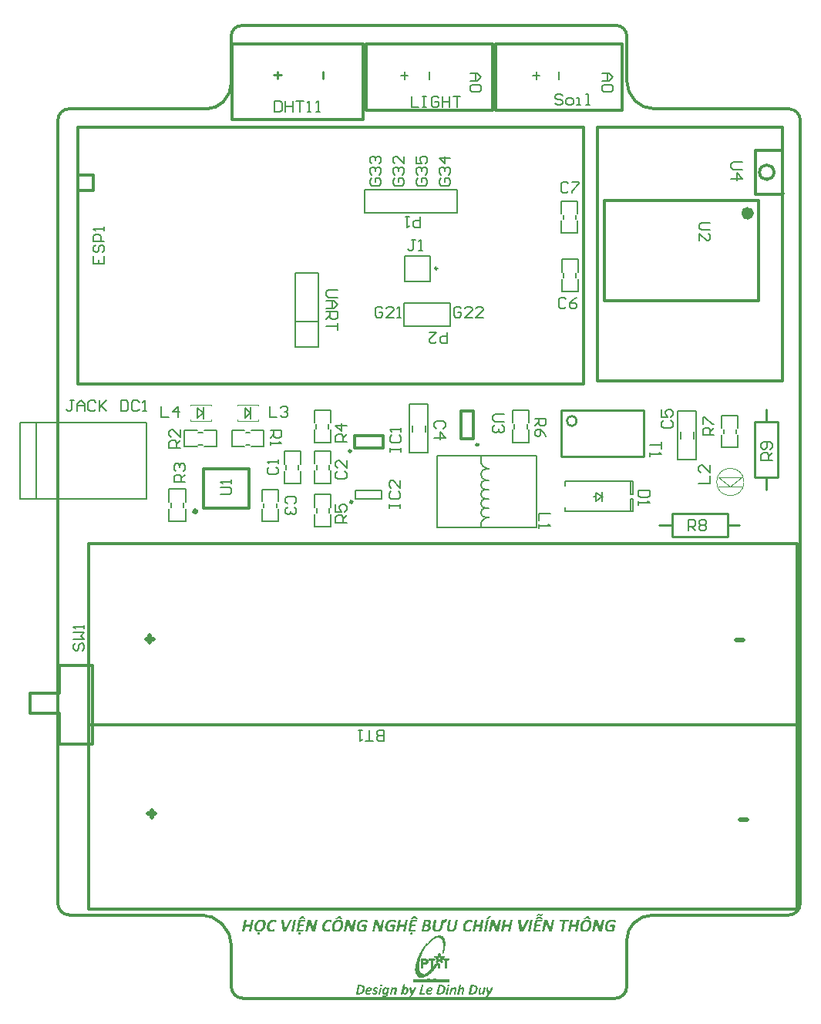
<source format=gto>
G04*
G04 #@! TF.GenerationSoftware,Altium Limited,Altium Designer,21.9.2 (33)*
G04*
G04 Layer_Color=65535*
%FSTAX24Y24*%
%MOIN*%
G70*
G04*
G04 #@! TF.SameCoordinates,6E6F4FCF-DDBA-4186-BE1C-5EC4A7FB59E6*
G04*
G04*
G04 #@! TF.FilePolarity,Positive*
G04*
G01*
G75*
%ADD10C,0.0118*%
%ADD11C,0.0118*%
%ADD12C,0.0100*%
%ADD13C,0.0098*%
%ADD14C,0.0276*%
%ADD15C,0.0040*%
%ADD16C,0.0070*%
%ADD17C,0.0197*%
%ADD18C,0.0010*%
%ADD19C,0.0079*%
%ADD20C,0.0050*%
G36*
X032873Y027846D02*
X032876Y027845D01*
X032878Y027844D01*
X032879Y027843D01*
X032881Y027842D01*
X032883Y027839D01*
X032884Y027836D01*
Y027834D01*
Y027831D01*
X032883Y027827D01*
Y027826D01*
X032882Y027822D01*
X032881Y027817D01*
X032879Y027809D01*
X032878Y027808D01*
X032877Y027804D01*
X032875Y027797D01*
X032871Y027789D01*
X03287Y027787D01*
X032867Y027783D01*
X032863Y027777D01*
X032856Y02777D01*
X032855Y027769D01*
X03285Y027766D01*
X032843Y027761D01*
X032834Y027756D01*
X032833D01*
X032831Y027756D01*
X032828Y027755D01*
X032825Y027754D01*
X032815Y027752D01*
X032801Y027751D01*
X032794D01*
X032789Y027752D01*
X032777Y027754D01*
X032766Y027756D01*
X032765D01*
X032764Y027757D01*
X032758Y027761D01*
X03275Y027765D01*
X032742Y02777D01*
X03274Y027772D01*
X032735Y027775D01*
X03273Y02778D01*
X032723Y027785D01*
X032721Y027786D01*
X032717Y027788D01*
X032711Y02779D01*
X032703Y027791D01*
X032702D01*
X032697Y02779D01*
X032692Y027787D01*
X032686Y027782D01*
X032685Y02778D01*
X032683Y027777D01*
X032681Y02777D01*
X032679Y027761D01*
Y02776D01*
X032678Y027757D01*
X032675Y027755D01*
X032671Y027753D01*
X032671D01*
X032667Y027752D01*
X03266Y027751D01*
X032635D01*
X032633Y027752D01*
X032629Y027753D01*
X032627Y027754D01*
X032625Y027756D01*
Y027756D01*
Y027757D01*
Y027761D01*
Y027763D01*
Y027766D01*
Y02777D01*
Y027771D01*
X032626Y027775D01*
X032627Y02778D01*
X032629Y027787D01*
Y027787D01*
X03263Y027788D01*
X032631Y027793D01*
X032633Y027799D01*
X032637Y027807D01*
Y027808D01*
X032638Y027808D01*
X032641Y027813D01*
X032645Y027819D01*
X032651Y027826D01*
X032652Y027828D01*
X032657Y027831D01*
X032664Y027836D01*
X032673Y02784D01*
X032674D01*
X032676Y027841D01*
X032679Y027842D01*
X032683Y027844D01*
X032693Y027846D01*
X032707Y027847D01*
X032714D01*
X032719Y027846D01*
X03273Y027845D01*
X032741Y027841D01*
X032742D01*
X032743Y02784D01*
X032749Y027838D01*
X032757Y027834D01*
X032765Y027829D01*
X032766D01*
X032767Y027828D01*
X032772Y027826D01*
X032778Y027822D01*
X032785Y027818D01*
X032787Y027818D01*
X032791Y027817D01*
X032797Y027815D01*
X032805Y027814D01*
X032806D01*
X03281Y027815D01*
X032815Y027816D01*
X032821Y027818D01*
X032822Y027818D01*
X032825Y027821D01*
X032827Y027827D01*
X032829Y027831D01*
X03283Y027836D01*
Y027837D01*
X032831Y027839D01*
X032833Y027842D01*
X032835Y027844D01*
X032836Y027845D01*
X03284Y027846D01*
X032844D01*
X032847Y027847D01*
X032866D01*
X032873Y027846D01*
D02*
G37*
G36*
X034842Y027744D02*
X034847D01*
X034852Y027743D01*
X034856Y027742D01*
X034857D01*
X03486Y027741D01*
X034865Y027736D01*
X034866Y027736D01*
X034868Y027735D01*
X034871Y027732D01*
X034874Y027728D01*
X034935Y027644D01*
X034936Y027643D01*
X034937Y027641D01*
X034938Y027637D01*
Y027634D01*
Y027634D01*
Y027633D01*
X034937Y02763D01*
X034935Y027628D01*
X034934D01*
X034933Y027627D01*
X034929Y027626D01*
X034923Y027625D01*
X034873D01*
X03487Y027626D01*
X034865D01*
X03486Y027627D01*
X034859D01*
X034857Y027628D01*
X034854Y02763D01*
X034852Y027631D01*
Y027632D01*
X03485Y027633D01*
X034847Y027637D01*
X034811Y027691D01*
X034753Y027638D01*
X034752Y027637D01*
X03475Y027635D01*
X034744Y027631D01*
X034743D01*
X034741Y02763D01*
X034738Y027629D01*
X034733Y027627D01*
X034732D01*
X034729Y027626D01*
X034723D01*
X034717Y027625D01*
X034676D01*
X034668Y027626D01*
X034667D01*
X034665Y027627D01*
X034661Y027628D01*
X034657Y027629D01*
X034657Y027631D01*
X034656Y027632D01*
X034657Y027634D01*
Y027635D01*
X034658Y027637D01*
X034661Y02764D01*
X034665Y027644D01*
X034758Y027728D01*
X034759Y027729D01*
X034761Y027731D01*
X034765Y027734D01*
X034769Y027736D01*
X03477Y027736D01*
X034772Y027737D01*
X034777Y027739D01*
X034781Y027741D01*
X034782D01*
X034786Y027742D01*
X034791Y027743D01*
X034798Y027744D01*
X0348D01*
X034804Y027745D01*
X034836D01*
X034842Y027744D01*
D02*
G37*
G36*
X032764Y027732D02*
X032765D01*
X032768Y027731D01*
X032773Y02773D01*
X032777Y027729D01*
X032778D01*
X032781Y027728D01*
X032786Y027724D01*
X032787Y027723D01*
X032789Y027722D01*
X032793Y027719D01*
X032796Y027716D01*
X032857Y027644D01*
X032858Y027642D01*
X032861Y027638D01*
Y027634D01*
X03286Y027631D01*
X032858Y027629D01*
X032856Y027628D01*
X032855D01*
X032851Y027627D01*
X032846Y027626D01*
X032841D01*
X032833Y027625D01*
X032795D01*
X032792Y027626D01*
X032787D01*
X032783Y027627D01*
X032782D01*
X03278Y027628D01*
X032777Y02763D01*
X032774Y027631D01*
Y027632D01*
X032773Y027633D01*
X032769Y027637D01*
X032733Y027679D01*
X032675Y027638D01*
X032674D01*
X032671Y027636D01*
X032665Y027633D01*
X032664D01*
X032662Y027632D01*
X03266Y027631D01*
X032655Y027629D01*
X032654D01*
X032651Y027628D01*
X032645Y027627D01*
X032639Y027626D01*
X032631D01*
X032623Y027625D01*
X032593D01*
X03259Y027626D01*
X032585D01*
X032582Y027628D01*
X032579Y027629D01*
X032578Y027632D01*
Y027634D01*
X032579Y027637D01*
X03258Y027638D01*
X032581Y027639D01*
X032586Y027644D01*
X03268Y027716D01*
X032681Y027717D01*
X032683Y027719D01*
X032687Y027722D01*
X032692Y027724D01*
X032692Y027725D01*
X032695Y027726D01*
X032699Y027726D01*
X032704Y027728D01*
X032705D01*
X032709Y027729D01*
X032714Y02773D01*
X032721Y027731D01*
X032723D01*
X032727Y027732D01*
X032733Y027733D01*
X032757D01*
X032764Y027732D01*
D02*
G37*
G36*
X030616Y027744D02*
X030624Y027742D01*
X030626D01*
X03063Y02774D01*
X030635Y027738D01*
X030638Y027736D01*
X030639Y027735D01*
X03064Y027733D01*
Y027731D01*
X030639Y027727D01*
Y027726D01*
X030637Y027725D01*
X030635Y027721D01*
X030632Y027717D01*
X030541Y027639D01*
X03054Y027638D01*
X030538Y027637D01*
X030532Y027633D01*
X030531D01*
X030529Y027631D01*
X030526Y02763D01*
X030522Y027628D01*
X030521D01*
X030518Y027627D01*
X030513D01*
X030507Y027626D01*
X030501D01*
X030495Y027625D01*
X030478D01*
X030473Y027626D01*
X030462Y027627D01*
X030458Y027628D01*
X030454Y02763D01*
X030453Y027631D01*
X030452Y027634D01*
Y027636D01*
X030453Y027639D01*
X030455Y027642D01*
X030459Y027645D01*
X030533Y027726D01*
X030534Y027727D01*
X030536Y027729D01*
X030539Y027732D01*
X030542Y027735D01*
X030543Y027736D01*
X030546Y027736D01*
X03055Y027738D01*
X030555Y02774D01*
X030556Y027741D01*
X03056Y027742D01*
X030565Y027743D01*
X030572Y027744D01*
X030573D01*
X030579Y027745D01*
X030606D01*
X030616Y027744D01*
D02*
G37*
G36*
X027365D02*
X027369D01*
X027374Y027743D01*
X027379Y027742D01*
X02738D01*
X027382Y027741D01*
X027388Y027736D01*
X027389Y027736D01*
X02739Y027735D01*
X027393Y027732D01*
X027397Y027728D01*
X027458Y027644D01*
X027459Y027643D01*
X02746Y027641D01*
X027461Y027637D01*
Y027634D01*
Y027634D01*
Y027633D01*
X02746Y02763D01*
X027458Y027628D01*
X027457D01*
X027455Y027627D01*
X027451Y027626D01*
X027446Y027625D01*
X027396D01*
X027392Y027626D01*
X027388D01*
X027382Y027627D01*
X027381D01*
X02738Y027628D01*
X027377Y02763D01*
X027374Y027631D01*
Y027632D01*
X027372Y027633D01*
X027369Y027637D01*
X027334Y027691D01*
X027276Y027638D01*
X027275Y027637D01*
X027273Y027635D01*
X027267Y027631D01*
X027266D01*
X027264Y02763D01*
X02726Y027629D01*
X027256Y027627D01*
X027255D01*
X027251Y027626D01*
X027246D01*
X027239Y027625D01*
X027198D01*
X027191Y027626D01*
X02719D01*
X027187Y027627D01*
X027184Y027628D01*
X02718Y027629D01*
X027179Y027631D01*
X027178Y027632D01*
X027179Y027634D01*
Y027635D01*
X027181Y027637D01*
X027184Y02764D01*
X027187Y027644D01*
X02728Y027728D01*
X027281Y027729D01*
X027284Y027731D01*
X027287Y027734D01*
X027291Y027736D01*
X027292Y027736D01*
X027295Y027737D01*
X027299Y027739D01*
X027304Y027741D01*
X027305D01*
X027308Y027742D01*
X027314Y027743D01*
X02732Y027744D01*
X027322D01*
X027327Y027745D01*
X027359D01*
X027365Y027744D01*
D02*
G37*
G36*
X024111D02*
X024115D01*
X02412Y027743D01*
X024124Y027742D01*
X024125D01*
X024128Y027741D01*
X024134Y027736D01*
X024135Y027736D01*
X024136Y027735D01*
X024139Y027732D01*
X024143Y027728D01*
X024204Y027644D01*
X024205Y027643D01*
X024206Y027641D01*
X024206Y027637D01*
Y027634D01*
Y027634D01*
Y027633D01*
X024206Y02763D01*
X024204Y027628D01*
X024203D01*
X024201Y027627D01*
X024197Y027626D01*
X024192Y027625D01*
X024142D01*
X024138Y027626D01*
X024134D01*
X024128Y027627D01*
X024127D01*
X024125Y027628D01*
X024123Y02763D01*
X02412Y027631D01*
Y027632D01*
X024118Y027633D01*
X024115Y027637D01*
X02408Y027691D01*
X024022Y027638D01*
X024021Y027637D01*
X024019Y027635D01*
X024012Y027631D01*
X024012D01*
X02401Y02763D01*
X024006Y027629D01*
X024002Y027627D01*
X024001D01*
X023997Y027626D01*
X023991D01*
X023985Y027625D01*
X023944D01*
X023937Y027626D01*
X023936D01*
X023933Y027627D01*
X02393Y027628D01*
X023926Y027629D01*
X023925Y027631D01*
X023924Y027632D01*
X023925Y027634D01*
Y027635D01*
X023927Y027637D01*
X02393Y02764D01*
X023933Y027644D01*
X024026Y027728D01*
X024027Y027729D01*
X02403Y027731D01*
X024033Y027734D01*
X024037Y027736D01*
X024038Y027736D01*
X024041Y027737D01*
X024045Y027739D01*
X02405Y027741D01*
X024051D01*
X024054Y027742D01*
X02406Y027743D01*
X024066Y027744D01*
X024068D01*
X024073Y027745D01*
X024104D01*
X024111Y027744D01*
D02*
G37*
G36*
X022526D02*
X02253D01*
X022535Y027743D01*
X022539Y027742D01*
X02254D01*
X022543Y027741D01*
X022548Y027736D01*
X022549Y027736D01*
X022551Y027735D01*
X022554Y027732D01*
X022558Y027728D01*
X022619Y027644D01*
X02262Y027643D01*
X02262Y027641D01*
X022621Y027637D01*
Y027634D01*
Y027634D01*
Y027633D01*
X02262Y02763D01*
X022619Y027628D01*
X022618D01*
X022616Y027627D01*
X022612Y027626D01*
X022607Y027625D01*
X022557D01*
X022553Y027626D01*
X022548D01*
X022543Y027627D01*
X022542D01*
X02254Y027628D01*
X022538Y02763D01*
X022535Y027631D01*
Y027632D01*
X022533Y027633D01*
X02253Y027637D01*
X022495Y027691D01*
X022436Y027638D01*
X022436Y027637D01*
X022434Y027635D01*
X022427Y027631D01*
X022426D01*
X022425Y02763D01*
X022421Y027629D01*
X022416Y027627D01*
X022415D01*
X022412Y027626D01*
X022406D01*
X0224Y027625D01*
X022359D01*
X022352Y027626D01*
X022351D01*
X022348Y027627D01*
X022344Y027628D01*
X022341Y027629D01*
X02234Y027631D01*
X022339Y027632D01*
X02234Y027634D01*
Y027635D01*
X022342Y027637D01*
X022344Y02764D01*
X022348Y027644D01*
X022441Y027728D01*
X022442Y027729D01*
X022445Y027731D01*
X022448Y027734D01*
X022452Y027736D01*
X022453Y027736D01*
X022456Y027737D01*
X02246Y027739D01*
X022465Y027741D01*
X022466D01*
X022469Y027742D01*
X022475Y027743D01*
X022481Y027744D01*
X022483D01*
X022487Y027745D01*
X022519D01*
X022526Y027744D01*
D02*
G37*
G36*
X028714Y02763D02*
X028725Y027629D01*
X028731Y027628D01*
X028734Y027626D01*
X028735D01*
X028736Y027625D01*
X02874Y027623D01*
X028742Y027618D01*
X028744Y027614D01*
Y027611D01*
Y027609D01*
X028743Y027604D01*
Y027603D01*
X028742Y027598D01*
Y027596D01*
X028741Y027592D01*
X02874Y027586D01*
X028738Y027578D01*
X028735Y027569D01*
X028731Y027559D01*
X028723Y027538D01*
X028722Y027537D01*
X02872Y027533D01*
X028718Y027528D01*
X028714Y027521D01*
X02871Y027514D01*
X028704Y027506D01*
X02869Y02749D01*
X028689Y027489D01*
X028686Y027486D01*
X028681Y027482D01*
X028676Y027478D01*
X028669Y027473D01*
X02866Y027468D01*
X028651Y027462D01*
X028641Y027458D01*
X02864Y027457D01*
X028637Y027456D01*
X02863Y027454D01*
X028622Y027451D01*
X028613Y027449D01*
X028602Y027448D01*
X028589Y027446D01*
X028576Y027445D01*
X02854Y027267D01*
Y027266D01*
Y027265D01*
X028539Y027263D01*
X028538Y027259D01*
X028536Y02725D01*
X028533Y027238D01*
X028528Y027224D01*
X028523Y02721D01*
X028516Y027195D01*
X028509Y027181D01*
X028508Y027179D01*
X028505Y027174D01*
X028501Y027168D01*
X028495Y02716D01*
X028487Y02715D01*
X028478Y02714D01*
X028468Y02713D01*
X028457Y02712D01*
X028455Y027119D01*
X028452Y027116D01*
X028445Y027111D01*
X028437Y027106D01*
X028426Y0271D01*
X028414Y027093D01*
X028401Y027088D01*
X028386Y027082D01*
X028384Y027081D01*
X028379Y027081D01*
X028371Y027079D01*
X02836Y027077D01*
X028347Y027074D01*
X028332Y027072D01*
X028315Y027071D01*
X028298Y027071D01*
X02829D01*
X028283Y027071D01*
X028276D01*
X028268Y027072D01*
X028258Y027073D01*
X028248Y027075D01*
X028227Y02708D01*
X028204Y027085D01*
X028183Y027094D01*
X028173Y0271D01*
X028164Y027106D01*
X028163D01*
X028162Y027108D01*
X028157Y027113D01*
X02815Y027122D01*
X028142Y027133D01*
X028134Y027149D01*
X028127Y027167D01*
X028121Y027189D01*
X02812Y027202D01*
X028119Y027214D01*
Y027215D01*
Y027219D01*
Y027224D01*
X02812Y027232D01*
X028121Y027241D01*
X028122Y02725D01*
X028126Y027272D01*
X028187Y027574D01*
Y027575D01*
Y027577D01*
X028188Y02758D01*
X028189Y027582D01*
X02819Y027582D01*
X028192Y027583D01*
X028195Y027585D01*
X028199Y027587D01*
X0282D01*
X028204Y027588D01*
X028209Y027589D01*
X028216Y02759D01*
X028218D01*
X028223Y027591D01*
X02823Y027592D01*
X028251D01*
X028258Y027591D01*
X028271Y02759D01*
X028277Y027589D01*
X028281Y027587D01*
X028282D01*
X028283Y027586D01*
X028286Y027583D01*
X028289Y02758D01*
X02829Y027577D01*
Y027574D01*
X028229Y027272D01*
Y02727D01*
X028228Y027265D01*
X028227Y027259D01*
X028225Y027252D01*
Y02725D01*
Y027245D01*
X028224Y02724D01*
Y027234D01*
Y027232D01*
Y027227D01*
X028225Y02722D01*
X028227Y027211D01*
X028229Y027202D01*
X028233Y027192D01*
X028239Y027183D01*
X028246Y027174D01*
X028247Y027173D01*
X02825Y027172D01*
X028255Y027168D01*
X028262Y027165D01*
X028271Y027162D01*
X028282Y027158D01*
X028294Y027156D01*
X028309Y027155D01*
X028313D01*
X028317Y027156D01*
X028327Y027157D01*
X028339Y027159D01*
X028352Y027163D01*
X028366Y027168D01*
X02838Y027174D01*
X028393Y027184D01*
X028395Y027186D01*
X028399Y02719D01*
X028404Y027197D01*
X028412Y027206D01*
X028419Y027218D01*
X028427Y027234D01*
X028434Y02725D01*
X028439Y02727D01*
X0285Y027574D01*
Y027575D01*
Y027577D01*
X028501Y02758D01*
X028503Y027582D01*
X028504Y027582D01*
X028505Y027583D01*
X028508Y027585D01*
X028512Y027587D01*
X028513D01*
X028516Y027588D01*
X028522Y027589D01*
X028528Y02759D01*
X02853D01*
X028536Y027591D01*
X028544Y027592D01*
X028565D01*
X02857Y027591D01*
X028583Y02759D01*
X028588Y027589D01*
X028593Y027587D01*
X028594D01*
X028595Y027586D01*
X028598Y027583D01*
X0286Y02758D01*
X028601Y027577D01*
Y027574D01*
X028588Y027508D01*
X028589D01*
X028592Y027509D01*
X028596Y027511D01*
X0286Y027512D01*
X028606Y027515D01*
X028611Y027519D01*
X028617Y027524D01*
X028621Y02753D01*
X028622Y027531D01*
X028623Y027533D01*
X028626Y027537D01*
X028628Y027542D01*
X028631Y027549D01*
X028634Y027557D01*
X028637Y027566D01*
X028639Y027576D01*
X028644Y027598D01*
Y027599D01*
Y0276D01*
X028645Y027603D01*
X028647Y027609D01*
X028649Y027614D01*
X028649Y027615D01*
X028651Y027618D01*
X028654Y027622D01*
X028659Y027624D01*
X028659Y027625D01*
X028663Y027626D01*
X028669Y027628D01*
X028675Y027629D01*
X028677D01*
X028682Y02763D01*
X02869Y027631D01*
X028709D01*
X028714Y02763D01*
D02*
G37*
G36*
X035899Y027597D02*
X035907D01*
X035916Y027596D01*
X035936Y027593D01*
X035937D01*
X03594Y027592D01*
X035945Y027592D01*
X035951Y027591D01*
X035958Y027589D01*
X035966Y027586D01*
X035981Y027582D01*
X035982D01*
X035985Y027581D01*
X035988Y027579D01*
X035993Y027578D01*
X036005Y027573D01*
X036016Y027568D01*
X036017D01*
X036018Y027567D01*
X036023Y027563D01*
X036029Y02756D01*
X036034Y027556D01*
X036035Y027555D01*
X036037Y027553D01*
X036039Y027551D01*
X03604Y027547D01*
Y027546D01*
X036041Y027544D01*
X036042Y02754D01*
Y027535D01*
Y027534D01*
X036041Y027532D01*
Y027529D01*
X03604Y027524D01*
Y027523D01*
Y027521D01*
X036039Y027516D01*
X036039Y027511D01*
Y02751D01*
X036038Y027506D01*
X036037Y027501D01*
X036036Y027496D01*
Y027495D01*
X036035Y027491D01*
X036033Y027487D01*
X036031Y027482D01*
Y027481D01*
X036029Y02748D01*
X036025Y027473D01*
X036024Y027472D01*
X036023Y027471D01*
X03602Y02747D01*
X036018Y02747D01*
X036017D01*
X036014Y02747D01*
X036008Y027472D01*
X036001Y027476D01*
X035999Y027477D01*
X035994Y02748D01*
X035986Y027485D01*
X035974Y02749D01*
X035973D01*
X035971Y027492D01*
X035967Y027494D01*
X035963Y027496D01*
X035957Y027499D01*
X035949Y0275D01*
X035942Y027503D01*
X035933Y027506D01*
X035932D01*
X035928Y027507D01*
X035924Y027509D01*
X035916Y02751D01*
X035908Y027511D01*
X035898Y027512D01*
X035886Y027513D01*
X035869D01*
X035863Y027512D01*
X035855D01*
X035845Y027511D01*
X035835Y027509D01*
X035824Y027507D01*
X035814Y027503D01*
X035813D01*
X035809Y027501D01*
X035804Y0275D01*
X035796Y027496D01*
X035788Y027492D01*
X03578Y027488D01*
X035762Y027476D01*
X035761Y027475D01*
X035758Y027473D01*
X035753Y02747D01*
X035748Y027465D01*
X035742Y027459D01*
X035735Y027452D01*
X035722Y027437D01*
X035721Y027436D01*
X035719Y027433D01*
X035715Y027429D01*
X035712Y027422D01*
X035707Y027416D01*
X035701Y027408D01*
X035691Y027388D01*
X035691Y027388D01*
X03569Y027384D01*
X035688Y027379D01*
X035685Y027372D01*
X035682Y027364D01*
X03568Y027355D01*
X035674Y027335D01*
Y027334D01*
X035673Y02733D01*
X035672Y027325D01*
X035671Y027317D01*
X035671Y027309D01*
X03567Y027299D01*
X035669Y027279D01*
Y027278D01*
Y027274D01*
X03567Y027268D01*
Y027261D01*
X035671Y027253D01*
X035672Y027245D01*
X035677Y027226D01*
Y027225D01*
X035679Y027223D01*
X035681Y027218D01*
X035683Y027213D01*
X035691Y027201D01*
X035701Y027188D01*
X035702Y027187D01*
X035704Y027185D01*
X035708Y027183D01*
X035712Y027179D01*
X035719Y027175D01*
X035725Y027172D01*
X035742Y027164D01*
X035742D01*
X035746Y027163D01*
X035751Y027163D01*
X035757Y027161D01*
X035764Y02716D01*
X035773Y027158D01*
X035793Y027157D01*
X035801D01*
X035805Y027158D01*
X035818Y027159D01*
X035832Y027161D01*
X035833D01*
X035835Y027162D01*
X035839Y027163D01*
X035844Y027163D01*
X035855Y027167D01*
X035867Y027173D01*
X035891Y027291D01*
X035793D01*
X035792Y027292D01*
X03579Y027293D01*
X035787Y027295D01*
Y027296D01*
X035786Y027297D01*
X035785Y027301D01*
X035784Y027306D01*
Y027307D01*
Y027309D01*
Y027312D01*
Y027316D01*
Y027317D01*
X035785Y02732D01*
Y027325D01*
X035786Y027329D01*
Y02733D01*
X035787Y027334D01*
X035789Y027338D01*
X03579Y027344D01*
X035791Y027345D01*
X035792Y027348D01*
X035793Y027352D01*
X035795Y027357D01*
X035796Y027357D01*
X035797Y02736D01*
X035802Y027366D01*
X035803Y027367D01*
X035804Y027367D01*
X035807Y027368D01*
X03581Y027369D01*
X035983D01*
X035988Y027368D01*
X035995Y027366D01*
X036Y02736D01*
X036001Y027358D01*
X036003Y027354D01*
Y027347D01*
X036002Y027336D01*
X035962Y027132D01*
Y027131D01*
X035961Y027127D01*
X035959Y027123D01*
X035957Y027119D01*
Y027118D01*
X035956Y027115D01*
X035954Y027112D01*
X035951Y027109D01*
X03595Y027108D01*
X035947Y027106D01*
X035945Y027104D01*
X035941Y027102D01*
X035937Y027101D01*
X035931Y027098D01*
X03593D01*
X035928Y027097D01*
X035925Y027095D01*
X03592Y027094D01*
X035915Y027092D01*
X035908Y02709D01*
X035893Y027085D01*
X035892D01*
X035889Y027084D01*
X035884Y027083D01*
X035878Y027081D01*
X03587Y027081D01*
X035862Y027079D01*
X035852Y027077D01*
X035842Y027075D01*
X035841D01*
X035837Y027074D01*
X035832Y027073D01*
X035824D01*
X035816Y027072D01*
X035806Y027071D01*
X035785Y027071D01*
X035776D01*
X035766Y027071D01*
X035752Y027072D01*
X035738Y027073D01*
X035722Y027076D01*
X035705Y027079D01*
X035689Y027082D01*
X035687Y027083D01*
X035681Y027085D01*
X035674Y027088D01*
X035664Y027091D01*
X035653Y027097D01*
X035641Y027103D01*
X03563Y027111D01*
X035619Y02712D01*
X035618Y027121D01*
X035614Y027124D01*
X035609Y02713D01*
X035603Y027137D01*
X035596Y027146D01*
X035589Y027157D01*
X035582Y027169D01*
X035576Y027182D01*
X035575Y027183D01*
X035574Y027188D01*
X035571Y027195D01*
X035569Y027206D01*
X035567Y027218D01*
X035564Y027233D01*
X035563Y027248D01*
X035562Y027265D01*
Y027266D01*
Y027267D01*
Y027273D01*
X035563Y027281D01*
Y027292D01*
X035564Y027304D01*
X035566Y027318D01*
X035568Y027333D01*
X035571Y027348D01*
Y027349D01*
X035572Y02735D01*
X035573Y027356D01*
X035575Y027363D01*
X035578Y027374D01*
X035582Y027386D01*
X035587Y027398D01*
X035599Y027426D01*
X035599Y027428D01*
X035602Y027432D01*
X035606Y027439D01*
X035611Y027449D01*
X035618Y027459D01*
X035625Y02747D01*
X035634Y027482D01*
X035643Y027494D01*
X035644Y027496D01*
X035648Y0275D01*
X035654Y027505D01*
X035661Y027513D01*
X035671Y027521D01*
X035681Y027531D01*
X035693Y02754D01*
X035706Y027549D01*
X035708Y02755D01*
X035712Y027552D01*
X03572Y027557D01*
X03573Y027562D01*
X035742Y027568D01*
X035755Y027573D01*
X03577Y027579D01*
X035786Y027584D01*
X035787D01*
X035788Y027585D01*
X035791D01*
X035793Y027586D01*
X035803Y027589D01*
X035814Y027592D01*
X035829Y027593D01*
X035845Y027596D01*
X035863Y027597D01*
X035882Y027598D01*
X035892D01*
X035899Y027597D01*
D02*
G37*
G36*
X026393D02*
X026401D01*
X02641Y027596D01*
X026429Y027593D01*
X02643D01*
X026434Y027592D01*
X026438Y027592D01*
X026445Y027591D01*
X026452Y027589D01*
X026459Y027586D01*
X026475Y027582D01*
X026476D01*
X026479Y027581D01*
X026482Y027579D01*
X026487Y027578D01*
X026499Y027573D01*
X026509Y027568D01*
X02651D01*
X026511Y027567D01*
X026517Y027563D01*
X026523Y02756D01*
X026528Y027556D01*
X026529Y027555D01*
X02653Y027553D01*
X026532Y027551D01*
X026534Y027547D01*
Y027546D01*
X026535Y027544D01*
X026536Y02754D01*
Y027535D01*
Y027534D01*
X026535Y027532D01*
Y027529D01*
X026534Y027524D01*
Y027523D01*
Y027521D01*
X026533Y027516D01*
X026532Y027511D01*
Y02751D01*
X026531Y027506D01*
X02653Y027501D01*
X02653Y027496D01*
Y027495D01*
X026529Y027491D01*
X026527Y027487D01*
X026525Y027482D01*
Y027481D01*
X026523Y02748D01*
X026519Y027473D01*
X026518Y027472D01*
X026517Y027471D01*
X026514Y02747D01*
X026511Y02747D01*
X02651D01*
X026508Y02747D01*
X026502Y027472D01*
X026495Y027476D01*
X026493Y027477D01*
X026488Y02748D01*
X026479Y027485D01*
X026468Y02749D01*
X026467D01*
X026465Y027492D01*
X026461Y027494D01*
X026457Y027496D01*
X02645Y027499D01*
X026443Y0275D01*
X026436Y027503D01*
X026427Y027506D01*
X026426D01*
X026422Y027507D01*
X026417Y027509D01*
X02641Y02751D01*
X026402Y027511D01*
X026392Y027512D01*
X02638Y027513D01*
X026363D01*
X026356Y027512D01*
X026348D01*
X026339Y027511D01*
X026329Y027509D01*
X026318Y027507D01*
X026307Y027503D01*
X026306D01*
X026303Y027501D01*
X026297Y0275D01*
X02629Y027496D01*
X026282Y027492D01*
X026274Y027488D01*
X026255Y027476D01*
X026254Y027475D01*
X026252Y027473D01*
X026247Y02747D01*
X026242Y027465D01*
X026235Y027459D01*
X026229Y027452D01*
X026215Y027437D01*
X026214Y027436D01*
X026213Y027433D01*
X026209Y027429D01*
X026205Y027422D01*
X026201Y027416D01*
X026195Y027408D01*
X026185Y027388D01*
X026184Y027388D01*
X026183Y027384D01*
X026182Y027379D01*
X026179Y027372D01*
X026176Y027364D01*
X026173Y027355D01*
X026168Y027335D01*
Y027334D01*
X026167Y02733D01*
X026166Y027325D01*
X026165Y027317D01*
X026164Y027309D01*
X026163Y027299D01*
X026162Y027279D01*
Y027278D01*
Y027274D01*
X026163Y027268D01*
Y027261D01*
X026164Y027253D01*
X026166Y027245D01*
X026171Y027226D01*
Y027225D01*
X026172Y027223D01*
X026174Y027218D01*
X026177Y027213D01*
X026185Y027201D01*
X026195Y027188D01*
X026196Y027187D01*
X026198Y027185D01*
X026202Y027183D01*
X026206Y027179D01*
X026213Y027175D01*
X026219Y027172D01*
X026235Y027164D01*
X026236D01*
X02624Y027163D01*
X026244Y027163D01*
X026251Y027161D01*
X026258Y02716D01*
X026267Y027158D01*
X026287Y027157D01*
X026295D01*
X026299Y027158D01*
X026312Y027159D01*
X026325Y027161D01*
X026326D01*
X026329Y027162D01*
X026333Y027163D01*
X026337Y027163D01*
X026348Y027167D01*
X026361Y027173D01*
X026385Y027291D01*
X026287D01*
X026285Y027292D01*
X026284Y027293D01*
X026281Y027295D01*
Y027296D01*
X02628Y027297D01*
X026279Y027301D01*
X026278Y027306D01*
Y027307D01*
Y027309D01*
Y027312D01*
Y027316D01*
Y027317D01*
X026279Y02732D01*
Y027325D01*
X02628Y027329D01*
Y02733D01*
X026281Y027334D01*
X026283Y027338D01*
X026284Y027344D01*
X026284Y027345D01*
X026285Y027348D01*
X026287Y027352D01*
X026289Y027357D01*
X02629Y027357D01*
X026291Y02736D01*
X026295Y027366D01*
X026296Y027367D01*
X026298Y027367D01*
X026301Y027368D01*
X026304Y027369D01*
X026477D01*
X026482Y027368D01*
X026489Y027366D01*
X026494Y02736D01*
X026495Y027358D01*
X026497Y027354D01*
Y027347D01*
X026496Y027336D01*
X026456Y027132D01*
Y027131D01*
X026455Y027127D01*
X026453Y027123D01*
X026451Y027119D01*
Y027118D01*
X026449Y027115D01*
X026448Y027112D01*
X026445Y027109D01*
X026444Y027108D01*
X026441Y027106D01*
X026438Y027104D01*
X026435Y027102D01*
X02643Y027101D01*
X026425Y027098D01*
X026424D01*
X026422Y027097D01*
X026418Y027095D01*
X026414Y027094D01*
X026408Y027092D01*
X026402Y02709D01*
X026387Y027085D01*
X026386D01*
X026383Y027084D01*
X026377Y027083D01*
X026372Y027081D01*
X026364Y027081D01*
X026356Y027079D01*
X026346Y027077D01*
X026335Y027075D01*
X026335D01*
X026331Y027074D01*
X026325Y027073D01*
X026318D01*
X02631Y027072D01*
X0263Y027071D01*
X026279Y027071D01*
X02627D01*
X02626Y027071D01*
X026246Y027072D01*
X026232Y027073D01*
X026215Y027076D01*
X026199Y027079D01*
X026182Y027082D01*
X026181Y027083D01*
X026175Y027085D01*
X026168Y027088D01*
X026158Y027091D01*
X026147Y027097D01*
X026135Y027103D01*
X026123Y027111D01*
X026112Y02712D01*
X026111Y027121D01*
X026108Y027124D01*
X026102Y02713D01*
X026097Y027137D01*
X02609Y027146D01*
X026082Y027157D01*
X026076Y027169D01*
X026069Y027182D01*
X026069Y027183D01*
X026068Y027188D01*
X026065Y027195D01*
X026063Y027206D01*
X02606Y027218D01*
X026058Y027233D01*
X026057Y027248D01*
X026056Y027265D01*
Y027266D01*
Y027267D01*
Y027273D01*
X026057Y027281D01*
Y027292D01*
X026058Y027304D01*
X026059Y027318D01*
X026062Y027333D01*
X026065Y027348D01*
Y027349D01*
X026066Y02735D01*
X026067Y027356D01*
X026069Y027363D01*
X026072Y027374D01*
X026076Y027386D01*
X02608Y027398D01*
X026092Y027426D01*
X026093Y027428D01*
X026096Y027432D01*
X0261Y027439D01*
X026105Y027449D01*
X026111Y027459D01*
X026119Y02747D01*
X026128Y027482D01*
X026137Y027494D01*
X026138Y027496D01*
X026141Y0275D01*
X026148Y027505D01*
X026155Y027513D01*
X026164Y027521D01*
X026175Y027531D01*
X026187Y02754D01*
X0262Y027549D01*
X026202Y02755D01*
X026206Y027552D01*
X026213Y027557D01*
X026223Y027562D01*
X026235Y027568D01*
X026249Y027573D01*
X026264Y027579D01*
X02628Y027584D01*
X026281D01*
X026282Y027585D01*
X026284D01*
X026287Y027586D01*
X026296Y027589D01*
X026308Y027592D01*
X026323Y027593D01*
X026339Y027596D01*
X026356Y027597D01*
X026376Y027598D01*
X026386D01*
X026393Y027597D01*
D02*
G37*
G36*
X025168D02*
X025176D01*
X025185Y027596D01*
X025204Y027593D01*
X025205D01*
X025209Y027592D01*
X025213Y027592D01*
X02522Y027591D01*
X025227Y027589D01*
X025234Y027586D01*
X02525Y027582D01*
X02525D01*
X025253Y027581D01*
X025257Y027579D01*
X025261Y027578D01*
X025273Y027573D01*
X025284Y027568D01*
X025285D01*
X025286Y027567D01*
X025291Y027563D01*
X025298Y02756D01*
X025302Y027556D01*
X025303Y027555D01*
X025305Y027553D01*
X025307Y027551D01*
X025309Y027547D01*
Y027546D01*
X02531Y027544D01*
X025311Y02754D01*
Y027535D01*
Y027534D01*
X02531Y027532D01*
Y027529D01*
X025309Y027524D01*
Y027523D01*
Y027521D01*
X025308Y027516D01*
X025307Y027511D01*
Y02751D01*
X025306Y027506D01*
X025305Y027501D01*
X025304Y027496D01*
Y027495D01*
X025303Y027491D01*
X025302Y027487D01*
X0253Y027482D01*
Y027481D01*
X025298Y02748D01*
X025293Y027473D01*
X025292Y027472D01*
X025291Y027471D01*
X025289Y02747D01*
X025286Y02747D01*
X025285D01*
X025282Y02747D01*
X025277Y027472D01*
X02527Y027476D01*
X025268Y027477D01*
X025262Y02748D01*
X025254Y027485D01*
X025242Y02749D01*
X025241D01*
X02524Y027492D01*
X025236Y027494D01*
X025231Y027496D01*
X025225Y027499D01*
X025218Y0275D01*
X02521Y027503D01*
X025201Y027506D01*
X0252D01*
X025197Y027507D01*
X025192Y027509D01*
X025185Y02751D01*
X025177Y027511D01*
X025167Y027512D01*
X025155Y027513D01*
X025138D01*
X025131Y027512D01*
X025123D01*
X025114Y027511D01*
X025104Y027509D01*
X025093Y027507D01*
X025082Y027503D01*
X025081D01*
X025077Y027501D01*
X025072Y0275D01*
X025065Y027496D01*
X025056Y027492D01*
X025048Y027488D01*
X02503Y027476D01*
X025029Y027475D01*
X025026Y027473D01*
X025022Y02747D01*
X025016Y027465D01*
X02501Y027459D01*
X025004Y027452D01*
X02499Y027437D01*
X024989Y027436D01*
X024987Y027433D01*
X024984Y027429D01*
X02498Y027422D01*
X024975Y027416D01*
X02497Y027408D01*
X02496Y027388D01*
X024959Y027388D01*
X024958Y027384D01*
X024956Y027379D01*
X024953Y027372D01*
X024951Y027364D01*
X024948Y027355D01*
X024943Y027335D01*
Y027334D01*
X024942Y02733D01*
X024941Y027325D01*
X02494Y027317D01*
X024939Y027309D01*
X024938Y027299D01*
X024937Y027279D01*
Y027278D01*
Y027274D01*
X024938Y027268D01*
Y027261D01*
X024939Y027253D01*
X024941Y027245D01*
X024945Y027226D01*
Y027225D01*
X024947Y027223D01*
X024949Y027218D01*
X024952Y027213D01*
X02496Y027201D01*
X02497Y027188D01*
X024971Y027187D01*
X024973Y027185D01*
X024976Y027183D01*
X024981Y027179D01*
X024987Y027175D01*
X024994Y027172D01*
X02501Y027164D01*
X025011D01*
X025015Y027163D01*
X025019Y027163D01*
X025025Y027161D01*
X025033Y02716D01*
X025042Y027158D01*
X025062Y027157D01*
X025069D01*
X025074Y027158D01*
X025087Y027159D01*
X0251Y027161D01*
X025101D01*
X025104Y027162D01*
X025107Y027163D01*
X025112Y027163D01*
X025123Y027167D01*
X025136Y027173D01*
X025159Y027291D01*
X025062D01*
X02506Y027292D01*
X025058Y027293D01*
X025056Y027295D01*
Y027296D01*
X025055Y027297D01*
X025054Y027301D01*
X025053Y027306D01*
Y027307D01*
Y027309D01*
Y027312D01*
Y027316D01*
Y027317D01*
X025054Y02732D01*
Y027325D01*
X025055Y027329D01*
Y02733D01*
X025056Y027334D01*
X025057Y027338D01*
X025058Y027344D01*
X025059Y027345D01*
X02506Y027348D01*
X025062Y027352D01*
X025064Y027357D01*
X025065Y027357D01*
X025066Y02736D01*
X02507Y027366D01*
X025071Y027367D01*
X025073Y027367D01*
X025076Y027368D01*
X025078Y027369D01*
X025251D01*
X025257Y027368D01*
X025263Y027366D01*
X025269Y02736D01*
X02527Y027358D01*
X025271Y027354D01*
Y027347D01*
X025271Y027336D01*
X02523Y027132D01*
Y027131D01*
X02523Y027127D01*
X025228Y027123D01*
X025226Y027119D01*
Y027118D01*
X025224Y027115D01*
X025222Y027112D01*
X02522Y027109D01*
X025219Y027108D01*
X025216Y027106D01*
X025213Y027104D01*
X02521Y027102D01*
X025205Y027101D01*
X025199Y027098D01*
X025199D01*
X025197Y027097D01*
X025193Y027095D01*
X025189Y027094D01*
X025183Y027092D01*
X025177Y02709D01*
X025161Y027085D01*
X02516D01*
X025158Y027084D01*
X025152Y027083D01*
X025147Y027081D01*
X025138Y027081D01*
X02513Y027079D01*
X02512Y027077D01*
X02511Y027075D01*
X025109D01*
X025106Y027074D01*
X0251Y027073D01*
X025093D01*
X025085Y027072D01*
X025075Y027071D01*
X025054Y027071D01*
X025045D01*
X025035Y027071D01*
X025021Y027072D01*
X025006Y027073D01*
X02499Y027076D01*
X024974Y027079D01*
X024957Y027082D01*
X024955Y027083D01*
X02495Y027085D01*
X024943Y027088D01*
X024933Y027091D01*
X024922Y027097D01*
X02491Y027103D01*
X024898Y027111D01*
X024887Y02712D01*
X024886Y027121D01*
X024882Y027124D01*
X024877Y02713D01*
X024872Y027137D01*
X024864Y027146D01*
X024857Y027157D01*
X024851Y027169D01*
X024844Y027182D01*
X024843Y027183D01*
X024842Y027188D01*
X02484Y027195D01*
X024838Y027206D01*
X024835Y027218D01*
X024832Y027233D01*
X024831Y027248D01*
X024831Y027265D01*
Y027266D01*
Y027267D01*
Y027273D01*
X024831Y027281D01*
Y027292D01*
X024832Y027304D01*
X024834Y027318D01*
X024837Y027333D01*
X02484Y027348D01*
Y027349D01*
X024841Y02735D01*
X024841Y027356D01*
X024843Y027363D01*
X024847Y027374D01*
X024851Y027386D01*
X024855Y027398D01*
X024867Y027426D01*
X024868Y027428D01*
X024871Y027432D01*
X024874Y027439D01*
X02488Y027449D01*
X024886Y027459D01*
X024893Y02747D01*
X024902Y027482D01*
X024912Y027494D01*
X024913Y027496D01*
X024916Y0275D01*
X024923Y027505D01*
X02493Y027513D01*
X024939Y027521D01*
X02495Y027531D01*
X024962Y02754D01*
X024974Y027549D01*
X024976Y02755D01*
X024981Y027552D01*
X024988Y027557D01*
X024998Y027562D01*
X02501Y027568D01*
X025024Y027573D01*
X025038Y027579D01*
X025055Y027584D01*
X025056D01*
X025056Y027585D01*
X025059D01*
X025062Y027586D01*
X025071Y027589D01*
X025083Y027592D01*
X025097Y027593D01*
X025114Y027596D01*
X025131Y027597D01*
X02515Y027598D01*
X02516D01*
X025168Y027597D01*
D02*
G37*
G36*
X029731Y027596D02*
X029739Y027595D01*
X029748Y027594D01*
X029766Y027591D01*
X029767D01*
X029771Y02759D01*
X029775Y027589D01*
X029781Y027587D01*
X029795Y027582D01*
X029809Y027575D01*
X02981D01*
X029812Y027573D01*
X029816Y027572D01*
X029819Y02757D01*
X029827Y027564D01*
X029832Y027561D01*
X029835Y027558D01*
X029836Y027557D01*
X029838Y027552D01*
X029841Y027547D01*
X029842Y027539D01*
Y027538D01*
Y027537D01*
Y027534D01*
X029841Y027531D01*
X02984Y027521D01*
X029837Y027509D01*
Y027508D01*
X029836Y027506D01*
X029836Y027502D01*
X029835Y027499D01*
X029832Y027489D01*
X029828Y02748D01*
X029827Y027478D01*
X029825Y027474D01*
X029821Y02747D01*
X029819Y02747D01*
X029816Y027469D01*
X029816D01*
X029813Y02747D01*
X029809Y027471D01*
X029804Y027475D01*
X029803Y027476D01*
X029798Y02748D01*
X029793Y027483D01*
X029785Y027489D01*
X029784D01*
X029783Y02749D01*
X02978Y027491D01*
X029777Y027493D01*
X029767Y027498D01*
X029755Y027502D01*
X029754D01*
X029753Y027503D01*
X029749Y027505D01*
X029744Y027506D01*
X029737Y027508D01*
X02973Y027509D01*
X029722Y02751D01*
X029707D01*
X029702Y027509D01*
X029694Y027508D01*
X029686Y027507D01*
X029677Y027505D01*
X029668Y027501D01*
X029659Y027498D01*
X029658Y027497D01*
X029655Y027496D01*
X029651Y027493D01*
X029644Y02749D01*
X029631Y02748D01*
X029616Y027467D01*
X029615Y027466D01*
X029613Y027463D01*
X02961Y027459D01*
X029605Y027454D01*
X0296Y027448D01*
X029594Y02744D01*
X029582Y027423D01*
X029581Y027422D01*
X02958Y027418D01*
X029578Y027414D01*
X029574Y027408D01*
X02957Y027399D01*
X029567Y027391D01*
X029559Y027371D01*
Y02737D01*
X029557Y027367D01*
X029556Y027361D01*
X029553Y027355D01*
X029551Y027347D01*
X029549Y027337D01*
X029545Y027318D01*
Y027317D01*
X029544Y027314D01*
Y027309D01*
X029543Y027302D01*
X029542Y027295D01*
Y027286D01*
X029541Y027269D01*
Y027268D01*
Y027265D01*
Y027259D01*
X029542Y027253D01*
X029543Y027245D01*
X029544Y027237D01*
X029548Y027221D01*
Y02722D01*
X02955Y027217D01*
X02955Y027214D01*
X029553Y027209D01*
X02956Y027197D01*
X029568Y027186D01*
X029569Y027185D01*
X02957Y027184D01*
X029573Y027182D01*
X029577Y027179D01*
X029587Y027172D01*
X0296Y027165D01*
X029601D01*
X029603Y027164D01*
X029607Y027163D01*
X029612Y027163D01*
X029619Y027161D01*
X029626Y02716D01*
X029642Y027159D01*
X029652D01*
X029659Y02716D01*
X029674Y027162D01*
X02969Y027164D01*
X029691D01*
X029693Y027165D01*
X029697Y027166D01*
X029702Y027168D01*
X029713Y027172D01*
X029723Y027177D01*
X029724D01*
X029726Y027178D01*
X029732Y027182D01*
X02974Y027185D01*
X029747Y02719D01*
X029749Y027191D01*
X029753Y027193D01*
X029758Y027195D01*
X029764Y027196D01*
X029765D01*
X029767Y027195D01*
X029769Y027194D01*
X029771Y027192D01*
Y027191D01*
X029772Y027189D01*
X029773Y027186D01*
Y027182D01*
Y027181D01*
Y02718D01*
Y027177D01*
X029772Y027173D01*
Y027173D01*
X029771Y02717D01*
X02977Y027166D01*
X029769Y027161D01*
Y02716D01*
X029768Y027156D01*
X029767Y027152D01*
X029766Y027146D01*
Y027145D01*
X029765Y027142D01*
X029764Y027136D01*
X029763Y027131D01*
Y02713D01*
X029762Y027127D01*
X02976Y027123D01*
X029758Y027119D01*
Y027118D01*
X029756Y027115D01*
X029754Y027112D01*
X029752Y027109D01*
X029751Y027108D01*
X029748Y027106D01*
X029743Y027101D01*
X029734Y027097D01*
X029734D01*
X029733Y027096D01*
X02973Y027095D01*
X029726Y027093D01*
X029717Y02709D01*
X029704Y027085D01*
X029703D01*
X029702Y027084D01*
X029697Y027083D01*
X029693Y027082D01*
X029686Y027081D01*
X02968Y027079D01*
X029663Y027076D01*
X029662D01*
X02966Y027075D01*
X029655Y027074D01*
X029649D01*
X029642Y027073D01*
X029633Y027072D01*
X029615Y027071D01*
X029608D01*
X0296Y027072D01*
X02959Y027073D01*
X029578Y027074D01*
X029564Y027076D01*
X029551Y027079D01*
X029538Y027082D01*
X029536Y027083D01*
X029532Y027084D01*
X029526Y027087D01*
X029518Y027091D01*
X029508Y027096D01*
X029498Y027102D01*
X029488Y027109D01*
X029478Y027117D01*
X029478Y027118D01*
X029475Y027122D01*
X02947Y027126D01*
X029465Y027133D01*
X029459Y027142D01*
X029453Y027152D01*
X029447Y027163D01*
X029442Y027175D01*
X029441Y027177D01*
X02944Y027182D01*
X029438Y027189D01*
X029436Y027199D01*
X029433Y027211D01*
X029431Y027224D01*
X02943Y02724D01*
X029429Y027257D01*
Y027259D01*
Y027264D01*
Y027271D01*
X02943Y02728D01*
X029431Y027292D01*
X029432Y027305D01*
X029434Y027318D01*
X029437Y027333D01*
Y027334D01*
Y027335D01*
X029438Y02734D01*
X029439Y027347D01*
X029442Y027357D01*
X029445Y027369D01*
X029449Y027382D01*
X029458Y02741D01*
X029459Y027412D01*
X029461Y027417D01*
X029465Y027424D01*
X029469Y027434D01*
X029475Y027445D01*
X029481Y027457D01*
X029497Y027482D01*
X029498Y027484D01*
X029501Y027488D01*
X029506Y027494D01*
X029512Y027502D01*
X02952Y027511D01*
X02953Y027521D01*
X02954Y027531D01*
X029552Y027541D01*
X029554Y027542D01*
X029558Y027546D01*
X029564Y027551D01*
X029573Y027556D01*
X029584Y027562D01*
X029596Y027569D01*
X02961Y027576D01*
X029624Y027582D01*
X029625D01*
X029626Y027582D01*
X029631Y027584D01*
X02964Y027586D01*
X029651Y02759D01*
X029664Y027592D01*
X02968Y027594D01*
X029696Y027596D01*
X029714Y027597D01*
X029724D01*
X029731Y027596D01*
D02*
G37*
G36*
X023646D02*
X023654Y027595D01*
X023664Y027594D01*
X023682Y027591D01*
X023683D01*
X023686Y02759D01*
X023691Y027589D01*
X023696Y027587D01*
X02371Y027582D01*
X023725Y027575D01*
X023725D01*
X023727Y027573D01*
X023731Y027572D01*
X023735Y02757D01*
X023743Y027564D01*
X023747Y027561D01*
X02375Y027558D01*
X023751Y027557D01*
X023754Y027552D01*
X023756Y027547D01*
X023757Y027539D01*
Y027538D01*
Y027537D01*
Y027534D01*
X023756Y027531D01*
X023756Y027521D01*
X023753Y027509D01*
Y027508D01*
X023752Y027506D01*
X023751Y027502D01*
X02375Y027499D01*
X023747Y027489D01*
X023744Y02748D01*
X023743Y027478D01*
X02374Y027474D01*
X023736Y02747D01*
X023735Y02747D01*
X023732Y027469D01*
X023731D01*
X023728Y02747D01*
X023725Y027471D01*
X023719Y027475D01*
X023718Y027476D01*
X023714Y02748D01*
X023708Y027483D01*
X0237Y027489D01*
X023699D01*
X023698Y02749D01*
X023695Y027491D01*
X023693Y027493D01*
X023683Y027498D01*
X023671Y027502D01*
X02367D01*
X023668Y027503D01*
X023664Y027505D01*
X023659Y027506D01*
X023653Y027508D01*
X023645Y027509D01*
X023637Y02751D01*
X023623D01*
X023617Y027509D01*
X02361Y027508D01*
X023602Y027507D01*
X023592Y027505D01*
X023583Y027501D01*
X023574Y027498D01*
X023573Y027497D01*
X023571Y027496D01*
X023566Y027493D01*
X02356Y02749D01*
X023546Y02748D01*
X023531Y027467D01*
X023531Y027466D01*
X023529Y027463D01*
X023525Y027459D01*
X023521Y027454D01*
X023515Y027448D01*
X02351Y02744D01*
X023498Y027423D01*
X023497Y027422D01*
X023496Y027418D01*
X023493Y027414D01*
X02349Y027408D01*
X023486Y027399D01*
X023482Y027391D01*
X023474Y027371D01*
Y02737D01*
X023472Y027367D01*
X023471Y027361D01*
X023469Y027355D01*
X023467Y027347D01*
X023464Y027337D01*
X02346Y027318D01*
Y027317D01*
X023459Y027314D01*
Y027309D01*
X023459Y027302D01*
X023458Y027295D01*
Y027286D01*
X023457Y027269D01*
Y027268D01*
Y027265D01*
Y027259D01*
X023458Y027253D01*
X023459Y027245D01*
X023459Y027237D01*
X023463Y027221D01*
Y02722D01*
X023465Y027217D01*
X023466Y027214D01*
X023469Y027209D01*
X023475Y027197D01*
X023483Y027186D01*
X023484Y027185D01*
X023486Y027184D01*
X023489Y027182D01*
X023492Y027179D01*
X023502Y027172D01*
X023515Y027165D01*
X023516D01*
X023519Y027164D01*
X023522Y027163D01*
X023528Y027163D01*
X023534Y027161D01*
X023541Y02716D01*
X023558Y027159D01*
X023568D01*
X023574Y02716D01*
X02359Y027162D01*
X023605Y027164D01*
X023606D01*
X023609Y027165D01*
X023613Y027166D01*
X023617Y027168D01*
X023628Y027172D01*
X023639Y027177D01*
X02364D01*
X023642Y027178D01*
X023647Y027182D01*
X023655Y027185D01*
X023663Y02719D01*
X023664Y027191D01*
X023668Y027193D01*
X023674Y027195D01*
X02368Y027196D01*
X023681D01*
X023683Y027195D01*
X023684Y027194D01*
X023686Y027192D01*
Y027191D01*
X023687Y027189D01*
X023688Y027186D01*
Y027182D01*
Y027181D01*
Y02718D01*
Y027177D01*
X023687Y027173D01*
Y027173D01*
X023686Y02717D01*
X023685Y027166D01*
X023684Y027161D01*
Y02716D01*
X023684Y027156D01*
X023683Y027152D01*
X023682Y027146D01*
Y027145D01*
X023681Y027142D01*
X02368Y027136D01*
X023678Y027131D01*
Y02713D01*
X023677Y027127D01*
X023675Y027123D01*
X023674Y027119D01*
Y027118D01*
X023672Y027115D01*
X02367Y027112D01*
X023667Y027109D01*
X023666Y027108D01*
X023664Y027106D01*
X023658Y027101D01*
X02365Y027097D01*
X023649D01*
X023648Y027096D01*
X023645Y027095D01*
X023642Y027093D01*
X023633Y02709D01*
X02362Y027085D01*
X023619D01*
X023617Y027084D01*
X023613Y027083D01*
X023608Y027082D01*
X023602Y027081D01*
X023595Y027079D01*
X023579Y027076D01*
X023578D01*
X023575Y027075D01*
X023571Y027074D01*
X023564D01*
X023557Y027073D01*
X023549Y027072D01*
X023531Y027071D01*
X023523D01*
X023515Y027072D01*
X023505Y027073D01*
X023493Y027074D01*
X02348Y027076D01*
X023467Y027079D01*
X023453Y027082D01*
X023451Y027083D01*
X023448Y027084D01*
X023441Y027087D01*
X023433Y027091D01*
X023423Y027096D01*
X023414Y027102D01*
X023404Y027109D01*
X023394Y027117D01*
X023393Y027118D01*
X02339Y027122D01*
X023386Y027126D01*
X02338Y027133D01*
X023375Y027142D01*
X023368Y027152D01*
X023363Y027163D01*
X023357Y027175D01*
X023357Y027177D01*
X023356Y027182D01*
X023354Y027189D01*
X023351Y027199D01*
X023348Y027211D01*
X023347Y027224D01*
X023346Y02724D01*
X023345Y027257D01*
Y027259D01*
Y027264D01*
Y027271D01*
X023346Y02728D01*
X023347Y027292D01*
X023347Y027305D01*
X023349Y027318D01*
X023352Y027333D01*
Y027334D01*
Y027335D01*
X023354Y02734D01*
X023355Y027347D01*
X023357Y027357D01*
X02336Y027369D01*
X023365Y027382D01*
X023374Y02741D01*
X023375Y027412D01*
X023377Y027417D01*
X02338Y027424D01*
X023385Y027434D01*
X02339Y027445D01*
X023397Y027457D01*
X023412Y027482D01*
X023413Y027484D01*
X023417Y027488D01*
X023421Y027494D01*
X023428Y027502D01*
X023436Y027511D01*
X023446Y027521D01*
X023456Y027531D01*
X023468Y027541D01*
X023469Y027542D01*
X023473Y027546D01*
X02348Y027551D01*
X023489Y027556D01*
X0235Y027562D01*
X023511Y027569D01*
X023525Y027576D01*
X02354Y027582D01*
X023541D01*
X023541Y027582D01*
X023547Y027584D01*
X023555Y027586D01*
X023566Y02759D01*
X02358Y027592D01*
X023595Y027594D01*
X023612Y027596D01*
X02363Y027597D01*
X02364D01*
X023646Y027596D01*
D02*
G37*
G36*
X021249D02*
X021258Y027595D01*
X021267Y027594D01*
X021285Y027591D01*
X021286D01*
X021289Y02759D01*
X021294Y027589D01*
X021299Y027587D01*
X021313Y027582D01*
X021328Y027575D01*
X021329D01*
X02133Y027573D01*
X021334Y027572D01*
X021338Y02757D01*
X021346Y027564D01*
X021351Y027561D01*
X021353Y027558D01*
X021354Y027557D01*
X021357Y027552D01*
X02136Y027547D01*
X021361Y027539D01*
Y027538D01*
Y027537D01*
Y027534D01*
X02136Y027531D01*
X021359Y027521D01*
X021356Y027509D01*
Y027508D01*
X021355Y027506D01*
X021354Y027502D01*
X021353Y027499D01*
X021351Y027489D01*
X021347Y02748D01*
X021346Y027478D01*
X021343Y027474D01*
X02134Y02747D01*
X021338Y02747D01*
X021335Y027469D01*
X021334D01*
X021331Y02747D01*
X021328Y027471D01*
X021322Y027475D01*
X021321Y027476D01*
X021317Y02748D01*
X021311Y027483D01*
X021303Y027489D01*
X021302D01*
X021301Y02749D01*
X021299Y027491D01*
X021296Y027493D01*
X021286Y027498D01*
X021274Y027502D01*
X021273D01*
X021271Y027503D01*
X021268Y027505D01*
X021262Y027506D01*
X021256Y027508D01*
X021248Y027509D01*
X02124Y02751D01*
X021226D01*
X02122Y027509D01*
X021213Y027508D01*
X021205Y027507D01*
X021196Y027505D01*
X021187Y027501D01*
X021177Y027498D01*
X021177Y027497D01*
X021174Y027496D01*
X021169Y027493D01*
X021163Y02749D01*
X021149Y02748D01*
X021135Y027467D01*
X021134Y027466D01*
X021132Y027463D01*
X021128Y027459D01*
X021124Y027454D01*
X021118Y027448D01*
X021113Y02744D01*
X021101Y027423D01*
X0211Y027422D01*
X021099Y027418D01*
X021096Y027414D01*
X021093Y027408D01*
X021089Y027399D01*
X021085Y027391D01*
X021077Y027371D01*
Y02737D01*
X021075Y027367D01*
X021074Y027361D01*
X021072Y027355D01*
X02107Y027347D01*
X021067Y027337D01*
X021064Y027318D01*
Y027317D01*
X021063Y027314D01*
Y027309D01*
X021062Y027302D01*
X021061Y027295D01*
Y027286D01*
X02106Y027269D01*
Y027268D01*
Y027265D01*
Y027259D01*
X021061Y027253D01*
X021062Y027245D01*
X021063Y027237D01*
X021066Y027221D01*
Y02722D01*
X021068Y027217D01*
X021069Y027214D01*
X021072Y027209D01*
X021078Y027197D01*
X021086Y027186D01*
X021087Y027185D01*
X021089Y027184D01*
X021092Y027182D01*
X021095Y027179D01*
X021105Y027172D01*
X021118Y027165D01*
X021119D01*
X021122Y027164D01*
X021125Y027163D01*
X021131Y027163D01*
X021137Y027161D01*
X021145Y02716D01*
X021161Y027159D01*
X021171D01*
X021177Y02716D01*
X021193Y027162D01*
X021208Y027164D01*
X021209D01*
X021212Y027165D01*
X021216Y027166D01*
X02122Y027168D01*
X021231Y027172D01*
X021242Y027177D01*
X021243D01*
X021245Y027178D01*
X02125Y027182D01*
X021258Y027185D01*
X021266Y02719D01*
X021268Y027191D01*
X021271Y027193D01*
X021277Y027195D01*
X021283Y027196D01*
X021284D01*
X021286Y027195D01*
X021288Y027194D01*
X021289Y027192D01*
Y027191D01*
X02129Y027189D01*
X021291Y027186D01*
Y027182D01*
Y027181D01*
Y02718D01*
Y027177D01*
X02129Y027173D01*
Y027173D01*
X021289Y02717D01*
X021289Y027166D01*
X021288Y027161D01*
Y02716D01*
X021287Y027156D01*
X021286Y027152D01*
X021285Y027146D01*
Y027145D01*
X021284Y027142D01*
X021283Y027136D01*
X021281Y027131D01*
Y02713D01*
X02128Y027127D01*
X021279Y027123D01*
X021277Y027119D01*
Y027118D01*
X021275Y027115D01*
X021273Y027112D01*
X02127Y027109D01*
X021269Y027108D01*
X021267Y027106D01*
X021261Y027101D01*
X021253Y027097D01*
X021252D01*
X021251Y027096D01*
X021248Y027095D01*
X021245Y027093D01*
X021236Y02709D01*
X021223Y027085D01*
X021222D01*
X02122Y027084D01*
X021216Y027083D01*
X021211Y027082D01*
X021205Y027081D01*
X021198Y027079D01*
X021182Y027076D01*
X021181D01*
X021178Y027075D01*
X021174Y027074D01*
X021167D01*
X02116Y027073D01*
X021152Y027072D01*
X021134Y027071D01*
X021126D01*
X021118Y027072D01*
X021108Y027073D01*
X021096Y027074D01*
X021083Y027076D01*
X02107Y027079D01*
X021056Y027082D01*
X021054Y027083D01*
X021051Y027084D01*
X021044Y027087D01*
X021036Y027091D01*
X021026Y027096D01*
X021017Y027102D01*
X021007Y027109D01*
X020997Y027117D01*
X020996Y027118D01*
X020993Y027122D01*
X020989Y027126D01*
X020983Y027133D01*
X020978Y027142D01*
X020972Y027152D01*
X020966Y027163D01*
X020961Y027175D01*
X02096Y027177D01*
X020959Y027182D01*
X020957Y027189D01*
X020954Y027199D01*
X020951Y027211D01*
X02095Y027224D01*
X020949Y02724D01*
X020948Y027257D01*
Y027259D01*
Y027264D01*
Y027271D01*
X020949Y02728D01*
X02095Y027292D01*
X020951Y027305D01*
X020952Y027318D01*
X020955Y027333D01*
Y027334D01*
Y027335D01*
X020957Y02734D01*
X020958Y027347D01*
X020961Y027357D01*
X020963Y027369D01*
X020968Y027382D01*
X020977Y02741D01*
X020978Y027412D01*
X02098Y027417D01*
X020983Y027424D01*
X020988Y027434D01*
X020993Y027445D01*
X021Y027457D01*
X021015Y027482D01*
X021016Y027484D01*
X02102Y027488D01*
X021024Y027494D01*
X021031Y027502D01*
X021039Y027511D01*
X021049Y027521D01*
X021059Y027531D01*
X021071Y027541D01*
X021073Y027542D01*
X021076Y027546D01*
X021083Y027551D01*
X021092Y027556D01*
X021103Y027562D01*
X021115Y027569D01*
X021128Y027576D01*
X021143Y027582D01*
X021144D01*
X021145Y027582D01*
X02115Y027584D01*
X021158Y027586D01*
X021169Y02759D01*
X021183Y027592D01*
X021198Y027594D01*
X021215Y027596D01*
X021233Y027597D01*
X021243D01*
X021249Y027596D01*
D02*
G37*
G36*
X034432Y027591D02*
X03444Y02759D01*
X034442D01*
X034445Y027589D01*
X034451Y027588D01*
X034455Y027587D01*
X034456D01*
X034458Y027586D01*
X034461Y027584D01*
X034463Y027582D01*
X034463Y02758D01*
Y027578D01*
Y027575D01*
X034367Y027092D01*
Y027091D01*
Y027091D01*
X034365Y027088D01*
X034363Y027085D01*
X034362D01*
X034361Y027083D01*
X034359Y027082D01*
X034354Y027081D01*
X034353D01*
X03435Y02708D01*
X034344D01*
X034337Y027079D01*
X034335D01*
X03433Y027078D01*
X034322Y027077D01*
X034303D01*
X034295Y027078D01*
X034287Y027079D01*
X034285D01*
X034281Y02708D01*
X034277D01*
X034272Y027081D01*
X034271D01*
X034269Y027081D01*
X034267Y027083D01*
X034265Y027085D01*
Y027086D01*
X034264Y027088D01*
Y02709D01*
Y027092D01*
X034305Y027299D01*
X034115D01*
X034074Y027092D01*
Y027091D01*
X034073Y027091D01*
X034072Y027088D01*
X034069Y027085D01*
X034068D01*
X034067Y027083D01*
X034064Y027082D01*
X03406Y027081D01*
X034059D01*
X034055Y02708D01*
X03405D01*
X034043Y027079D01*
X034042D01*
X034036Y027078D01*
X034029Y027077D01*
X03401D01*
X034002Y027078D01*
X033993Y027079D01*
X033992D01*
X033988Y02708D01*
X033983D01*
X033979Y027081D01*
X033978D01*
X033976Y027081D01*
X033973Y027083D01*
X033971Y027085D01*
Y027086D01*
X03397Y027088D01*
Y02709D01*
X033971Y027092D01*
X034067Y027575D01*
Y027576D01*
Y027577D01*
X034068Y02758D01*
X03407Y027582D01*
X034071Y027582D01*
X034073Y027583D01*
X034075Y027585D01*
X03408Y027587D01*
X034081D01*
X034084Y027588D01*
X03409Y027589D01*
X034096Y02759D01*
X034098D01*
X034104Y027591D01*
X034111Y027592D01*
X03413D01*
X034138Y027591D01*
X034146Y02759D01*
X034148D01*
X034152Y027589D01*
X034157Y027588D01*
X034162Y027587D01*
X034163D01*
X034165Y027586D01*
X034167Y027584D01*
X034169Y027582D01*
X03417Y02758D01*
Y027578D01*
Y027575D01*
X034133Y027388D01*
X034323D01*
X03436Y027575D01*
Y027576D01*
X034361Y027577D01*
X034364Y027582D01*
X034365Y027582D01*
X034366Y027583D01*
X03437Y027585D01*
X034373Y027587D01*
X034374D01*
X034378Y027588D01*
X034383Y027589D01*
X03439Y02759D01*
X034391D01*
X034397Y027591D01*
X034405Y027592D01*
X034424D01*
X034432Y027591D01*
D02*
G37*
G36*
X031546D02*
X031554Y02759D01*
X031556D01*
X031559Y027589D01*
X031565Y027588D01*
X031569Y027587D01*
X03157D01*
X031572Y027586D01*
X031575Y027584D01*
X031576Y027582D01*
X031577Y02758D01*
Y027578D01*
Y027575D01*
X031481Y027092D01*
Y027091D01*
Y027091D01*
X031479Y027088D01*
X031477Y027085D01*
X031476D01*
X031475Y027083D01*
X031473Y027082D01*
X031468Y027081D01*
X031467D01*
X031464Y02708D01*
X031458D01*
X031451Y027079D01*
X031449D01*
X031444Y027078D01*
X031436Y027077D01*
X031417D01*
X031409Y027078D01*
X031401Y027079D01*
X031399D01*
X031395Y02708D01*
X031391D01*
X031386Y027081D01*
X031385D01*
X031383Y027081D01*
X031381Y027083D01*
X031379Y027085D01*
Y027086D01*
X031378Y027088D01*
Y02709D01*
Y027092D01*
X031419Y027299D01*
X031228D01*
X031187Y027092D01*
Y027091D01*
X031187Y027091D01*
X031186Y027088D01*
X031183Y027085D01*
X031182D01*
X031181Y027083D01*
X031178Y027082D01*
X031174Y027081D01*
X031173D01*
X031169Y02708D01*
X031164D01*
X031157Y027079D01*
X031156D01*
X03115Y027078D01*
X031143Y027077D01*
X031124D01*
X031116Y027078D01*
X031107Y027079D01*
X031105D01*
X031102Y02708D01*
X031097D01*
X031093Y027081D01*
X031092D01*
X03109Y027081D01*
X031087Y027083D01*
X031085Y027085D01*
Y027086D01*
X031084Y027088D01*
Y02709D01*
X031085Y027092D01*
X031181Y027575D01*
Y027576D01*
Y027577D01*
X031182Y02758D01*
X031184Y027582D01*
X031185Y027582D01*
X031187Y027583D01*
X031189Y027585D01*
X031194Y027587D01*
X031195D01*
X031198Y027588D01*
X031204Y027589D01*
X03121Y02759D01*
X031212D01*
X031218Y027591D01*
X031225Y027592D01*
X031244D01*
X031252Y027591D01*
X03126Y02759D01*
X031262D01*
X031266Y027589D01*
X031271Y027588D01*
X031276Y027587D01*
X031277D01*
X031279Y027586D01*
X031281Y027584D01*
X031283Y027582D01*
X031284Y02758D01*
Y027578D01*
Y027575D01*
X031247Y027388D01*
X031437D01*
X031474Y027575D01*
Y027576D01*
X031475Y027577D01*
X031478Y027582D01*
X031479Y027582D01*
X03148Y027583D01*
X031484Y027585D01*
X031487Y027587D01*
X031488D01*
X031492Y027588D01*
X031497Y027589D01*
X031504Y02759D01*
X031505D01*
X031511Y027591D01*
X031519Y027592D01*
X031538D01*
X031546Y027591D01*
D02*
G37*
G36*
X030294D02*
X030301Y02759D01*
X030303D01*
X030307Y027589D01*
X030312Y027588D01*
X030317Y027587D01*
X030317D01*
X030319Y027586D01*
X030322Y027584D01*
X030324Y027582D01*
X030325Y02758D01*
Y027578D01*
Y027575D01*
X030228Y027092D01*
Y027091D01*
Y027091D01*
X030226Y027088D01*
X030225Y027085D01*
X030224D01*
X030223Y027083D01*
X03022Y027082D01*
X030215Y027081D01*
X030215D01*
X030211Y02708D01*
X030205D01*
X030198Y027079D01*
X030196D01*
X030192Y027078D01*
X030184Y027077D01*
X030164D01*
X030156Y027078D01*
X030148Y027079D01*
X030146D01*
X030143Y02708D01*
X030138D01*
X030133Y027081D01*
X030133D01*
X030131Y027081D01*
X030128Y027083D01*
X030126Y027085D01*
Y027086D01*
X030125Y027088D01*
Y02709D01*
Y027092D01*
X030166Y027299D01*
X029976D01*
X029935Y027092D01*
Y027091D01*
X029934Y027091D01*
X029933Y027088D01*
X02993Y027085D01*
X029929D01*
X029928Y027083D01*
X029926Y027082D01*
X029921Y027081D01*
X02992D01*
X029917Y02708D01*
X029911D01*
X029905Y027079D01*
X029903D01*
X029897Y027078D01*
X02989Y027077D01*
X029871D01*
X029863Y027078D01*
X029855Y027079D01*
X029853D01*
X029849Y02708D01*
X029845D01*
X02984Y027081D01*
X029839D01*
X029837Y027081D01*
X029835Y027083D01*
X029832Y027085D01*
Y027086D01*
X029831Y027088D01*
Y02709D01*
X029832Y027092D01*
X029928Y027575D01*
Y027576D01*
Y027577D01*
X029929Y02758D01*
X029931Y027582D01*
X029932Y027582D01*
X029934Y027583D01*
X029937Y027585D01*
X029941Y027587D01*
X029942D01*
X029946Y027588D01*
X029951Y027589D01*
X029958Y02759D01*
X029959D01*
X029965Y027591D01*
X029972Y027592D01*
X029991D01*
X03Y027591D01*
X030008Y02759D01*
X03001D01*
X030013Y027589D01*
X030019Y027588D01*
X030023Y027587D01*
X030024D01*
X030026Y027586D01*
X030029Y027584D01*
X030031Y027582D01*
X030031Y02758D01*
Y027578D01*
Y027575D01*
X029994Y027388D01*
X030184D01*
X030222Y027575D01*
Y027576D01*
X030223Y027577D01*
X030225Y027582D01*
X030226Y027582D01*
X030227Y027583D01*
X030231Y027585D01*
X030235Y027587D01*
X030235D01*
X030239Y027588D01*
X030245Y027589D01*
X030251Y02759D01*
X030253D01*
X030258Y027591D01*
X030266Y027592D01*
X030286D01*
X030294Y027591D01*
D02*
G37*
G36*
X027017D02*
X027024Y02759D01*
X027026D01*
X02703Y027589D01*
X027035Y027588D01*
X02704Y027587D01*
X027041D01*
X027042Y027586D01*
X027045Y027584D01*
X027047Y027582D01*
X027048Y02758D01*
Y027578D01*
Y027575D01*
X026951Y027092D01*
Y027091D01*
Y027091D01*
X02695Y027088D01*
X026948Y027085D01*
X026947D01*
X026946Y027083D01*
X026943Y027082D01*
X026939Y027081D01*
X026938D01*
X026934Y02708D01*
X026929D01*
X026921Y027079D01*
X026919D01*
X026915Y027078D01*
X026907Y027077D01*
X026888D01*
X026879Y027078D01*
X026871Y027079D01*
X026869D01*
X026866Y02708D01*
X026861D01*
X026857Y027081D01*
X026856D01*
X026854Y027081D01*
X026851Y027083D01*
X026849Y027085D01*
Y027086D01*
X026848Y027088D01*
Y02709D01*
Y027092D01*
X026889Y027299D01*
X026699D01*
X026658Y027092D01*
Y027091D01*
X026657Y027091D01*
X026656Y027088D01*
X026653Y027085D01*
X026653D01*
X026652Y027083D01*
X026649Y027082D01*
X026644Y027081D01*
X026643D01*
X02664Y02708D01*
X026634D01*
X026628Y027079D01*
X026626D01*
X026621Y027078D01*
X026613Y027077D01*
X026594D01*
X026586Y027078D01*
X026578Y027079D01*
X026576D01*
X026572Y02708D01*
X026568D01*
X026563Y027081D01*
X026562D01*
X026561Y027081D01*
X026558Y027083D01*
X026555Y027085D01*
Y027086D01*
X026554Y027088D01*
Y02709D01*
X026555Y027092D01*
X026652Y027575D01*
Y027576D01*
Y027577D01*
X026653Y02758D01*
X026654Y027582D01*
X026655Y027582D01*
X026657Y027583D01*
X02666Y027585D01*
X026664Y027587D01*
X026665D01*
X026669Y027588D01*
X026674Y027589D01*
X026681Y02759D01*
X026683D01*
X026688Y027591D01*
X026695Y027592D01*
X026714D01*
X026723Y027591D01*
X026731Y02759D01*
X026733D01*
X026736Y027589D01*
X026742Y027588D01*
X026746Y027587D01*
X026747D01*
X026749Y027586D01*
X026752Y027584D01*
X026754Y027582D01*
X026755Y02758D01*
Y027578D01*
Y027575D01*
X026717Y027388D01*
X026908D01*
X026945Y027575D01*
Y027576D01*
X026946Y027577D01*
X026949Y027582D01*
X02695Y027582D01*
X02695Y027583D01*
X026954Y027585D01*
X026958Y027587D01*
X026959D01*
X026962Y027588D01*
X026968Y027589D01*
X026974Y02759D01*
X026976D01*
X026981Y027591D01*
X02699Y027592D01*
X027009D01*
X027017Y027591D01*
D02*
G37*
G36*
X020347D02*
X020354Y02759D01*
X020356D01*
X020359Y027589D01*
X020365Y027588D01*
X020369Y027587D01*
X02037D01*
X020372Y027586D01*
X020375Y027584D01*
X020377Y027582D01*
X020378Y02758D01*
Y027578D01*
Y027575D01*
X020281Y027092D01*
Y027091D01*
Y027091D01*
X020279Y027088D01*
X020277Y027085D01*
X020276D01*
X020276Y027083D01*
X020273Y027082D01*
X020268Y027081D01*
X020267D01*
X020264Y02708D01*
X020258D01*
X020251Y027079D01*
X020249D01*
X020245Y027078D01*
X020236Y027077D01*
X020217D01*
X020209Y027078D01*
X020201Y027079D01*
X020199D01*
X020195Y02708D01*
X020191D01*
X020186Y027081D01*
X020185D01*
X020184Y027081D01*
X020181Y027083D01*
X020179Y027085D01*
Y027086D01*
X020178Y027088D01*
Y02709D01*
Y027092D01*
X020219Y027299D01*
X020029D01*
X019988Y027092D01*
Y027091D01*
X019987Y027091D01*
X019986Y027088D01*
X019983Y027085D01*
X019982D01*
X019981Y027083D01*
X019979Y027082D01*
X019974Y027081D01*
X019973D01*
X019969Y02708D01*
X019964D01*
X019958Y027079D01*
X019956D01*
X01995Y027078D01*
X019943Y027077D01*
X019924D01*
X019916Y027078D01*
X019907Y027079D01*
X019906D01*
X019902Y02708D01*
X019897D01*
X019893Y027081D01*
X019892D01*
X01989Y027081D01*
X019887Y027083D01*
X019885Y027085D01*
Y027086D01*
X019884Y027088D01*
Y02709D01*
X019885Y027092D01*
X019981Y027575D01*
Y027576D01*
Y027577D01*
X019982Y02758D01*
X019984Y027582D01*
X019985Y027582D01*
X019987Y027583D01*
X019989Y027585D01*
X019994Y027587D01*
X019995D01*
X019999Y027588D01*
X020004Y027589D01*
X02001Y02759D01*
X020012D01*
X020018Y027591D01*
X020025Y027592D01*
X020044D01*
X020052Y027591D01*
X020061Y02759D01*
X020062D01*
X020066Y027589D01*
X020071Y027588D01*
X020076Y027587D01*
X020077D01*
X020079Y027586D01*
X020081Y027584D01*
X020083Y027582D01*
X020084Y02758D01*
Y027578D01*
Y027575D01*
X020047Y027388D01*
X020237D01*
X020275Y027575D01*
Y027576D01*
X020276Y027577D01*
X020278Y027582D01*
X020279Y027582D01*
X02028Y027583D01*
X020284Y027585D01*
X020287Y027587D01*
X020288D01*
X020292Y027588D01*
X020297Y027589D01*
X020304Y02759D01*
X020306D01*
X020311Y027591D01*
X020319Y027592D01*
X020338D01*
X020347Y027591D01*
D02*
G37*
G36*
X035504Y02759D02*
X035511Y027589D01*
X035513D01*
X035517Y027588D01*
X035521Y027587D01*
X035525Y027586D01*
X035526D01*
X035527Y027585D01*
X035529Y027583D01*
X03553Y027582D01*
Y027581D01*
X035531Y02758D01*
X035532Y027574D01*
X03544Y027115D01*
Y027113D01*
X035438Y02711D01*
X035436Y027104D01*
X035434Y027099D01*
X035433Y027098D01*
X035431Y027095D01*
X035427Y027091D01*
X035423Y027087D01*
X035422Y027086D01*
X035419Y027084D01*
X035415Y027082D01*
X035409Y027081D01*
X035408D01*
X035405Y02708D01*
X0354Y027079D01*
X035342D01*
X035334Y02708D01*
X035327Y027081D01*
X035325Y027082D01*
X035322Y027083D01*
X035317Y027087D01*
X035312Y027091D01*
X035311Y027091D01*
X035308Y027096D01*
X035304Y027101D01*
X0353Y02711D01*
Y027111D01*
X035299Y027112D01*
X035298Y027115D01*
X035296Y027119D01*
X035292Y027128D01*
X035289Y027141D01*
X035214Y027368D01*
Y027369D01*
X035212Y027373D01*
X03521Y027378D01*
X035209Y027385D01*
X035206Y027393D01*
X035203Y027402D01*
X035198Y027421D01*
Y027422D01*
X035197Y027426D01*
X035195Y027431D01*
X035193Y027439D01*
X035191Y027447D01*
X035189Y027456D01*
X035184Y027475D01*
Y027474D01*
X035183Y02747D01*
X035182Y027464D01*
X035181Y027456D01*
X035179Y027447D01*
X035178Y027436D01*
X035174Y027414D01*
Y027413D01*
X035173Y027408D01*
X035172Y027403D01*
X035171Y027395D01*
X035169Y027386D01*
X035168Y027376D01*
X035163Y027353D01*
X035111Y027093D01*
Y027092D01*
X03511Y027091D01*
X035109Y027088D01*
X035107Y027085D01*
X035106D01*
X035105Y027083D01*
X035102Y027082D01*
X035097Y027081D01*
X035097D01*
X035094Y02708D01*
X035089D01*
X035083Y027079D01*
X035081D01*
X035077Y027078D01*
X035069Y027077D01*
X035052D01*
X035045Y027078D01*
X035037Y027079D01*
X035036D01*
X035033Y02708D01*
X035028D01*
X035024Y027081D01*
X035023D01*
X035021Y027081D01*
X035019Y027083D01*
X035017Y027085D01*
Y027086D01*
Y027088D01*
Y027091D01*
X035018Y027093D01*
X03511Y027552D01*
Y027552D01*
X035111Y027554D01*
X035112Y027558D01*
X035113Y027562D01*
X035118Y027571D01*
X035121Y027575D01*
X035126Y027579D01*
X035127Y02758D01*
X035128Y027581D01*
X03513Y027582D01*
X035134Y027584D01*
X035143Y027587D01*
X035149Y027589D01*
X035216D01*
X035223Y027587D01*
X035231Y027585D01*
X035232Y027584D01*
X035236Y027583D01*
X035241Y027581D01*
X035246Y027576D01*
X035247Y027575D01*
X03525Y027572D01*
X035253Y027566D01*
X035257Y027559D01*
X035258Y027557D01*
X035261Y027552D01*
X035263Y027544D01*
X035267Y027534D01*
X035343Y027305D01*
Y027304D01*
X035343Y027301D01*
X035345Y027296D01*
X035347Y027291D01*
X035349Y027285D01*
X035351Y027277D01*
X035355Y027261D01*
Y02726D01*
X035356Y027257D01*
X035358Y027253D01*
X03536Y027247D01*
X035362Y027241D01*
X035364Y027234D01*
X035369Y027217D01*
X03537D01*
Y027218D01*
X035371Y027222D01*
X035372Y027228D01*
X035373Y027235D01*
X035374Y027244D01*
X035375Y027254D01*
X035379Y027275D01*
Y027277D01*
X03538Y027281D01*
X035381Y027286D01*
X035383Y027295D01*
X035384Y027304D01*
X035386Y027314D01*
X03539Y027335D01*
X035438Y027574D01*
Y027575D01*
X035439Y027577D01*
X035442Y027582D01*
X035443Y027582D01*
X035444Y027583D01*
X035446Y027584D01*
X03545Y027586D01*
X035451D01*
X035455Y027587D01*
X035459Y027588D01*
X035466Y027589D01*
X035467D01*
X035472Y02759D01*
X035479Y027591D01*
X035497D01*
X035504Y02759D01*
D02*
G37*
G36*
X033346D02*
X033353Y027589D01*
X033355D01*
X033358Y027588D01*
X033363Y027587D01*
X033367Y027586D01*
X033368D01*
X033369Y027585D01*
X033371Y027583D01*
X033372Y027582D01*
Y027581D01*
X033373Y02758D01*
X033374Y027574D01*
X033282Y027115D01*
Y027113D01*
X03328Y02711D01*
X033278Y027104D01*
X033275Y027099D01*
X033275Y027098D01*
X033273Y027095D01*
X033269Y027091D01*
X033265Y027087D01*
X033264Y027086D01*
X033261Y027084D01*
X033256Y027082D01*
X033251Y027081D01*
X03325D01*
X033246Y02708D01*
X033242Y027079D01*
X033183D01*
X033176Y02708D01*
X033169Y027081D01*
X033167Y027082D01*
X033163Y027083D01*
X033159Y027087D01*
X033153Y027091D01*
X033152Y027091D01*
X03315Y027096D01*
X033146Y027101D01*
X033142Y02711D01*
Y027111D01*
X033141Y027112D01*
X03314Y027115D01*
X033138Y027119D01*
X033134Y027128D01*
X033131Y027141D01*
X033056Y027368D01*
Y027369D01*
X033054Y027373D01*
X033052Y027378D01*
X03305Y027385D01*
X033048Y027393D01*
X033045Y027402D01*
X03304Y027421D01*
Y027422D01*
X033039Y027426D01*
X033037Y027431D01*
X033035Y027439D01*
X033033Y027447D01*
X03303Y027456D01*
X033026Y027475D01*
Y027474D01*
X033025Y02747D01*
X033024Y027464D01*
X033023Y027456D01*
X033021Y027447D01*
X033019Y027436D01*
X033016Y027414D01*
Y027413D01*
X033015Y027408D01*
X033014Y027403D01*
X033013Y027395D01*
X033011Y027386D01*
X033009Y027376D01*
X033005Y027353D01*
X032953Y027093D01*
Y027092D01*
X032952Y027091D01*
X032951Y027088D01*
X032948Y027085D01*
X032948D01*
X032947Y027083D01*
X032944Y027082D01*
X032939Y027081D01*
X032938D01*
X032936Y02708D01*
X032931D01*
X032925Y027079D01*
X032923D01*
X032918Y027078D01*
X032911Y027077D01*
X032894D01*
X032886Y027078D01*
X032879Y027079D01*
X032878D01*
X032875Y02708D01*
X03287D01*
X032866Y027081D01*
X032865D01*
X032863Y027081D01*
X032861Y027083D01*
X032859Y027085D01*
Y027086D01*
Y027088D01*
Y027091D01*
X03286Y027093D01*
X032952Y027552D01*
Y027552D01*
X032953Y027554D01*
X032954Y027558D01*
X032955Y027562D01*
X032959Y027571D01*
X032963Y027575D01*
X032968Y027579D01*
X032968Y02758D01*
X032969Y027581D01*
X032972Y027582D01*
X032976Y027584D01*
X032985Y027587D01*
X03299Y027589D01*
X033058D01*
X033065Y027587D01*
X033072Y027585D01*
X033074Y027584D01*
X033078Y027583D01*
X033082Y027581D01*
X033088Y027576D01*
X033089Y027575D01*
X033091Y027572D01*
X033095Y027566D01*
X033099Y027559D01*
X0331Y027557D01*
X033102Y027552D01*
X033105Y027544D01*
X033109Y027534D01*
X033184Y027305D01*
Y027304D01*
X033185Y027301D01*
X033187Y027296D01*
X033189Y027291D01*
X033191Y027285D01*
X033193Y027277D01*
X033197Y027261D01*
Y02726D01*
X033198Y027257D01*
X0332Y027253D01*
X033202Y027247D01*
X033204Y027241D01*
X033205Y027234D01*
X033211Y027217D01*
X033212D01*
Y027218D01*
X033213Y027222D01*
X033214Y027228D01*
X033214Y027235D01*
X033215Y027244D01*
X033217Y027254D01*
X033221Y027275D01*
Y027277D01*
X033222Y027281D01*
X033223Y027286D01*
X033224Y027295D01*
X033226Y027304D01*
X033228Y027314D01*
X033232Y027335D01*
X03328Y027574D01*
Y027575D01*
X033281Y027577D01*
X033284Y027582D01*
X033285Y027582D01*
X033286Y027583D01*
X033288Y027584D01*
X033292Y027586D01*
X033293D01*
X033296Y027587D01*
X033301Y027588D01*
X033307Y027589D01*
X033309D01*
X033314Y02759D01*
X033321Y027591D01*
X033338D01*
X033346Y02759D01*
D02*
G37*
G36*
X031041D02*
X031048Y027589D01*
X03105D01*
X031054Y027588D01*
X031058Y027587D01*
X031062Y027586D01*
X031063D01*
X031064Y027585D01*
X031066Y027583D01*
X031067Y027582D01*
Y027581D01*
X031068Y02758D01*
X031069Y027574D01*
X030977Y027115D01*
Y027113D01*
X030975Y02711D01*
X030973Y027104D01*
X030971Y027099D01*
X03097Y027098D01*
X030968Y027095D01*
X030964Y027091D01*
X03096Y027087D01*
X030959Y027086D01*
X030956Y027084D01*
X030952Y027082D01*
X030946Y027081D01*
X030945D01*
X030942Y02708D01*
X030937Y027079D01*
X030879D01*
X030871Y02708D01*
X030864Y027081D01*
X030862Y027082D01*
X030859Y027083D01*
X030854Y027087D01*
X030849Y027091D01*
X030848Y027091D01*
X030845Y027096D01*
X030841Y027101D01*
X030837Y02711D01*
Y027111D01*
X030836Y027112D01*
X030835Y027115D01*
X030833Y027119D01*
X030829Y027128D01*
X030826Y027141D01*
X030751Y027368D01*
Y027369D01*
X030749Y027373D01*
X030747Y027378D01*
X030746Y027385D01*
X030743Y027393D01*
X03074Y027402D01*
X030735Y027421D01*
Y027422D01*
X030734Y027426D01*
X030732Y027431D01*
X03073Y027439D01*
X030728Y027447D01*
X030726Y027456D01*
X030721Y027475D01*
Y027474D01*
X03072Y02747D01*
X030719Y027464D01*
X030718Y027456D01*
X030716Y027447D01*
X030715Y027436D01*
X030711Y027414D01*
Y027413D01*
X03071Y027408D01*
X030709Y027403D01*
X030708Y027395D01*
X030706Y027386D01*
X030705Y027376D01*
X0307Y027353D01*
X030648Y027093D01*
Y027092D01*
X030647Y027091D01*
X030646Y027088D01*
X030644Y027085D01*
X030643D01*
X030642Y027083D01*
X030639Y027082D01*
X030635Y027081D01*
X030634D01*
X030631Y02708D01*
X030626D01*
X03062Y027079D01*
X030618D01*
X030614Y027078D01*
X030606Y027077D01*
X030589D01*
X030582Y027078D01*
X030574Y027079D01*
X030573D01*
X03057Y02708D01*
X030565D01*
X030561Y027081D01*
X03056D01*
X030558Y027081D01*
X030556Y027083D01*
X030554Y027085D01*
Y027086D01*
Y027088D01*
Y027091D01*
X030555Y027093D01*
X030647Y027552D01*
Y027552D01*
X030648Y027554D01*
X030649Y027558D01*
X03065Y027562D01*
X030655Y027571D01*
X030658Y027575D01*
X030663Y027579D01*
X030664Y02758D01*
X030665Y027581D01*
X030667Y027582D01*
X030671Y027584D01*
X03068Y027587D01*
X030686Y027589D01*
X030753D01*
X03076Y027587D01*
X030768Y027585D01*
X030769Y027584D01*
X030773Y027583D01*
X030778Y027581D01*
X030783Y027576D01*
X030784Y027575D01*
X030787Y027572D01*
X03079Y027566D01*
X030794Y027559D01*
X030795Y027557D01*
X030798Y027552D01*
X0308Y027544D01*
X030804Y027534D01*
X03088Y027305D01*
Y027304D01*
X03088Y027301D01*
X030882Y027296D01*
X030884Y027291D01*
X030886Y027285D01*
X030888Y027277D01*
X030892Y027261D01*
Y02726D01*
X030893Y027257D01*
X030895Y027253D01*
X030897Y027247D01*
X030899Y027241D01*
X030901Y027234D01*
X030906Y027217D01*
X030907D01*
Y027218D01*
X030908Y027222D01*
X030909Y027228D01*
X03091Y027235D01*
X030911Y027244D01*
X030912Y027254D01*
X030916Y027275D01*
Y027277D01*
X030917Y027281D01*
X030918Y027286D01*
X03092Y027295D01*
X030921Y027304D01*
X030923Y027314D01*
X030927Y027335D01*
X030975Y027574D01*
Y027575D01*
X030976Y027577D01*
X030979Y027582D01*
X03098Y027582D01*
X030981Y027583D01*
X030983Y027584D01*
X030987Y027586D01*
X030988D01*
X030992Y027587D01*
X030996Y027588D01*
X031003Y027589D01*
X031004D01*
X031009Y02759D01*
X031016Y027591D01*
X031034D01*
X031041Y02759D01*
D02*
G37*
G36*
X025998D02*
X026005Y027589D01*
X026007D01*
X02601Y027588D01*
X026015Y027587D01*
X026018Y027586D01*
X026019D01*
X026021Y027585D01*
X026023Y027583D01*
X026024Y027582D01*
Y027581D01*
X026025Y02758D01*
X026026Y027574D01*
X025934Y027115D01*
Y027113D01*
X025932Y02711D01*
X02593Y027104D01*
X025927Y027099D01*
X025926Y027098D01*
X025925Y027095D01*
X025921Y027091D01*
X025916Y027087D01*
X025916Y027086D01*
X025913Y027084D01*
X025908Y027082D01*
X025903Y027081D01*
X025902D01*
X025898Y02708D01*
X025894Y027079D01*
X025835D01*
X025828Y02708D01*
X025821Y027081D01*
X025819Y027082D01*
X025815Y027083D01*
X025811Y027087D01*
X025805Y027091D01*
X025804Y027091D01*
X025802Y027096D01*
X025798Y027101D01*
X025793Y02711D01*
Y027111D01*
X025793Y027112D01*
X025792Y027115D01*
X02579Y027119D01*
X025786Y027128D01*
X025783Y027141D01*
X025708Y027368D01*
Y027369D01*
X025706Y027373D01*
X025704Y027378D01*
X025702Y027385D01*
X0257Y027393D01*
X025697Y027402D01*
X025691Y027421D01*
Y027422D01*
X025691Y027426D01*
X025689Y027431D01*
X025687Y027439D01*
X025685Y027447D01*
X025682Y027456D01*
X025678Y027475D01*
Y027474D01*
X025677Y02747D01*
X025676Y027464D01*
X025675Y027456D01*
X025673Y027447D01*
X025671Y027436D01*
X025668Y027414D01*
Y027413D01*
X025667Y027408D01*
X025666Y027403D01*
X025665Y027395D01*
X025663Y027386D01*
X025661Y027376D01*
X025657Y027353D01*
X025605Y027093D01*
Y027092D01*
X025604Y027091D01*
X025603Y027088D01*
X0256Y027085D01*
X025599D01*
X025598Y027083D01*
X025596Y027082D01*
X025591Y027081D01*
X02559D01*
X025588Y02708D01*
X025583D01*
X025577Y027079D01*
X025575D01*
X02557Y027078D01*
X025563Y027077D01*
X025546D01*
X025538Y027078D01*
X025531Y027079D01*
X02553D01*
X025527Y02708D01*
X025522D01*
X025517Y027081D01*
X025517D01*
X025515Y027081D01*
X025513Y027083D01*
X025511Y027085D01*
Y027086D01*
Y027088D01*
Y027091D01*
X025512Y027093D01*
X025604Y027552D01*
Y027552D01*
X025605Y027554D01*
X025606Y027558D01*
X025607Y027562D01*
X025611Y027571D01*
X025615Y027575D01*
X025619Y027579D01*
X02562Y02758D01*
X025621Y027581D01*
X025624Y027582D01*
X025628Y027584D01*
X025637Y027587D01*
X025642Y027589D01*
X02571D01*
X025717Y027587D01*
X025724Y027585D01*
X025726Y027584D01*
X02573Y027583D01*
X025734Y027581D01*
X02574Y027576D01*
X025741Y027575D01*
X025743Y027572D01*
X025747Y027566D01*
X025751Y027559D01*
X025752Y027557D01*
X025754Y027552D01*
X025757Y027544D01*
X025761Y027534D01*
X025836Y027305D01*
Y027304D01*
X025837Y027301D01*
X025839Y027296D01*
X025841Y027291D01*
X025843Y027285D01*
X025844Y027277D01*
X025849Y027261D01*
Y02726D01*
X02585Y027257D01*
X025852Y027253D01*
X025854Y027247D01*
X025855Y027241D01*
X025857Y027234D01*
X025863Y027217D01*
X025864D01*
Y027218D01*
X025865Y027222D01*
X025865Y027228D01*
X025866Y027235D01*
X025867Y027244D01*
X025869Y027254D01*
X025873Y027275D01*
Y027277D01*
X025874Y027281D01*
X025875Y027286D01*
X025876Y027295D01*
X025878Y027304D01*
X02588Y027314D01*
X025884Y027335D01*
X025932Y027574D01*
Y027575D01*
X025933Y027577D01*
X025936Y027582D01*
X025936Y027582D01*
X025937Y027583D01*
X02594Y027584D01*
X025944Y027586D01*
X025945D01*
X025948Y027587D01*
X025953Y027588D01*
X025959Y027589D01*
X025961D01*
X025966Y02759D01*
X025973Y027591D01*
X02599D01*
X025998Y02759D01*
D02*
G37*
G36*
X024772D02*
X02478Y027589D01*
X024781D01*
X024785Y027588D01*
X02479Y027587D01*
X024793Y027586D01*
X024794D01*
X024796Y027585D01*
X024798Y027583D01*
X024799Y027582D01*
Y027581D01*
X0248Y02758D01*
X0248Y027574D01*
X024708Y027115D01*
Y027113D01*
X024707Y02711D01*
X024705Y027104D01*
X024702Y027099D01*
X024701Y027098D01*
X024699Y027095D01*
X024696Y027091D01*
X024691Y027087D01*
X02469Y027086D01*
X024687Y027084D01*
X024683Y027082D01*
X024677Y027081D01*
X024677D01*
X024673Y02708D01*
X024668Y027079D01*
X02461D01*
X024603Y02708D01*
X024595Y027081D01*
X024594Y027082D01*
X02459Y027083D01*
X024585Y027087D01*
X02458Y027091D01*
X024579Y027091D01*
X024576Y027096D01*
X024573Y027101D01*
X024568Y02711D01*
Y027111D01*
X024567Y027112D01*
X024566Y027115D01*
X024565Y027119D01*
X024561Y027128D01*
X024557Y027141D01*
X024483Y027368D01*
Y027369D01*
X024481Y027373D01*
X024479Y027378D01*
X024477Y027385D01*
X024474Y027393D01*
X024472Y027402D01*
X024466Y027421D01*
Y027422D01*
X024465Y027426D01*
X024463Y027431D01*
X024462Y027439D01*
X02446Y027447D01*
X024457Y027456D01*
X024452Y027475D01*
Y027474D01*
X024452Y02747D01*
X024451Y027464D01*
X02445Y027456D01*
X024448Y027447D01*
X024446Y027436D01*
X024442Y027414D01*
Y027413D01*
X024442Y027408D01*
X024441Y027403D01*
X02444Y027395D01*
X024438Y027386D01*
X024436Y027376D01*
X024432Y027353D01*
X02438Y027093D01*
Y027092D01*
X024379Y027091D01*
X024378Y027088D01*
X024375Y027085D01*
X024374D01*
X024373Y027083D01*
X02437Y027082D01*
X024366Y027081D01*
X024365D01*
X024362Y02708D01*
X024358D01*
X024351Y027079D01*
X02435D01*
X024345Y027078D01*
X024338Y027077D01*
X02432D01*
X024313Y027078D01*
X024306Y027079D01*
X024305D01*
X024301Y02708D01*
X024297D01*
X024292Y027081D01*
X024291D01*
X024289Y027081D01*
X024288Y027083D01*
X024286Y027085D01*
Y027086D01*
Y027088D01*
Y027091D01*
X024287Y027093D01*
X024379Y027552D01*
Y027552D01*
X02438Y027554D01*
X02438Y027558D01*
X024381Y027562D01*
X024386Y027571D01*
X02439Y027575D01*
X024394Y027579D01*
X024395Y02758D01*
X024396Y027581D01*
X024399Y027582D01*
X024402Y027584D01*
X024411Y027587D01*
X024417Y027589D01*
X024484D01*
X024492Y027587D01*
X024499Y027585D01*
X024501Y027584D01*
X024504Y027583D01*
X024509Y027581D01*
X024514Y027576D01*
X024515Y027575D01*
X024518Y027572D01*
X024522Y027566D01*
X024525Y027559D01*
X024526Y027557D01*
X024529Y027552D01*
X024532Y027544D01*
X024535Y027534D01*
X024611Y027305D01*
Y027304D01*
X024612Y027301D01*
X024614Y027296D01*
X024616Y027291D01*
X024617Y027285D01*
X024619Y027277D01*
X024624Y027261D01*
Y02726D01*
X024625Y027257D01*
X024626Y027253D01*
X024628Y027247D01*
X02463Y027241D01*
X024632Y027234D01*
X024637Y027217D01*
X024638D01*
Y027218D01*
X024639Y027222D01*
X02464Y027228D01*
X024641Y027235D01*
X024642Y027244D01*
X024644Y027254D01*
X024647Y027275D01*
Y027277D01*
X024648Y027281D01*
X024649Y027286D01*
X024651Y027295D01*
X024653Y027304D01*
X024655Y027314D01*
X024658Y027335D01*
X024707Y027574D01*
Y027575D01*
X024708Y027577D01*
X02471Y027582D01*
X024711Y027582D01*
X024712Y027583D01*
X024715Y027584D01*
X024718Y027586D01*
X024719D01*
X024723Y027587D01*
X024728Y027588D01*
X024734Y027589D01*
X024736D01*
X02474Y02759D01*
X024748Y027591D01*
X024765D01*
X024772Y02759D01*
D02*
G37*
G36*
X023103D02*
X023111Y027589D01*
X023112D01*
X023116Y027588D01*
X023121Y027587D01*
X023124Y027586D01*
X023125D01*
X023127Y027585D01*
X023129Y027583D01*
X02313Y027582D01*
Y027581D01*
X023131Y02758D01*
X023131Y027574D01*
X023039Y027115D01*
Y027113D01*
X023038Y02711D01*
X023036Y027104D01*
X023033Y027099D01*
X023032Y027098D01*
X02303Y027095D01*
X023027Y027091D01*
X023022Y027087D01*
X023021Y027086D01*
X023019Y027084D01*
X023014Y027082D01*
X023009Y027081D01*
X023008D01*
X023004Y02708D01*
X022999Y027079D01*
X022941D01*
X022934Y02708D01*
X022927Y027081D01*
X022925Y027082D01*
X022921Y027083D01*
X022917Y027087D01*
X022911Y027091D01*
X02291Y027091D01*
X022907Y027096D01*
X022904Y027101D01*
X022899Y02711D01*
Y027111D01*
X022898Y027112D01*
X022897Y027115D01*
X022896Y027119D01*
X022892Y027128D01*
X022888Y027141D01*
X022814Y027368D01*
Y027369D01*
X022812Y027373D01*
X02281Y027378D01*
X022808Y027385D01*
X022805Y027393D01*
X022803Y027402D01*
X022797Y027421D01*
Y027422D01*
X022796Y027426D01*
X022794Y027431D01*
X022793Y027439D01*
X022791Y027447D01*
X022788Y027456D01*
X022784Y027475D01*
Y027474D01*
X022783Y02747D01*
X022782Y027464D01*
X022781Y027456D01*
X022779Y027447D01*
X022777Y027436D01*
X022773Y027414D01*
Y027413D01*
X022773Y027408D01*
X022772Y027403D01*
X022771Y027395D01*
X022769Y027386D01*
X022767Y027376D01*
X022763Y027353D01*
X022711Y027093D01*
Y027092D01*
X02271Y027091D01*
X022709Y027088D01*
X022706Y027085D01*
X022705D01*
X022704Y027083D01*
X022702Y027082D01*
X022697Y027081D01*
X022696D01*
X022693Y02708D01*
X022689D01*
X022682Y027079D01*
X022681D01*
X022676Y027078D01*
X022669Y027077D01*
X022651D01*
X022644Y027078D01*
X022637Y027079D01*
X022636D01*
X022632Y02708D01*
X022628D01*
X022623Y027081D01*
X022622D01*
X02262Y027081D01*
X022619Y027083D01*
X022617Y027085D01*
Y027086D01*
Y027088D01*
Y027091D01*
X022618Y027093D01*
X02271Y027552D01*
Y027552D01*
X022711Y027554D01*
X022712Y027558D01*
X022712Y027562D01*
X022717Y027571D01*
X022721Y027575D01*
X022725Y027579D01*
X022726Y02758D01*
X022727Y027581D01*
X02273Y027582D01*
X022733Y027584D01*
X022743Y027587D01*
X022748Y027589D01*
X022815D01*
X022823Y027587D01*
X02283Y027585D01*
X022832Y027584D01*
X022835Y027583D01*
X02284Y027581D01*
X022845Y027576D01*
X022846Y027575D01*
X022849Y027572D01*
X022853Y027566D01*
X022856Y027559D01*
X022857Y027557D01*
X02286Y027552D01*
X022863Y027544D01*
X022866Y027534D01*
X022942Y027305D01*
Y027304D01*
X022943Y027301D01*
X022945Y027296D01*
X022947Y027291D01*
X022948Y027285D01*
X02295Y027277D01*
X022955Y027261D01*
Y02726D01*
X022956Y027257D01*
X022957Y027253D01*
X022959Y027247D01*
X022961Y027241D01*
X022963Y027234D01*
X022968Y027217D01*
X022969D01*
Y027218D01*
X02297Y027222D01*
X022971Y027228D01*
X022972Y027235D01*
X022973Y027244D01*
X022975Y027254D01*
X022978Y027275D01*
Y027277D01*
X022979Y027281D01*
X02298Y027286D01*
X022982Y027295D01*
X022984Y027304D01*
X022986Y027314D01*
X022989Y027335D01*
X023038Y027574D01*
Y027575D01*
X023039Y027577D01*
X023041Y027582D01*
X023042Y027582D01*
X023043Y027583D01*
X023046Y027584D01*
X02305Y027586D01*
X02305D01*
X023054Y027587D01*
X023059Y027588D01*
X023065Y027589D01*
X023067D01*
X023071Y02759D01*
X023079Y027591D01*
X023096D01*
X023103Y02759D01*
D02*
G37*
G36*
X032256Y027591D02*
X032265Y02759D01*
X032267D01*
X032272Y027589D01*
X032276Y027587D01*
X03228Y027584D01*
X032281Y027583D01*
X032282Y027581D01*
Y027577D01*
X032281Y027572D01*
X03228Y02757D01*
X032278Y027566D01*
X032275Y027559D01*
X03227Y027549D01*
X032029Y027097D01*
X032028Y027096D01*
X032027Y027093D01*
X032021Y027086D01*
X03202Y027085D01*
X032018Y027084D01*
X032015Y027082D01*
X03201Y027081D01*
X032009D01*
X032005Y02708D01*
X031998Y027079D01*
X03199Y027078D01*
X031982D01*
X031977Y027077D01*
X031933D01*
X031926Y027078D01*
X031919D01*
X031914Y027079D01*
X031906Y02708D01*
X0319Y027081D01*
X031899D01*
X031896Y027082D01*
X031893Y027083D01*
X03189Y027086D01*
Y027087D01*
X031889Y02709D01*
X031888Y027093D01*
X031887Y027098D01*
X031825Y027559D01*
Y02756D01*
Y027561D01*
X031824Y027565D01*
X031823Y027571D01*
Y027576D01*
Y027577D01*
X031824Y02758D01*
X031826Y027582D01*
X031829Y027585D01*
X03183Y027586D01*
X031833Y027587D01*
X031838Y027589D01*
X031845Y02759D01*
X031847D01*
X03185Y027591D01*
X031853D01*
X031863Y027592D01*
X031896D01*
X031901Y027591D01*
X031907D01*
X031912Y02759D01*
X031917Y027589D01*
X031922Y027587D01*
X031923D01*
X031925Y027585D01*
X031927Y027583D01*
X031929Y027581D01*
Y02758D01*
X03193Y027578D01*
X031931Y027575D01*
X031932Y027571D01*
X031975Y027179D01*
X031975D01*
X032174Y027572D01*
X032175Y027573D01*
X032176Y027576D01*
X03218Y027582D01*
X03218Y027582D01*
X032182Y027583D01*
X032185Y027585D01*
X03219Y027587D01*
X03219Y027588D01*
X032195Y027589D01*
X032201Y02759D01*
X032208Y027591D01*
X032212D01*
X032215Y027592D01*
X032247D01*
X032256Y027591D01*
D02*
G37*
G36*
X022014D02*
X022023Y02759D01*
X022025D01*
X022029Y027589D01*
X022034Y027587D01*
X022037Y027584D01*
X022038Y027583D01*
X022039Y027581D01*
Y027577D01*
X022038Y027572D01*
X022037Y02757D01*
X022036Y027566D01*
X022033Y027559D01*
X022027Y027549D01*
X021787Y027097D01*
X021786Y027096D01*
X021784Y027093D01*
X021779Y027086D01*
X021778Y027085D01*
X021776Y027084D01*
X021772Y027082D01*
X021768Y027081D01*
X021767D01*
X021762Y02708D01*
X021756Y027079D01*
X021748Y027078D01*
X021739D01*
X021735Y027077D01*
X02169D01*
X021684Y027078D01*
X021677D01*
X021671Y027079D01*
X021664Y02708D01*
X021658Y027081D01*
X021657D01*
X021654Y027082D01*
X02165Y027083D01*
X021647Y027086D01*
Y027087D01*
X021647Y02709D01*
X021646Y027093D01*
X021645Y027098D01*
X021583Y027559D01*
Y02756D01*
Y027561D01*
X021582Y027565D01*
X021581Y027571D01*
Y027576D01*
Y027577D01*
X021582Y02758D01*
X021584Y027582D01*
X021586Y027585D01*
X021587Y027586D01*
X021591Y027587D01*
X021596Y027589D01*
X021603Y02759D01*
X021605D01*
X021607Y027591D01*
X021611D01*
X02162Y027592D01*
X021654D01*
X021658Y027591D01*
X021665D01*
X021669Y02759D01*
X021675Y027589D01*
X021679Y027587D01*
X02168D01*
X021683Y027585D01*
X021685Y027583D01*
X021687Y027581D01*
Y02758D01*
X021688Y027578D01*
X021688Y027575D01*
X021689Y027571D01*
X021732Y027179D01*
X021733D01*
X021932Y027572D01*
X021933Y027573D01*
X021934Y027576D01*
X021937Y027582D01*
X021938Y027582D01*
X02194Y027583D01*
X021943Y027585D01*
X021947Y027587D01*
X021948Y027588D01*
X021953Y027589D01*
X021958Y02759D01*
X021965Y027591D01*
X02197D01*
X021973Y027592D01*
X022005D01*
X022014Y027591D01*
D02*
G37*
G36*
X029185D02*
X029192Y02759D01*
X029194D01*
X029198Y027589D01*
X029202Y027588D01*
X029207Y027587D01*
X029208D01*
X02921Y027586D01*
X029212Y027584D01*
X029214Y027582D01*
Y027581D01*
X029215Y02758D01*
Y027577D01*
Y027574D01*
X029154Y027267D01*
Y027266D01*
Y027265D01*
X029153Y027263D01*
X029152Y027259D01*
X02915Y02725D01*
X029147Y027238D01*
X029142Y027224D01*
X029137Y02721D01*
X02913Y027195D01*
X029123Y027181D01*
X029122Y027179D01*
X02912Y027174D01*
X029115Y027168D01*
X029109Y02716D01*
X029101Y02715D01*
X029093Y02714D01*
X029083Y02713D01*
X029071Y02712D01*
X029069Y027119D01*
X029066Y027116D01*
X029059Y027111D01*
X029051Y027106D01*
X02904Y0271D01*
X029028Y027093D01*
X029015Y027088D01*
X029Y027082D01*
X028998Y027081D01*
X028993Y027081D01*
X028985Y027079D01*
X028974Y027077D01*
X028961Y027074D01*
X028946Y027072D01*
X028929Y027071D01*
X028912Y027071D01*
X028903D01*
X028894Y027071D01*
X028881Y027072D01*
X028866Y027073D01*
X028852Y027076D01*
X028836Y027079D01*
X028822Y027083D01*
X02882Y027084D01*
X028815Y027086D01*
X028809Y027089D01*
X028801Y027092D01*
X028792Y027098D01*
X028782Y027104D01*
X028772Y027112D01*
X028763Y027121D01*
X028762Y027122D01*
X02876Y027125D01*
X028756Y027131D01*
X028751Y027138D01*
X028747Y027147D01*
X028742Y027158D01*
X028738Y02717D01*
X028735Y027183D01*
Y027185D01*
X028734Y02719D01*
X028733Y027198D01*
Y027209D01*
Y027222D01*
X028734Y027237D01*
X028736Y027254D01*
X02874Y027272D01*
X028801Y027574D01*
Y027575D01*
Y027577D01*
X028802Y02758D01*
X028803Y027582D01*
X028804Y027582D01*
X028806Y027583D01*
X028809Y027585D01*
X028813Y027587D01*
X028814D01*
X028818Y027588D01*
X028823Y027589D01*
X02883Y02759D01*
X028832D01*
X028837Y027591D01*
X028844Y027592D01*
X028864D01*
X028872Y027591D01*
X02888Y02759D01*
X028882D01*
X028885Y027589D01*
X028891Y027588D01*
X028895Y027587D01*
X028896D01*
X028898Y027586D01*
X028901Y027584D01*
X028903Y027582D01*
Y027581D01*
X028904Y02758D01*
Y027577D01*
Y027574D01*
X028843Y027272D01*
Y027271D01*
X028842Y027266D01*
X028841Y027261D01*
X02884Y027254D01*
X028839Y027245D01*
X028838Y027237D01*
X028839Y027219D01*
Y027218D01*
X02884Y027215D01*
X028841Y027212D01*
X028842Y027206D01*
X028845Y027194D01*
X028852Y027183D01*
X028853Y027182D01*
X028853Y027181D01*
X028856Y027178D01*
X028859Y027175D01*
X028868Y027168D01*
X02888Y027162D01*
X028881D01*
X028884Y027161D01*
X028887Y02716D01*
X028892Y027159D01*
X028898Y027157D01*
X028905Y027156D01*
X028923Y027155D01*
X028932D01*
X028938Y027156D01*
X028946Y027157D01*
X028953Y027158D01*
X028969Y027163D01*
X02897D01*
X028973Y027164D01*
X028977Y027165D01*
X028982Y027168D01*
X028995Y027175D01*
X029007Y027184D01*
X029008Y027185D01*
X02901Y027187D01*
X029013Y027191D01*
X029017Y027194D01*
X029021Y0272D01*
X029026Y027206D01*
X029035Y027221D01*
X029036Y027222D01*
X029037Y027224D01*
X029039Y027229D01*
X029041Y027235D01*
X029045Y027243D01*
X029048Y027251D01*
X029053Y02727D01*
X029114Y027574D01*
Y027575D01*
Y027577D01*
X029115Y02758D01*
X029117Y027582D01*
X029118Y027582D01*
X02912Y027583D01*
X029122Y027585D01*
X029126Y027587D01*
X029127D01*
X02913Y027588D01*
X029136Y027589D01*
X029142Y02759D01*
X029144D01*
X02915Y027591D01*
X029158Y027592D01*
X029177D01*
X029185Y027591D01*
D02*
G37*
G36*
X032856Y027587D02*
X032857Y027585D01*
X032859Y027582D01*
X032861Y027579D01*
Y027573D01*
Y027572D01*
Y027572D01*
Y027569D01*
X03286Y027565D01*
Y027564D01*
X032859Y027562D01*
Y027558D01*
X032858Y027552D01*
Y027552D01*
X032857Y027548D01*
X032856Y027542D01*
X032855Y027537D01*
Y027536D01*
X032854Y027532D01*
X032852Y027527D01*
X03285Y027522D01*
X032849Y027521D01*
X032848Y027519D01*
X032843Y027511D01*
X032842Y027511D01*
X03284Y02751D01*
X032838Y027509D01*
X032835Y027508D01*
X032652D01*
X032627Y027384D01*
X032782D01*
X032784Y027383D01*
X032786Y027382D01*
X032789Y027379D01*
X03279Y027378D01*
X032791Y027377D01*
X032792Y027373D01*
Y027368D01*
Y027367D01*
Y027367D01*
Y027364D01*
X032791Y027359D01*
Y027358D01*
X03279Y027356D01*
Y027352D01*
X032789Y027347D01*
Y027346D01*
X032788Y027342D01*
X032787Y027337D01*
X032785Y027332D01*
Y027331D01*
X032784Y027327D01*
X032783Y027323D01*
X032781Y027318D01*
X03278Y027317D01*
X032779Y027315D01*
X032776Y027311D01*
X032774Y027308D01*
X032773Y027307D01*
X032771Y027306D01*
X032769Y027306D01*
X032765Y027305D01*
X032611D01*
X032582Y027161D01*
X032767D01*
X032769Y02716D01*
X032772Y027159D01*
X032774Y027156D01*
X032774Y027155D01*
X032775Y027153D01*
X032776Y027149D01*
Y027144D01*
Y027143D01*
Y027142D01*
Y02714D01*
X032775Y027135D01*
Y027134D01*
Y027132D01*
X032774Y027128D01*
X032774Y027122D01*
Y027122D01*
X032773Y027118D01*
X032772Y027112D01*
X03277Y027107D01*
Y027106D01*
X032769Y027102D01*
X032767Y027098D01*
X032765Y027093D01*
X032764Y027092D01*
X032764Y02709D01*
X032761Y027086D01*
X032758Y027083D01*
X032757Y027082D01*
X032755Y027081D01*
X032753Y027081D01*
X032749Y02708D01*
X032487D01*
X032482Y027081D01*
X032481D01*
X032479Y027082D01*
X032474Y027086D01*
X032473Y027087D01*
X032472Y027089D01*
X03247Y027092D01*
X032469Y027097D01*
Y027098D01*
Y027101D01*
Y027106D01*
X03247Y027111D01*
X032559Y027556D01*
Y027557D01*
X03256Y027559D01*
X032561Y027562D01*
X032562Y027566D01*
X032566Y027573D01*
X032569Y027578D01*
X032572Y027581D01*
X032573D01*
X032574Y027582D01*
X032579Y027585D01*
X032587Y027588D01*
X032596Y027589D01*
X032852D01*
X032856Y027587D01*
D02*
G37*
G36*
X027917Y027588D02*
X027928Y027587D01*
X02794Y027586D01*
X027952Y027584D01*
X027963Y027582D01*
X027963D01*
X027968Y027582D01*
X027973Y02758D01*
X02798Y027578D01*
X027988Y027575D01*
X027996Y027572D01*
X028004Y027568D01*
X028013Y027563D01*
X028014Y027562D01*
X028016Y027562D01*
X02802Y027558D01*
X028024Y027554D01*
X028029Y02755D01*
X028034Y027544D01*
X028038Y027538D01*
X028043Y027531D01*
X028044Y02753D01*
X028045Y027527D01*
X028046Y027523D01*
X028048Y027518D01*
X02805Y027511D01*
X028052Y027503D01*
X028054Y027495D01*
Y027485D01*
Y027484D01*
Y027481D01*
Y027477D01*
X028053Y02747D01*
X028052Y027464D01*
X028051Y027456D01*
X028046Y02744D01*
Y027439D01*
X028045Y027437D01*
X028044Y027433D01*
X028042Y027429D01*
X028035Y027416D01*
X028027Y027403D01*
X028026Y027402D01*
X028025Y0274D01*
X028023Y027397D01*
X028019Y027393D01*
X02801Y027383D01*
X027997Y027372D01*
X027996Y027371D01*
X027994Y02737D01*
X027991Y027367D01*
X027986Y027365D01*
X02798Y027362D01*
X027973Y027358D01*
X027958Y027352D01*
X027959D01*
X027961Y027351D01*
X027964Y02735D01*
X027969Y027349D01*
X027979Y027346D01*
X02799Y02734D01*
X027991D01*
X027993Y027339D01*
X027995Y027337D01*
X027999Y027335D01*
X028007Y027328D01*
X028015Y02732D01*
X028016Y027319D01*
X028017Y027318D01*
X028019Y027316D01*
X028022Y027312D01*
X028027Y027303D01*
X028032Y027291D01*
Y02729D01*
X028033Y027288D01*
X028034Y027285D01*
X028035Y02728D01*
X028036Y027275D01*
X028037Y027268D01*
X028038Y027254D01*
Y027253D01*
Y027251D01*
Y027246D01*
X028037Y027242D01*
Y027236D01*
X028036Y027229D01*
X028033Y027214D01*
Y027214D01*
X028032Y027211D01*
X028031Y027207D01*
X028029Y027202D01*
X028024Y02719D01*
X028016Y027175D01*
X028015Y027174D01*
X028014Y027172D01*
X028012Y027168D01*
X028009Y027163D01*
X027999Y027152D01*
X027987Y027138D01*
X027986Y027137D01*
X027984Y027135D01*
X027981Y027132D01*
X027975Y027128D01*
X027969Y027122D01*
X027962Y027118D01*
X027953Y027112D01*
X027944Y027107D01*
X027943Y027106D01*
X02794Y027105D01*
X027935Y027102D01*
X027928Y0271D01*
X02792Y027097D01*
X02791Y027093D01*
X027899Y02709D01*
X027887Y027087D01*
X027885D01*
X027881Y027086D01*
X027874Y027085D01*
X027865Y027083D01*
X027854Y027082D01*
X02784Y027081D01*
X027826Y02708D01*
X027666D01*
X027661Y027081D01*
X027653Y027082D01*
X027646Y027087D01*
X027646Y027089D01*
X027644Y027093D01*
X027642Y027101D01*
Y027106D01*
X027643Y027111D01*
X027732Y027556D01*
Y027557D01*
X027733Y027559D01*
X027734Y027562D01*
X027735Y027566D01*
X027739Y027573D01*
X027742Y027578D01*
X027746Y027581D01*
X027747D01*
X027748Y027582D01*
X027753Y027585D01*
X02776Y027588D01*
X02777Y027589D01*
X027907D01*
X027917Y027588D01*
D02*
G37*
G36*
X027452Y027587D02*
X027454Y027585D01*
X027456Y027582D01*
X027458Y027579D01*
Y027573D01*
Y027572D01*
Y027572D01*
Y027569D01*
X027457Y027565D01*
Y027564D01*
X027456Y027562D01*
Y027558D01*
X027455Y027552D01*
Y027552D01*
X027454Y027548D01*
X027453Y027542D01*
X027451Y027537D01*
Y027536D01*
X027451Y027532D01*
X027449Y027527D01*
X027447Y027522D01*
X027446Y027521D01*
X027445Y027519D01*
X02744Y027511D01*
X027439Y027511D01*
X027437Y02751D01*
X027435Y027509D01*
X027431Y027508D01*
X027249D01*
X027224Y027384D01*
X027379D01*
X02738Y027383D01*
X027383Y027382D01*
X027386Y027379D01*
X027387Y027378D01*
X027388Y027377D01*
X027389Y027373D01*
Y027368D01*
Y027367D01*
Y027367D01*
Y027364D01*
X027388Y027359D01*
Y027358D01*
X027387Y027356D01*
Y027352D01*
X027386Y027347D01*
Y027346D01*
X027385Y027342D01*
X027384Y027337D01*
X027382Y027332D01*
Y027331D01*
X027381Y027327D01*
X02738Y027323D01*
X027378Y027318D01*
X027377Y027317D01*
X027376Y027315D01*
X027373Y027311D01*
X02737Y027308D01*
X027369Y027307D01*
X027368Y027306D01*
X027366Y027306D01*
X027362Y027305D01*
X027208D01*
X027179Y027161D01*
X027364D01*
X027366Y02716D01*
X027369Y027159D01*
X02737Y027156D01*
X027371Y027155D01*
X027372Y027153D01*
X027373Y027149D01*
Y027144D01*
Y027143D01*
Y027142D01*
Y02714D01*
X027372Y027135D01*
Y027134D01*
Y027132D01*
X027371Y027128D01*
X02737Y027122D01*
Y027122D01*
X027369Y027118D01*
X027369Y027112D01*
X027367Y027107D01*
Y027106D01*
X027366Y027102D01*
X027364Y027098D01*
X027362Y027093D01*
X027361Y027092D01*
X02736Y02709D01*
X027358Y027086D01*
X027355Y027083D01*
X027354Y027082D01*
X027352Y027081D01*
X027349Y027081D01*
X027346Y02708D01*
X027083D01*
X027079Y027081D01*
X027078D01*
X027076Y027082D01*
X027071Y027086D01*
X02707Y027087D01*
X027069Y027089D01*
X027067Y027092D01*
X027066Y027097D01*
Y027098D01*
Y027101D01*
Y027106D01*
X027067Y027111D01*
X027156Y027556D01*
Y027557D01*
X027157Y027559D01*
X027158Y027562D01*
X027159Y027566D01*
X027163Y027573D01*
X027165Y027578D01*
X027169Y027581D01*
X02717D01*
X027171Y027582D01*
X027176Y027585D01*
X027184Y027588D01*
X027193Y027589D01*
X027449D01*
X027452Y027587D01*
D02*
G37*
G36*
X022613D02*
X022615Y027585D01*
X022617Y027582D01*
X022619Y027579D01*
Y027573D01*
Y027572D01*
Y027572D01*
Y027569D01*
X022618Y027565D01*
Y027564D01*
X022617Y027562D01*
Y027558D01*
X022616Y027552D01*
Y027552D01*
X022615Y027548D01*
X022614Y027542D01*
X022612Y027537D01*
Y027536D01*
X022611Y027532D01*
X02261Y027527D01*
X022608Y027522D01*
X022607Y027521D01*
X022606Y027519D01*
X0226Y027511D01*
X022599Y027511D01*
X022598Y02751D01*
X022596Y027509D01*
X022592Y027508D01*
X02241D01*
X022384Y027384D01*
X022539D01*
X022541Y027383D01*
X022544Y027382D01*
X022547Y027379D01*
X022548Y027378D01*
X022548Y027377D01*
X022549Y027373D01*
Y027368D01*
Y027367D01*
Y027367D01*
Y027364D01*
X022548Y027359D01*
Y027358D01*
X022548Y027356D01*
Y027352D01*
X022547Y027347D01*
Y027346D01*
X022546Y027342D01*
X022545Y027337D01*
X022543Y027332D01*
Y027331D01*
X022542Y027327D01*
X02254Y027323D01*
X022538Y027318D01*
X022538Y027317D01*
X022537Y027315D01*
X022534Y027311D01*
X022531Y027308D01*
X02253Y027307D01*
X022528Y027306D01*
X022527Y027306D01*
X022523Y027305D01*
X022369D01*
X02234Y027161D01*
X022525D01*
X022527Y02716D01*
X022529Y027159D01*
X022531Y027156D01*
X022532Y027155D01*
X022533Y027153D01*
X022534Y027149D01*
Y027144D01*
Y027143D01*
Y027142D01*
Y02714D01*
X022533Y027135D01*
Y027134D01*
Y027132D01*
X022532Y027128D01*
X022531Y027122D01*
Y027122D01*
X02253Y027118D01*
X022529Y027112D01*
X022528Y027107D01*
Y027106D01*
X022527Y027102D01*
X022525Y027098D01*
X022523Y027093D01*
X022522Y027092D01*
X022521Y02709D01*
X022518Y027086D01*
X022516Y027083D01*
X022515Y027082D01*
X022513Y027081D01*
X02251Y027081D01*
X022507Y02708D01*
X022244D01*
X02224Y027081D01*
X022239D01*
X022237Y027082D01*
X022231Y027086D01*
X022231Y027087D01*
X02223Y027089D01*
X022228Y027092D01*
X022227Y027097D01*
Y027098D01*
Y027101D01*
Y027106D01*
X022228Y027111D01*
X022317Y027556D01*
Y027557D01*
X022318Y027559D01*
X022319Y027562D01*
X02232Y027566D01*
X022323Y027573D01*
X022326Y027578D01*
X02233Y027581D01*
X022331D01*
X022332Y027582D01*
X022337Y027585D01*
X022344Y027588D01*
X022354Y027589D01*
X02261D01*
X022613Y027587D01*
D02*
G37*
G36*
X033997Y027588D02*
X034Y027587D01*
X034002Y027584D01*
X034002Y027583D01*
X034003Y027581D01*
X034004Y027577D01*
Y027572D01*
Y027571D01*
Y02757D01*
Y027567D01*
X034003Y027562D01*
Y027562D01*
X034002Y027559D01*
X034002Y027554D01*
X034001Y027549D01*
Y027548D01*
X034Y027544D01*
X033999Y027539D01*
X033997Y027533D01*
Y027532D01*
X033996Y027529D01*
X033994Y027524D01*
X033992Y027519D01*
X033992Y027518D01*
X033991Y027515D01*
X033985Y027508D01*
X033984Y027507D01*
X033982Y027506D01*
X033981Y027505D01*
X033977Y027504D01*
X033849D01*
X033767Y027093D01*
Y027092D01*
X033767Y027091D01*
X033762Y027085D01*
X033761D01*
X03376Y027083D01*
X033757Y027082D01*
X033753Y027081D01*
X033752D01*
X033748Y02708D01*
X033743D01*
X033736Y027079D01*
X033735D01*
X033729Y027078D01*
X033722Y027077D01*
X033703D01*
X033695Y027078D01*
X033686Y027079D01*
X033685D01*
X033681Y02708D01*
X033675D01*
X033671Y027081D01*
X03367D01*
X033668Y027081D01*
X033666Y027083D01*
X033664Y027085D01*
Y027086D01*
X033664Y027088D01*
Y027091D01*
Y027093D01*
X033746Y027504D01*
X033618D01*
X033615Y027505D01*
X033613Y027506D01*
X033611Y027508D01*
Y027509D01*
X03361Y027511D01*
X033609Y027515D01*
Y02752D01*
Y027521D01*
Y027522D01*
Y027525D01*
Y027529D01*
Y02753D01*
X03361Y027533D01*
Y027537D01*
X033611Y027542D01*
Y027544D01*
X033612Y027548D01*
X033613Y027552D01*
X033614Y027559D01*
Y027561D01*
X033615Y027563D01*
X033617Y027569D01*
X033619Y027573D01*
X03362Y027574D01*
X033622Y027577D01*
X033626Y027584D01*
X033627Y027585D01*
X033629Y027587D01*
X033632Y027588D01*
X033635Y027589D01*
X033995D01*
X033997Y027588D01*
D02*
G37*
G36*
X032419Y027591D02*
X032427Y02759D01*
X032429D01*
X032433Y027589D01*
X032438Y027588D01*
X032443Y027587D01*
X032444D01*
X032446Y027586D01*
X032448Y027584D01*
X03245Y027582D01*
X032451Y02758D01*
Y027578D01*
Y027575D01*
X032355Y027092D01*
Y027091D01*
X032354Y027091D01*
X032354Y027088D01*
X032351Y027085D01*
X03235D01*
X032349Y027083D01*
X032345Y027082D01*
X032341Y027081D01*
X03234D01*
X032336Y02708D01*
X032331D01*
X032324Y027079D01*
X032323D01*
X032317Y027078D01*
X03231Y027077D01*
X032291D01*
X032283Y027078D01*
X032274Y027079D01*
X032272D01*
X032269Y02708D01*
X032264D01*
X03226Y027081D01*
X032259D01*
X032257Y027081D01*
X032254Y027083D01*
X032252Y027085D01*
Y027086D01*
X032251Y027088D01*
Y02709D01*
X032252Y027092D01*
X032348Y027575D01*
Y027576D01*
Y027577D01*
X032349Y02758D01*
X032351Y027582D01*
X032352Y027582D01*
X032354Y027583D01*
X032356Y027585D01*
X032361Y027587D01*
X032362D01*
X032365Y027588D01*
X032371Y027589D01*
X032377Y02759D01*
X032379D01*
X032385Y027591D01*
X032392Y027592D01*
X032411D01*
X032419Y027591D01*
D02*
G37*
G36*
X030508D02*
X030516Y02759D01*
X030518D01*
X030522Y027589D01*
X030527Y027588D01*
X030532Y027587D01*
X030532D01*
X030534Y027586D01*
X030537Y027584D01*
X030539Y027582D01*
X03054Y02758D01*
Y027578D01*
Y027575D01*
X030444Y027092D01*
Y027091D01*
X030443Y027091D01*
X030442Y027088D01*
X03044Y027085D01*
X030439D01*
X030438Y027083D01*
X030434Y027082D01*
X03043Y027081D01*
X030429D01*
X030425Y02708D01*
X030419D01*
X030413Y027079D01*
X030411D01*
X030406Y027078D01*
X030399Y027077D01*
X030379D01*
X030371Y027078D01*
X030363Y027079D01*
X030361D01*
X030358Y02708D01*
X030353D01*
X030348Y027081D01*
X030348D01*
X030346Y027081D01*
X030343Y027083D01*
X03034Y027085D01*
Y027086D01*
X030339Y027088D01*
Y02709D01*
X03034Y027092D01*
X030437Y027575D01*
Y027576D01*
Y027577D01*
X030438Y02758D01*
X03044Y027582D01*
X03044Y027582D01*
X030442Y027583D01*
X030445Y027585D01*
X03045Y027587D01*
X03045D01*
X030454Y027588D01*
X03046Y027589D01*
X030466Y02759D01*
X030468D01*
X030473Y027591D01*
X030481Y027592D01*
X0305D01*
X030508Y027591D01*
D02*
G37*
G36*
X022177D02*
X022185Y02759D01*
X022187D01*
X02219Y027589D01*
X022196Y027588D01*
X0222Y027587D01*
X022201D01*
X022203Y027586D01*
X022206Y027584D01*
X022208Y027582D01*
X022209Y02758D01*
Y027578D01*
Y027575D01*
X022113Y027092D01*
Y027091D01*
X022112Y027091D01*
X022111Y027088D01*
X022108Y027085D01*
X022108D01*
X022107Y027083D01*
X022103Y027082D01*
X022098Y027081D01*
X022098D01*
X022094Y02708D01*
X022088D01*
X022082Y027079D01*
X02208D01*
X022075Y027078D01*
X022067Y027077D01*
X022048D01*
X02204Y027078D01*
X022032Y027079D01*
X02203D01*
X022026Y02708D01*
X022022D01*
X022017Y027081D01*
X022016D01*
X022015Y027081D01*
X022012Y027083D01*
X022009Y027085D01*
Y027086D01*
X022008Y027088D01*
Y02709D01*
X022009Y027092D01*
X022106Y027575D01*
Y027576D01*
Y027577D01*
X022107Y02758D01*
X022108Y027582D01*
X022109Y027582D01*
X022111Y027583D01*
X022114Y027585D01*
X022118Y027587D01*
X022119D01*
X022123Y027588D01*
X022128Y027589D01*
X022135Y02759D01*
X022137D01*
X022142Y027591D01*
X022149Y027592D01*
X022169D01*
X022177Y027591D01*
D02*
G37*
G36*
X034808Y027597D02*
X034819D01*
X034831Y027595D01*
X034846Y027593D01*
X034861Y027591D01*
X034874Y027587D01*
X034876Y027586D01*
X034881Y027585D01*
X034887Y027582D01*
X034895Y027579D01*
X034905Y027574D01*
X034915Y027568D01*
X034925Y027562D01*
X034935Y027553D01*
X034936Y027552D01*
X034939Y02755D01*
X034944Y027544D01*
X034949Y027538D01*
X034955Y027531D01*
X034962Y027521D01*
X034967Y02751D01*
X034973Y027498D01*
X034974Y027496D01*
X034975Y027491D01*
X034977Y027485D01*
X03498Y027475D01*
X034982Y027463D01*
X034985Y027449D01*
X034985Y027434D01*
X034986Y027418D01*
Y027416D01*
Y027411D01*
Y027405D01*
X034985Y027396D01*
X034985Y027385D01*
X034984Y027372D01*
X034982Y027358D01*
X03498Y027344D01*
Y027342D01*
X034979Y027337D01*
X034977Y027329D01*
X034975Y027319D01*
X034972Y027307D01*
X034968Y027295D01*
X034964Y02728D01*
X034959Y027265D01*
X034958Y027264D01*
X034956Y027259D01*
X034954Y027252D01*
X034949Y027242D01*
X034944Y027231D01*
X034938Y027218D01*
X034931Y027205D01*
X034923Y027192D01*
X034922Y02719D01*
X034919Y027185D01*
X034913Y027179D01*
X034907Y027171D01*
X034899Y027161D01*
X03489Y02715D01*
X034879Y02714D01*
X034867Y027129D01*
X034865Y027128D01*
X034862Y027124D01*
X034854Y02712D01*
X034845Y027113D01*
X034833Y027107D01*
X034821Y0271D01*
X034806Y027092D01*
X03479Y027086D01*
X034789D01*
X034788Y027085D01*
X034785Y027084D01*
X034782Y027083D01*
X034773Y027081D01*
X03476Y027079D01*
X034746Y027075D01*
X034729Y027073D01*
X03471Y027071D01*
X03469Y027071D01*
X034682D01*
X034673Y027071D01*
X034662D01*
X034648Y027073D01*
X034634Y027075D01*
X03462Y027077D01*
X034606Y027081D01*
X034604Y027081D01*
X034599Y027082D01*
X034593Y027085D01*
X034585Y027089D01*
X034575Y027093D01*
X034565Y027099D01*
X034555Y027106D01*
X034545Y027113D01*
X034544Y027114D01*
X034541Y027117D01*
X034536Y027122D01*
X034531Y027129D01*
X034524Y027136D01*
X034518Y027146D01*
X034513Y027157D01*
X034507Y027169D01*
X034506Y027171D01*
X034505Y027175D01*
X034504Y027182D01*
X034501Y027192D01*
X034498Y027203D01*
X034496Y027216D01*
X034495Y027231D01*
X034494Y027247D01*
Y027249D01*
Y027254D01*
Y027261D01*
X034495Y027271D01*
X034496Y027283D01*
X034497Y027296D01*
X034499Y02731D01*
X034501Y027325D01*
Y027326D01*
Y027326D01*
X034502Y027332D01*
X034504Y027339D01*
X034505Y02735D01*
X034508Y027362D01*
X034512Y027376D01*
X034521Y027404D01*
Y027405D01*
X034522Y027406D01*
X034524Y02741D01*
X034526Y027418D01*
X034531Y027428D01*
X034536Y027439D01*
X034543Y027451D01*
X03455Y027465D01*
X034558Y027478D01*
X034559Y02748D01*
X034563Y027484D01*
X034567Y02749D01*
X034575Y027499D01*
X034583Y027509D01*
X034592Y027519D01*
X034603Y02753D01*
X034615Y02754D01*
X034616Y027541D01*
X03462Y027544D01*
X034627Y027549D01*
X034637Y027555D01*
X034647Y027562D01*
X034661Y027569D01*
X034676Y027575D01*
X034691Y027582D01*
X034692D01*
X034693Y027582D01*
X034696Y027583D01*
X034698Y027584D01*
X034708Y027587D01*
X03472Y02759D01*
X034735Y027592D01*
X034751Y027595D01*
X03477Y027597D01*
X03479Y027598D01*
X034799D01*
X034808Y027597D01*
D02*
G37*
G36*
X024076D02*
X024087D01*
X0241Y027595D01*
X024114Y027593D01*
X024129Y027591D01*
X024143Y027587D01*
X024145Y027586D01*
X024149Y027585D01*
X024155Y027582D01*
X024164Y027579D01*
X024174Y027574D01*
X024184Y027568D01*
X024194Y027562D01*
X024204Y027553D01*
X024205Y027552D01*
X024207Y02755D01*
X024212Y027544D01*
X024217Y027538D01*
X024224Y027531D01*
X02423Y027521D01*
X024236Y02751D01*
X024241Y027498D01*
X024242Y027496D01*
X024243Y027491D01*
X024246Y027485D01*
X024248Y027475D01*
X02425Y027463D01*
X024253Y027449D01*
X024254Y027434D01*
X024255Y027418D01*
Y027416D01*
Y027411D01*
Y027405D01*
X024254Y027396D01*
X024253Y027385D01*
X024252Y027372D01*
X02425Y027358D01*
X024248Y027344D01*
Y027342D01*
X024247Y027337D01*
X024246Y027329D01*
X024244Y027319D01*
X02424Y027307D01*
X024237Y027295D01*
X024233Y02728D01*
X024227Y027265D01*
X024227Y027264D01*
X024225Y027259D01*
X024222Y027252D01*
X024217Y027242D01*
X024213Y027231D01*
X024206Y027218D01*
X024199Y027205D01*
X024191Y027192D01*
X02419Y02719D01*
X024187Y027185D01*
X024182Y027179D01*
X024176Y027171D01*
X024167Y027161D01*
X024158Y02715D01*
X024147Y02714D01*
X024135Y027129D01*
X024134Y027128D01*
X02413Y027124D01*
X024123Y02712D01*
X024114Y027113D01*
X024102Y027107D01*
X024089Y0271D01*
X024074Y027092D01*
X024058Y027086D01*
X024057D01*
X024056Y027085D01*
X024053Y027084D01*
X024051Y027083D01*
X024042Y027081D01*
X024029Y027079D01*
X024014Y027075D01*
X023998Y027073D01*
X023979Y027071D01*
X023959Y027071D01*
X02395D01*
X023941Y027071D01*
X02393D01*
X023917Y027073D01*
X023902Y027075D01*
X023889Y027077D01*
X023874Y027081D01*
X023872Y027081D01*
X023868Y027082D01*
X023861Y027085D01*
X023853Y027089D01*
X023843Y027093D01*
X023833Y027099D01*
X023823Y027106D01*
X023813Y027113D01*
X023812Y027114D01*
X023809Y027117D01*
X023805Y027122D01*
X023799Y027129D01*
X023793Y027136D01*
X023787Y027146D01*
X023781Y027157D01*
X023776Y027169D01*
X023775Y027171D01*
X023774Y027175D01*
X023772Y027182D01*
X023769Y027192D01*
X023766Y027203D01*
X023765Y027216D01*
X023764Y027231D01*
X023763Y027247D01*
Y027249D01*
Y027254D01*
Y027261D01*
X023764Y027271D01*
X023765Y027283D01*
X023766Y027296D01*
X023767Y02731D01*
X023769Y027325D01*
Y027326D01*
Y027326D01*
X02377Y027332D01*
X023772Y027339D01*
X023774Y02735D01*
X023776Y027362D01*
X02378Y027376D01*
X023789Y027404D01*
Y027405D01*
X02379Y027406D01*
X023792Y02741D01*
X023795Y027418D01*
X023799Y027428D01*
X023805Y027439D01*
X023811Y027451D01*
X023818Y027465D01*
X023827Y027478D01*
X023828Y02748D01*
X023831Y027484D01*
X023836Y02749D01*
X023843Y027499D01*
X023851Y027509D01*
X02386Y027519D01*
X023871Y02753D01*
X023883Y02754D01*
X023885Y027541D01*
X023889Y027544D01*
X023896Y027549D01*
X023905Y027555D01*
X023916Y027562D01*
X02393Y027569D01*
X023944Y027575D01*
X02396Y027582D01*
X023961D01*
X023961Y027582D01*
X023964Y027583D01*
X023967Y027584D01*
X023976Y027587D01*
X023989Y02759D01*
X024003Y027592D01*
X02402Y027595D01*
X024039Y027597D01*
X024059Y027598D01*
X024067D01*
X024076Y027597D01*
D02*
G37*
G36*
X020722D02*
X020733D01*
X020746Y027595D01*
X02076Y027593D01*
X020775Y027591D01*
X020788Y027587D01*
X02079Y027586D01*
X020795Y027585D01*
X020801Y027582D01*
X020809Y027579D01*
X020819Y027574D01*
X020829Y027568D01*
X020839Y027562D01*
X020849Y027553D01*
X02085Y027552D01*
X020853Y02755D01*
X020858Y027544D01*
X020863Y027538D01*
X020869Y027531D01*
X020876Y027521D01*
X020881Y02751D01*
X020887Y027498D01*
X020888Y027496D01*
X020889Y027491D01*
X020891Y027485D01*
X020894Y027475D01*
X020896Y027463D01*
X020899Y027449D01*
X0209Y027434D01*
X0209Y027418D01*
Y027416D01*
Y027411D01*
Y027405D01*
X0209Y027396D01*
X020899Y027385D01*
X020898Y027372D01*
X020896Y027358D01*
X020894Y027344D01*
Y027342D01*
X020893Y027337D01*
X020891Y027329D01*
X02089Y027319D01*
X020886Y027307D01*
X020882Y027295D01*
X020879Y02728D01*
X020873Y027265D01*
X020872Y027264D01*
X02087Y027259D01*
X020868Y027252D01*
X020863Y027242D01*
X020859Y027231D01*
X020852Y027218D01*
X020845Y027205D01*
X020837Y027192D01*
X020836Y02719D01*
X020833Y027185D01*
X020828Y027179D01*
X020821Y027171D01*
X020813Y027161D01*
X020804Y02715D01*
X020793Y02714D01*
X020781Y027129D01*
X020779Y027128D01*
X020776Y027124D01*
X020768Y02712D01*
X020759Y027113D01*
X020747Y027107D01*
X020735Y0271D01*
X02072Y027092D01*
X020704Y027086D01*
X020703D01*
X020702Y027085D01*
X020699Y027084D01*
X020696Y027083D01*
X020687Y027081D01*
X020675Y027079D01*
X02066Y027075D01*
X020644Y027073D01*
X020624Y027071D01*
X020604Y027071D01*
X020596D01*
X020587Y027071D01*
X020576D01*
X020562Y027073D01*
X020548Y027075D01*
X020534Y027077D01*
X02052Y027081D01*
X020518Y027081D01*
X020513Y027082D01*
X020507Y027085D01*
X020499Y027089D01*
X020489Y027093D01*
X020479Y027099D01*
X020469Y027106D01*
X020459Y027113D01*
X020458Y027114D01*
X020455Y027117D01*
X02045Y027122D01*
X020445Y027129D01*
X020439Y027136D01*
X020432Y027146D01*
X020427Y027157D01*
X020421Y027169D01*
X02042Y027171D01*
X020419Y027175D01*
X020418Y027182D01*
X020415Y027192D01*
X020412Y027203D01*
X02041Y027216D01*
X020409Y027231D01*
X020409Y027247D01*
Y027249D01*
Y027254D01*
Y027261D01*
X020409Y027271D01*
X02041Y027283D01*
X020411Y027296D01*
X020413Y02731D01*
X020415Y027325D01*
Y027326D01*
Y027326D01*
X020416Y027332D01*
X020418Y027339D01*
X020419Y02735D01*
X020422Y027362D01*
X020426Y027376D01*
X020435Y027404D01*
Y027405D01*
X020436Y027406D01*
X020438Y02741D01*
X02044Y027418D01*
X020445Y027428D01*
X02045Y027439D01*
X020457Y027451D01*
X020464Y027465D01*
X020472Y027478D01*
X020473Y02748D01*
X020477Y027484D01*
X020481Y02749D01*
X020489Y027499D01*
X020497Y027509D01*
X020506Y027519D01*
X020517Y02753D01*
X020529Y02754D01*
X020531Y027541D01*
X020534Y027544D01*
X020542Y027549D01*
X020551Y027555D01*
X020562Y027562D01*
X020575Y027569D01*
X02059Y027575D01*
X020605Y027582D01*
X020606D01*
X020607Y027582D01*
X02061Y027583D01*
X020613Y027584D01*
X020622Y027587D01*
X020634Y02759D01*
X020649Y027592D01*
X020665Y027595D01*
X020685Y027597D01*
X020705Y027598D01*
X020713D01*
X020722Y027597D01*
D02*
G37*
G36*
X027224Y027046D02*
X027236Y027044D01*
X027241Y027042D01*
X027246Y02704D01*
X027246D01*
X027247Y027039D01*
X027252Y027035D01*
X027256Y027027D01*
X027257Y027022D01*
X027257Y027016D01*
Y027015D01*
Y027013D01*
X027257Y027008D01*
Y027007D01*
Y027005D01*
Y027001D01*
X027256Y026998D01*
Y026997D01*
X027255Y026996D01*
X027254Y026989D01*
X027251Y026982D01*
X027248Y026975D01*
X027247Y026973D01*
X027246Y026969D01*
X027241Y026965D01*
X027236Y02696D01*
X027236Y026959D01*
X027231Y026957D01*
X027226Y026954D01*
X027217Y026951D01*
X027216D01*
X02721Y02695D01*
X027202Y026949D01*
X027191Y026948D01*
X027182D01*
X027176Y026949D01*
X027164Y026951D01*
X027158Y026953D01*
X027154Y026956D01*
X027152Y026958D01*
X027149Y026961D01*
X027145Y026969D01*
X027144Y026974D01*
X027144Y02698D01*
Y026981D01*
Y026985D01*
X027144Y02699D01*
X027146Y026998D01*
Y026999D01*
Y027D01*
X027148Y027006D01*
X02715Y027013D01*
X027153Y027021D01*
X027154Y027023D01*
X027156Y027027D01*
X02716Y027031D01*
X027164Y027037D01*
X027165Y027038D01*
X02717Y02704D01*
X027175Y027042D01*
X027183Y027045D01*
X027185D01*
X02719Y027046D01*
X027199Y027047D01*
X027218D01*
X027224Y027046D01*
D02*
G37*
G36*
X022384D02*
X022396Y027044D01*
X022402Y027042D01*
X022406Y02704D01*
X022407D01*
X022408Y027039D01*
X022413Y027035D01*
X022416Y027027D01*
X022417Y027022D01*
X022418Y027016D01*
Y027015D01*
Y027013D01*
X022417Y027008D01*
Y027007D01*
Y027005D01*
Y027001D01*
X022416Y026998D01*
Y026997D01*
X022415Y026996D01*
X022415Y026989D01*
X022412Y026982D01*
X022409Y026975D01*
X022408Y026973D01*
X022406Y026969D01*
X022402Y026965D01*
X022397Y02696D01*
X022396Y026959D01*
X022392Y026957D01*
X022386Y026954D01*
X022378Y026951D01*
X022376D01*
X022371Y02695D01*
X022363Y026949D01*
X022352Y026948D01*
X022343D01*
X022337Y026949D01*
X022325Y026951D01*
X022319Y026953D01*
X022314Y026956D01*
X022313Y026958D01*
X02231Y026961D01*
X022306Y026969D01*
X022305Y026974D01*
X022304Y02698D01*
Y026981D01*
Y026985D01*
X022305Y02699D01*
X022307Y026998D01*
Y026999D01*
Y027D01*
X022309Y027006D01*
X022311Y027013D01*
X022313Y027021D01*
X022314Y027023D01*
X022317Y027027D01*
X022321Y027031D01*
X022325Y027037D01*
X022326Y027038D01*
X022331Y02704D01*
X022336Y027042D01*
X022343Y027045D01*
X022345D01*
X022351Y027046D01*
X02236Y027047D01*
X022379D01*
X022384Y027046D01*
D02*
G37*
G36*
X020609D02*
X020621Y027044D01*
X020626Y027042D01*
X020631Y02704D01*
X020632D01*
X020633Y027039D01*
X020637Y027035D01*
X020641Y027027D01*
X020642Y027022D01*
X020643Y027016D01*
Y027015D01*
Y027013D01*
X020642Y027008D01*
Y027007D01*
Y027005D01*
Y027001D01*
X020641Y026998D01*
Y026997D01*
X02064Y026996D01*
X020639Y026989D01*
X020636Y026982D01*
X020634Y026975D01*
X020633Y026973D01*
X020631Y026969D01*
X020626Y026965D01*
X020622Y02696D01*
X020621Y026959D01*
X020616Y026957D01*
X020611Y026954D01*
X020603Y026951D01*
X020601D01*
X020595Y02695D01*
X020587Y026949D01*
X020576Y026948D01*
X020567D01*
X020562Y026949D01*
X02055Y026951D01*
X020543Y026953D01*
X020539Y026956D01*
X020537Y026958D01*
X020534Y026961D01*
X020531Y026969D01*
X02053Y026974D01*
X020529Y02698D01*
Y026981D01*
Y026985D01*
X02053Y02699D01*
X020532Y026998D01*
Y026999D01*
Y027D01*
X020533Y027006D01*
X020535Y027013D01*
X020538Y027021D01*
X020539Y027023D01*
X020542Y027027D01*
X020545Y027031D01*
X02055Y027037D01*
X020551Y027038D01*
X020555Y02704D01*
X020561Y027042D01*
X020568Y027045D01*
X02057D01*
X020575Y027046D01*
X020584Y027047D01*
X020603D01*
X020609Y027046D01*
D02*
G37*
G36*
X028828Y024789D02*
X028835Y024788D01*
X028835D01*
X028836Y024787D01*
X02884Y024786D01*
X028843Y024784D01*
X028847Y024781D01*
X028848Y02478D01*
X028849Y024778D01*
X028851Y024773D01*
X028852Y024768D01*
Y024767D01*
Y024763D01*
Y024757D01*
X028851Y024749D01*
Y024749D01*
X02885Y024747D01*
Y024745D01*
X028848Y024743D01*
X028847Y024736D01*
X028844Y02473D01*
X028843Y024728D01*
X028841Y024725D01*
X028838Y024721D01*
X028834Y024716D01*
X028833Y024716D01*
X02883Y024714D01*
X028825Y024711D01*
X028819Y024709D01*
X028817D01*
X028815Y024708D01*
X028813D01*
X028805Y024708D01*
X028789D01*
X028781Y024708D01*
X028774Y024709D01*
X028773Y02471D01*
X02877Y024711D01*
X028765Y024714D01*
X028762Y024716D01*
X028761Y024717D01*
X02876Y02472D01*
X028758Y024724D01*
X028757Y02473D01*
Y02473D01*
Y024731D01*
Y024735D01*
X028758Y024741D01*
X02876Y024749D01*
Y02475D01*
X02876Y024751D01*
X028761Y024756D01*
X028763Y024762D01*
X028765Y024768D01*
Y024769D01*
X028766Y02477D01*
X028768Y024773D01*
X028771Y024777D01*
X028775Y024781D01*
X028776Y024781D01*
X028779Y024784D01*
X028784Y024786D01*
X02879Y024788D01*
X028791D01*
X028792Y024789D01*
X028794D01*
X028797Y024789D01*
X028804Y02479D01*
X028813Y024791D01*
X028821D01*
X028828Y024789D01*
D02*
G37*
G36*
X025911D02*
X025918Y024788D01*
X025919D01*
X025919Y024787D01*
X025923Y024786D01*
X025927Y024784D01*
X02593Y024781D01*
X025931Y02478D01*
X025932Y024778D01*
X025935Y024773D01*
X025935Y024768D01*
Y024767D01*
Y024763D01*
Y024757D01*
X025934Y024749D01*
Y024749D01*
X025933Y024747D01*
Y024745D01*
X025932Y024743D01*
X02593Y024736D01*
X025927Y02473D01*
X025927Y024728D01*
X025924Y024725D01*
X025922Y024721D01*
X025917Y024716D01*
X025916Y024716D01*
X025913Y024714D01*
X025908Y024711D01*
X025902Y024709D01*
X0259D01*
X025898Y024708D01*
X025896D01*
X025889Y024708D01*
X025872D01*
X025865Y024708D01*
X025857Y024709D01*
X025856Y02471D01*
X025853Y024711D01*
X025849Y024714D01*
X025845Y024716D01*
X025844Y024717D01*
X025843Y02472D01*
X025841Y024724D01*
X025841Y02473D01*
Y02473D01*
Y024731D01*
Y024735D01*
X025841Y024741D01*
X025843Y024749D01*
Y02475D01*
X025844Y024751D01*
X025844Y024756D01*
X025846Y024762D01*
X025849Y024768D01*
Y024769D01*
X025849Y02477D01*
X025852Y024773D01*
X025854Y024777D01*
X025858Y024781D01*
X02586Y024781D01*
X025862Y024784D01*
X025868Y024786D01*
X025873Y024788D01*
X025874D01*
X025875Y024789D01*
X025877D01*
X02588Y024789D01*
X025887Y02479D01*
X025897Y024791D01*
X025904D01*
X025911Y024789D01*
D02*
G37*
G36*
X029085Y024673D02*
X029096Y024671D01*
X029108Y024667D01*
X029109D01*
X029111Y024665D01*
X029113Y024664D01*
X029117Y024662D01*
X029125Y024657D01*
X029133Y024649D01*
X029134Y024648D01*
X029134Y024646D01*
X029136Y024644D01*
X029138Y024641D01*
X029142Y024633D01*
X029146Y024623D01*
Y024622D01*
X029147Y024621D01*
X029147Y024618D01*
X029148Y024614D01*
X029149Y024609D01*
X02915Y024604D01*
X02915Y024593D01*
Y024592D01*
Y02459D01*
Y024588D01*
Y024586D01*
X02915Y024579D01*
X029149Y02457D01*
Y024569D01*
Y024568D01*
X029148Y024566D01*
Y024563D01*
X029147Y024556D01*
X029145Y024547D01*
X02911Y024374D01*
Y024373D01*
X029109Y024372D01*
X029107Y024368D01*
X029107D01*
X029106Y024367D01*
X029104Y024366D01*
X0291Y024364D01*
X029099D01*
X029096Y024364D01*
X029092D01*
X029087Y024363D01*
X029085D01*
X029082Y024362D01*
X029076Y024361D01*
X029061D01*
X029055Y024362D01*
X029049Y024363D01*
X029047D01*
X029045Y024364D01*
X029041D01*
X029037Y024364D01*
X029037D01*
X029035Y024365D01*
X029034Y024367D01*
X029032Y024368D01*
Y024369D01*
X029031Y024369D01*
Y024372D01*
Y024374D01*
X029066Y024542D01*
Y024544D01*
X029066Y024547D01*
X029067Y024552D01*
X029068Y024558D01*
Y024558D01*
Y024559D01*
X029069Y024563D01*
Y024567D01*
Y024572D01*
Y024573D01*
Y024574D01*
Y024577D01*
X029068Y02458D01*
X029066Y024588D01*
X029062Y024595D01*
Y024596D01*
X029061Y024597D01*
X029058Y024601D01*
X029051Y024603D01*
X029047Y024604D01*
X029042Y024605D01*
X02904D01*
X029037Y024604D01*
X029034D01*
X029026Y024601D01*
X029021Y024599D01*
X029015Y024596D01*
X029015D01*
X029013Y024595D01*
X02901Y024593D01*
X029007Y02459D01*
X028998Y024583D01*
X028988Y024574D01*
X028988Y024573D01*
X028986Y024571D01*
X028984Y024568D01*
X028981Y024564D01*
X028978Y02456D01*
X028974Y024554D01*
X028966Y024541D01*
X028965Y02454D01*
X028964Y024538D01*
X028963Y024533D01*
X028961Y024528D01*
X028959Y024523D01*
X028956Y024516D01*
X028953Y024501D01*
X028927Y024374D01*
Y024373D01*
X028926Y024372D01*
X028924Y024368D01*
X028924D01*
X028923Y024367D01*
X028921Y024366D01*
X028917Y024364D01*
X028916D01*
X028913Y024364D01*
X028909D01*
X028904Y024363D01*
X028902D01*
X028899Y024362D01*
X028893Y024361D01*
X028878D01*
X028872Y024362D01*
X028866Y024363D01*
X028865D01*
X028862Y024364D01*
X028858D01*
X028854Y024364D01*
X028854D01*
X028852Y024365D01*
X02885Y024367D01*
X028848Y024368D01*
Y024369D01*
Y024369D01*
Y024374D01*
X028905Y024655D01*
Y024656D01*
Y024657D01*
X028905Y024659D01*
X028907Y02466D01*
X028908Y024661D01*
X028908Y024662D01*
X02891Y024662D01*
X028913Y024664D01*
X028914D01*
X028916Y024665D01*
X02892Y024665D01*
X028924Y024666D01*
X028926D01*
X028929Y024667D01*
X028935Y024668D01*
X028947D01*
X028951Y024667D01*
X028956Y024666D01*
X028957D01*
X02896Y024665D01*
X028963Y024665D01*
X028966Y024664D01*
X028967D01*
X028968Y024663D01*
X028969Y024662D01*
X02897Y02466D01*
X028971Y024659D01*
Y024657D01*
Y024655D01*
X028962Y024609D01*
X028963Y024611D01*
X028964Y024613D01*
X028967Y024616D01*
X028972Y024622D01*
X02898Y024631D01*
X02898Y024632D01*
X028982Y024633D01*
X028984Y024636D01*
X028987Y024638D01*
X028995Y024645D01*
X029005Y024652D01*
X029006Y024652D01*
X029008Y024653D01*
X029011Y024655D01*
X029015Y024657D01*
X029019Y02466D01*
X029025Y024662D01*
X029037Y024667D01*
X029037D01*
X029039Y024668D01*
X029043Y024669D01*
X029047Y024671D01*
X029053Y024671D01*
X029058Y024673D01*
X029072Y024673D01*
X02908D01*
X029085Y024673D01*
D02*
G37*
G36*
X026508D02*
X02652Y024671D01*
X026532Y024667D01*
X026532D01*
X026535Y024665D01*
X026537Y024664D01*
X02654Y024662D01*
X026548Y024657D01*
X026556Y024649D01*
X026557Y024648D01*
X026558Y024646D01*
X026559Y024644D01*
X026562Y024641D01*
X026566Y024633D01*
X02657Y024623D01*
Y024622D01*
X02657Y024621D01*
X026571Y024618D01*
X026572Y024614D01*
X026573Y024609D01*
X026573Y024604D01*
X026574Y024593D01*
Y024592D01*
Y02459D01*
Y024588D01*
Y024586D01*
X026573Y024579D01*
X026573Y02457D01*
Y024569D01*
Y024568D01*
X026572Y024566D01*
Y024563D01*
X02657Y024556D01*
X026569Y024547D01*
X026534Y024374D01*
Y024373D01*
X026533Y024372D01*
X026531Y024368D01*
X02653D01*
X02653Y024367D01*
X026527Y024366D01*
X026524Y024364D01*
X026523D01*
X02652Y024364D01*
X026516D01*
X026511Y024363D01*
X026509D01*
X026505Y024362D01*
X0265Y024361D01*
X026485D01*
X026478Y024362D01*
X026473Y024363D01*
X026471D01*
X026468Y024364D01*
X026465D01*
X026461Y024364D01*
X02646D01*
X026459Y024365D01*
X026457Y024367D01*
X026456Y024368D01*
Y024369D01*
X026455Y024369D01*
Y024372D01*
Y024374D01*
X026489Y024542D01*
Y024544D01*
X02649Y024547D01*
X026491Y024552D01*
X026492Y024558D01*
Y024558D01*
Y024559D01*
X026492Y024563D01*
Y024567D01*
Y024572D01*
Y024573D01*
Y024574D01*
Y024577D01*
X026492Y02458D01*
X026489Y024588D01*
X026486Y024595D01*
Y024596D01*
X026484Y024597D01*
X026481Y024601D01*
X026475Y024603D01*
X026471Y024604D01*
X026466Y024605D01*
X026464D01*
X026461Y024604D01*
X026458D01*
X026449Y024601D01*
X026444Y024599D01*
X026439Y024596D01*
X026438D01*
X026437Y024595D01*
X026434Y024593D01*
X02643Y02459D01*
X026422Y024583D01*
X026412Y024574D01*
X026411Y024573D01*
X02641Y024571D01*
X026408Y024568D01*
X026405Y024564D01*
X026401Y02456D01*
X026398Y024554D01*
X02639Y024541D01*
X026389Y02454D01*
X026388Y024538D01*
X026387Y024533D01*
X026384Y024528D01*
X026382Y024523D01*
X02638Y024516D01*
X026376Y024501D01*
X026351Y024374D01*
Y024373D01*
X02635Y024372D01*
X026348Y024368D01*
X026347D01*
X026347Y024367D01*
X026344Y024366D01*
X026341Y024364D01*
X02634D01*
X026337Y024364D01*
X026333D01*
X026328Y024363D01*
X026326D01*
X026322Y024362D01*
X026317Y024361D01*
X026302D01*
X026296Y024362D01*
X02629Y024363D01*
X026288D01*
X026285Y024364D01*
X026282D01*
X026278Y024364D01*
X026277D01*
X026276Y024365D01*
X026274Y024367D01*
X026272Y024368D01*
Y024369D01*
Y024369D01*
Y024374D01*
X026328Y024655D01*
Y024656D01*
Y024657D01*
X026329Y024659D01*
X026331Y02466D01*
X026331Y024661D01*
X026332Y024662D01*
X026334Y024662D01*
X026337Y024664D01*
X026338D01*
X02634Y024665D01*
X026344Y024665D01*
X026348Y024666D01*
X026349D01*
X026353Y024667D01*
X026358Y024668D01*
X026371D01*
X026375Y024667D01*
X02638Y024666D01*
X026381D01*
X026384Y024665D01*
X026387Y024665D01*
X02639Y024664D01*
X02639D01*
X026392Y024663D01*
X026393Y024662D01*
X026394Y02466D01*
X026395Y024659D01*
Y024657D01*
Y024655D01*
X026385Y024609D01*
X026387Y024611D01*
X026388Y024613D01*
X02639Y024616D01*
X026396Y024622D01*
X026403Y024631D01*
X026404Y024632D01*
X026406Y024633D01*
X026408Y024636D01*
X026411Y024638D01*
X026419Y024645D01*
X026429Y024652D01*
X02643Y024652D01*
X026432Y024653D01*
X026435Y024655D01*
X026438Y024657D01*
X026443Y02466D01*
X026449Y024662D01*
X02646Y024667D01*
X026461D01*
X026463Y024668D01*
X026467Y024669D01*
X026471Y024671D01*
X026476Y024671D01*
X026482Y024673D01*
X026495Y024673D01*
X026503D01*
X026508Y024673D01*
D02*
G37*
G36*
X025688D02*
X025697Y024671D01*
X025699D01*
X025701Y024671D01*
X025704D01*
X025712Y024669D01*
X025719Y024667D01*
X02572D01*
X02572Y024666D01*
X025725Y024665D01*
X025731Y024663D01*
X025736Y02466D01*
X025738Y02466D01*
X025741Y024658D01*
X025744Y024656D01*
X025747Y024654D01*
X025748Y024653D01*
X025749Y024651D01*
X02575Y024648D01*
X025751Y024643D01*
Y024642D01*
Y02464D01*
X02575Y024636D01*
X025749Y024631D01*
Y02463D01*
X025749Y024627D01*
X025747Y024622D01*
X025746Y024617D01*
Y024615D01*
X025744Y024612D01*
X025743Y024608D01*
X025741Y024603D01*
X02574Y024603D01*
X025739Y024601D01*
X025737Y024599D01*
X025734Y024598D01*
X025733D01*
X025731Y024599D01*
X025728Y0246D01*
X025724Y024601D01*
X025723Y024602D01*
X02572Y024603D01*
X025716Y024606D01*
X025711Y024608D01*
X025709Y024609D01*
X025706Y02461D01*
X0257Y024612D01*
X025693Y024614D01*
X025692D01*
X025691Y024615D01*
X025689D01*
X025686Y024616D01*
X025678Y024617D01*
X025668Y024617D01*
X025661D01*
X025655Y024616D01*
X025648Y024614D01*
X025647Y024614D01*
X025643Y024612D01*
X025639Y02461D01*
X025634Y024606D01*
X025633Y024606D01*
X025631Y024603D01*
X025628Y024599D01*
X025626Y024595D01*
X025625Y024593D01*
X025624Y02459D01*
X025623Y024586D01*
X025623Y024581D01*
Y02458D01*
Y024579D01*
X025623Y024575D01*
X025626Y024569D01*
X02563Y024564D01*
X025631D01*
X025631Y024563D01*
X025636Y02456D01*
X025642Y024556D01*
X02565Y024552D01*
X02565D01*
X025652Y024551D01*
X025654Y02455D01*
X025658Y024548D01*
X025666Y024544D01*
X025676Y024539D01*
X025677D01*
X025678Y024539D01*
X025681Y024537D01*
X025685Y024535D01*
X025693Y024531D01*
X025701Y024524D01*
X025702Y024523D01*
X025704Y024523D01*
X025706Y02452D01*
X025709Y024517D01*
X025715Y02451D01*
X025722Y024501D01*
X025723Y0245D01*
X025723Y024498D01*
X025725Y024496D01*
X025726Y024492D01*
X025728Y024487D01*
X025728Y024481D01*
X02573Y024474D01*
Y024467D01*
Y024466D01*
Y024463D01*
X025729Y024458D01*
X025728Y024453D01*
X025728Y024446D01*
X025726Y024438D01*
X025723Y024431D01*
X02572Y024423D01*
X02572Y024422D01*
X025719Y024419D01*
X025717Y024415D01*
X025714Y02441D01*
X025709Y024405D01*
X025705Y024399D01*
X0257Y024393D01*
X025693Y024387D01*
X025693Y024386D01*
X02569Y024385D01*
X025687Y024382D01*
X025682Y024379D01*
X025676Y024375D01*
X025669Y024372D01*
X025661Y024368D01*
X025651Y024364D01*
X02565D01*
X025647Y024363D01*
X025642Y024362D01*
X025635Y024361D01*
X025626Y024359D01*
X025617Y024358D01*
X025607Y024357D01*
X025595Y024356D01*
X025589D01*
X025585Y024357D01*
X025576Y024358D01*
X025566Y024359D01*
X025565D01*
X025564Y02436D01*
X025561D01*
X025558Y024361D01*
X02555Y024362D01*
X025542Y024364D01*
X025541D01*
X02554Y024364D01*
X025535Y024366D01*
X025529Y024368D01*
X025523Y024371D01*
X025521Y024372D01*
X025518Y024374D01*
X025515Y024376D01*
X025512Y024379D01*
X025511Y02438D01*
X02551Y02438D01*
X025509Y024382D01*
X025508Y024384D01*
Y024385D01*
Y024386D01*
X025507Y024388D01*
Y024391D01*
Y024392D01*
Y024393D01*
Y024396D01*
Y024399D01*
Y024399D01*
X025508Y024402D01*
Y024404D01*
X025509Y024408D01*
Y024409D01*
X02551Y024411D01*
X025511Y024415D01*
X025512Y024418D01*
Y024419D01*
X025513Y024422D01*
X025514Y024425D01*
X025515Y024428D01*
X025515Y024429D01*
X025516Y024431D01*
X025519Y024436D01*
X02552Y024437D01*
X025521Y024437D01*
X025522Y024438D01*
X025524Y024439D01*
X025524D01*
X025526Y024438D01*
X025529Y024437D01*
X025533Y024434D01*
X025534Y024434D01*
X025537Y024432D01*
X025541Y024429D01*
X025547Y024426D01*
X025548D01*
X025548Y024425D01*
X025553Y024423D01*
X025559Y02442D01*
X025568Y024418D01*
X025569D01*
X02557Y024417D01*
X025573Y024416D01*
X025577D01*
X025581Y024415D01*
X025586Y024415D01*
X025593Y024414D01*
X025604D01*
X025607Y024415D01*
X025615Y024415D01*
X025622Y024417D01*
X025623D01*
X025623Y024418D01*
X025628Y024419D01*
X025632Y024421D01*
X025637Y024425D01*
X025639Y024426D01*
X025641Y024428D01*
X025644Y024432D01*
X025647Y024437D01*
X025647Y024439D01*
X025649Y024442D01*
X02565Y024447D01*
X02565Y024452D01*
Y024453D01*
Y024454D01*
X02565Y024458D01*
X025647Y024464D01*
X025645Y024467D01*
X025642Y02447D01*
X025641Y024471D01*
X025637Y024474D01*
X025631Y024479D01*
X025623Y024483D01*
X025622D01*
X02562Y024484D01*
X025618Y024485D01*
X025615Y024487D01*
X025607Y02449D01*
X025597Y024495D01*
X025596D01*
X025595Y024496D01*
X025592Y024498D01*
X025589Y024499D01*
X025581Y024504D01*
X025572Y02451D01*
X025572Y024511D01*
X02557Y024512D01*
X025568Y024514D01*
X025566Y024517D01*
X025559Y024524D01*
X025553Y024533D01*
Y024534D01*
X025551Y024536D01*
X02555Y024539D01*
X025549Y024543D01*
X025548Y024548D01*
X025547Y024554D01*
X025545Y02456D01*
Y024568D01*
Y024568D01*
Y024571D01*
X025546Y024576D01*
Y024581D01*
X025548Y024587D01*
X025549Y024594D01*
X02555Y024601D01*
X025553Y024609D01*
X025554Y024609D01*
X025555Y024612D01*
X025557Y024616D01*
X02556Y02462D01*
X025564Y024625D01*
X025567Y024631D01*
X025578Y024642D01*
X025579Y024643D01*
X025581Y024644D01*
X025585Y024647D01*
X02559Y02465D01*
X025596Y024654D01*
X025602Y024658D01*
X02561Y024662D01*
X025618Y024665D01*
X025619Y024665D01*
X025623Y024666D01*
X025627Y024668D01*
X025634Y024669D01*
X025642Y024671D01*
X02565Y024672D01*
X025661Y024673D01*
X02568D01*
X025688Y024673D01*
D02*
G37*
G36*
X030709Y024666D02*
X030713Y024665D01*
X030716Y024665D01*
X030717D01*
X030718Y024664D01*
X030721Y024662D01*
X030723Y02466D01*
X030724Y024658D01*
Y024656D01*
Y024655D01*
Y024653D01*
X030723Y02465D01*
X030723Y024646D01*
Y024646D01*
X030722Y024644D01*
X030721Y02464D01*
X03072Y024636D01*
X030719Y024635D01*
X030718Y024631D01*
X030716Y024625D01*
X030713Y024618D01*
X03071Y024609D01*
X030706Y024598D01*
X030702Y024587D01*
X030697Y024576D01*
X030696Y024574D01*
X030695Y024571D01*
X030692Y024564D01*
X030689Y024556D01*
X030685Y024547D01*
X03068Y024536D01*
X030675Y024525D01*
X030669Y024512D01*
X030668Y024511D01*
X030666Y024506D01*
X030663Y024501D01*
X030658Y024492D01*
X030653Y024482D01*
X030646Y024471D01*
X03064Y024458D01*
X030632Y024445D01*
Y024445D01*
X030631Y024444D01*
X030628Y024439D01*
X030624Y024432D01*
X030618Y024423D01*
X030611Y024412D01*
X030603Y0244D01*
X030594Y024386D01*
X030585Y024372D01*
X030508Y024264D01*
X030508Y024264D01*
X030506Y024262D01*
X030504Y02426D01*
X030501Y024258D01*
X0305Y024257D01*
X030498Y024256D01*
X030495Y024255D01*
X03049Y024254D01*
X030489D01*
X030486Y024252D01*
X030481Y024251D01*
X030474Y024251D01*
X030473D01*
X030468Y02425D01*
X030462Y024249D01*
X030446D01*
X030438Y02425D01*
X030431Y024251D01*
X03043D01*
X030427Y024251D01*
X030423Y024253D01*
X030419Y024254D01*
X030419Y024255D01*
X030418Y024256D01*
X030417Y024258D01*
X030416Y024261D01*
Y024262D01*
X030417Y024263D01*
X030418Y024266D01*
X030421Y02427D01*
X030492Y024364D01*
X030446Y024633D01*
Y024634D01*
X030445Y024636D01*
Y024638D01*
X030444Y024641D01*
Y024642D01*
Y024644D01*
Y024647D01*
Y024649D01*
Y02465D01*
Y024653D01*
X030445Y024655D01*
X030446Y024658D01*
X030446Y024659D01*
X030447Y02466D01*
X03045Y024662D01*
X030453Y024663D01*
X030454Y024664D01*
X030457Y024665D01*
X030461Y024665D01*
X030466Y024666D01*
X030468D01*
X030472Y024667D01*
X030478Y024668D01*
X0305D01*
X030506Y024667D01*
X030508D01*
X030511Y024666D01*
X030514Y024665D01*
X030517Y024665D01*
X030518D01*
X030519Y024663D01*
X030522Y024662D01*
X030523Y02466D01*
Y024659D01*
X030524Y024657D01*
X030524Y024655D01*
X030525Y024652D01*
X030554Y024455D01*
X030554D01*
X030555Y024456D01*
X030557Y02446D01*
X03056Y024464D01*
X030564Y02447D01*
X030568Y024477D01*
X030573Y024485D01*
X030583Y024503D01*
X030583Y024504D01*
X030585Y024507D01*
X030587Y024512D01*
X030591Y024518D01*
X030594Y024526D01*
X030598Y024534D01*
X030606Y024552D01*
X030607Y024554D01*
X030608Y024557D01*
X03061Y024562D01*
X030613Y024568D01*
X030616Y024576D01*
X030619Y024584D01*
X030626Y024603D01*
X030626Y024604D01*
X030627Y024607D01*
X030629Y024612D01*
X030632Y024619D01*
X030635Y024627D01*
X030637Y024636D01*
X030643Y024655D01*
Y024656D01*
Y024657D01*
X030644Y024659D01*
X030645Y02466D01*
X030646Y024661D01*
X030647Y024662D01*
X03065Y024662D01*
X030653Y024664D01*
X030653D01*
X030656Y024665D01*
X030661Y024665D01*
X030667Y024666D01*
X030668D01*
X030672Y024667D01*
X03068Y024668D01*
X030699D01*
X030709Y024666D01*
D02*
G37*
G36*
X027385D02*
X02739Y024665D01*
X027393Y024665D01*
X027393D01*
X027394Y024664D01*
X027397Y024662D01*
X027399Y02466D01*
X027401Y024658D01*
Y024656D01*
Y024655D01*
Y024653D01*
X0274Y02465D01*
X027399Y024646D01*
Y024646D01*
X027398Y024644D01*
X027398Y02464D01*
X027396Y024636D01*
X027396Y024635D01*
X027395Y024631D01*
X027393Y024625D01*
X02739Y024618D01*
X027386Y024609D01*
X027382Y024598D01*
X027378Y024587D01*
X027374Y024576D01*
X027373Y024574D01*
X027372Y024571D01*
X027369Y024564D01*
X027366Y024556D01*
X027361Y024547D01*
X027356Y024536D01*
X027351Y024525D01*
X027345Y024512D01*
X027345Y024511D01*
X027342Y024506D01*
X027339Y024501D01*
X027334Y024492D01*
X027329Y024482D01*
X027323Y024471D01*
X027316Y024458D01*
X027308Y024445D01*
Y024445D01*
X027307Y024444D01*
X027304Y024439D01*
X0273Y024432D01*
X027295Y024423D01*
X027288Y024412D01*
X02728Y0244D01*
X027271Y024386D01*
X027261Y024372D01*
X027185Y024264D01*
X027184Y024264D01*
X027183Y024262D01*
X027181Y02426D01*
X027178Y024258D01*
X027177Y024257D01*
X027175Y024256D01*
X027171Y024255D01*
X027167Y024254D01*
X027165D01*
X027162Y024252D01*
X027157Y024251D01*
X027151Y024251D01*
X027149D01*
X027145Y02425D01*
X027138Y024249D01*
X027122D01*
X027115Y02425D01*
X027108Y024251D01*
X027106D01*
X027103Y024251D01*
X0271Y024253D01*
X027096Y024254D01*
X027095Y024255D01*
X027095Y024256D01*
X027093Y024258D01*
X027092Y024261D01*
Y024262D01*
X027093Y024263D01*
X027095Y024266D01*
X027097Y02427D01*
X027169Y024364D01*
X027122Y024633D01*
Y024634D01*
X027121Y024636D01*
Y024638D01*
X027121Y024641D01*
Y024642D01*
Y024644D01*
Y024647D01*
Y024649D01*
Y02465D01*
Y024653D01*
X027121Y024655D01*
X027122Y024658D01*
X027123Y024659D01*
X027124Y02466D01*
X027127Y024662D01*
X027129Y024663D01*
X02713Y024664D01*
X027133Y024665D01*
X027138Y024665D01*
X027143Y024666D01*
X027144D01*
X027148Y024667D01*
X027154Y024668D01*
X027176D01*
X027183Y024667D01*
X027184D01*
X027187Y024666D01*
X027191Y024665D01*
X027194Y024665D01*
X027194D01*
X027196Y024663D01*
X027198Y024662D01*
X027199Y02466D01*
Y024659D01*
X0272Y024657D01*
X027201Y024655D01*
X027202Y024652D01*
X02723Y024455D01*
X027231D01*
X027232Y024456D01*
X027234Y02446D01*
X027237Y024464D01*
X02724Y02447D01*
X027245Y024477D01*
X02725Y024485D01*
X027259Y024503D01*
X02726Y024504D01*
X027261Y024507D01*
X027264Y024512D01*
X027267Y024518D01*
X027271Y024526D01*
X027275Y024534D01*
X027283Y024552D01*
X027283Y024554D01*
X027285Y024557D01*
X027286Y024562D01*
X027289Y024568D01*
X027292Y024576D01*
X027296Y024584D01*
X027302Y024603D01*
X027303Y024604D01*
X027304Y024607D01*
X027306Y024612D01*
X027308Y024619D01*
X027311Y024627D01*
X027314Y024636D01*
X02732Y024655D01*
Y024656D01*
Y024657D01*
X02732Y024659D01*
X027322Y02466D01*
X027323Y024661D01*
X027323Y024662D01*
X027326Y024662D01*
X027329Y024664D01*
X02733D01*
X027333Y024665D01*
X027337Y024665D01*
X027343Y024666D01*
X027345D01*
X027349Y024667D01*
X027356Y024668D01*
X027376D01*
X027385Y024666D01*
D02*
G37*
G36*
X030375Y024667D02*
X030381Y024666D01*
X030382D01*
X030385Y024665D01*
X030389Y024665D01*
X030392Y024664D01*
X030392D01*
X030394Y024663D01*
X030396Y024662D01*
X030398Y02466D01*
X030398Y024659D01*
Y024657D01*
Y024655D01*
X030341Y024373D01*
Y024372D01*
Y024372D01*
X030341Y024369D01*
X030339Y024368D01*
X030339D01*
X030338Y024367D01*
X030336Y024366D01*
X030333Y024364D01*
X030332D01*
X03033Y024364D01*
X030326D01*
X030322Y024363D01*
X030321D01*
X030317Y024362D01*
X030312Y024361D01*
X0303D01*
X030295Y024362D01*
X03029Y024363D01*
X030289D01*
X030286Y024364D01*
X030283D01*
X03028Y024364D01*
X03028D01*
X030278Y024365D01*
X030277Y024367D01*
X030275Y024368D01*
Y024369D01*
Y024369D01*
Y024373D01*
X030284Y024418D01*
X030283Y024417D01*
X030282Y024415D01*
X03028Y024412D01*
X030274Y024405D01*
X030266Y024396D01*
X030266Y024396D01*
X030264Y024394D01*
X030262Y024393D01*
X030259Y02439D01*
X030251Y024383D01*
X030241Y024376D01*
X03024D01*
X030239Y024375D01*
X030236Y024373D01*
X030232Y024371D01*
X030227Y024369D01*
X030222Y024367D01*
X03021Y024362D01*
X03021D01*
X030207Y024361D01*
X030204Y024361D01*
X0302Y024359D01*
X030195Y024358D01*
X030189Y024357D01*
X030176Y024356D01*
X030168D01*
X030163Y024357D01*
X030151Y024358D01*
X030139Y024362D01*
X030138D01*
X030137Y024364D01*
X030134Y024364D01*
X03013Y024367D01*
X030122Y024372D01*
X030114Y024378D01*
X030113Y024379D01*
X030113Y02438D01*
X030111Y024383D01*
X030109Y024385D01*
X030105Y024393D01*
X0301Y024404D01*
Y024404D01*
X030099Y024407D01*
X030099Y02441D01*
Y024413D01*
X030098Y024418D01*
X030097Y024423D01*
X030097Y024436D01*
Y024437D01*
Y024438D01*
Y02444D01*
Y024442D01*
Y02445D01*
X030097Y024458D01*
Y024458D01*
Y02446D01*
X030098Y024462D01*
X030099Y024465D01*
X030099Y024472D01*
X030102Y024481D01*
X030137Y024655D01*
Y024656D01*
Y024657D01*
X030137Y024659D01*
X030139Y02466D01*
X03014Y024661D01*
X030141Y024662D01*
X030143Y024662D01*
X030146Y024664D01*
X030147D01*
X03015Y024665D01*
X030154Y024665D01*
X030159Y024666D01*
X030161D01*
X030164Y024667D01*
X030171Y024668D01*
X030185D01*
X030191Y024667D01*
X030197Y024666D01*
X030199D01*
X030201Y024665D01*
X030205Y024665D01*
X030209Y024664D01*
X03021D01*
X030211Y024663D01*
X030213Y024662D01*
X030215Y02466D01*
X030215Y024659D01*
Y024657D01*
Y024655D01*
X030182Y024486D01*
Y024485D01*
X03018Y024482D01*
X03018Y024477D01*
X030179Y024471D01*
Y02447D01*
Y024467D01*
X030178Y024463D01*
Y024458D01*
Y024456D01*
Y024453D01*
X030179Y024448D01*
X03018Y024444D01*
Y024443D01*
X030181Y02444D01*
X030182Y024437D01*
X030184Y024434D01*
X030185Y024433D01*
X030186Y024431D01*
X030189Y024429D01*
X030193Y024427D01*
X030193D01*
X030196Y024426D01*
X0302Y024426D01*
X030204Y024425D01*
X030207D01*
X03021Y024426D01*
X030212D01*
X030221Y024428D01*
X030226Y02443D01*
X030231Y024433D01*
X030232Y024434D01*
X030234Y024434D01*
X030236Y024437D01*
X03024Y024439D01*
X030248Y024446D01*
X030258Y024455D01*
X030258Y024456D01*
X03026Y024458D01*
X030262Y024461D01*
X030266Y024465D01*
X030269Y02447D01*
X030273Y024476D01*
X03028Y02449D01*
X030281Y02449D01*
X030282Y024493D01*
X030284Y024498D01*
X030286Y024503D01*
X030288Y024509D01*
X030291Y024517D01*
X030296Y024533D01*
X03032Y024655D01*
Y024656D01*
Y024657D01*
X03032Y024659D01*
X030322Y02466D01*
X030323Y024661D01*
X030324Y024662D01*
X030326Y024662D01*
X030329Y024664D01*
X03033D01*
X030333Y024665D01*
X030337Y024665D01*
X030342Y024666D01*
X030344D01*
X030348Y024667D01*
X030354Y024668D01*
X030368D01*
X030375Y024667D01*
D02*
G37*
G36*
X0299Y02477D02*
X029911Y02477D01*
X029924Y024769D01*
X029938Y024767D01*
X029951Y024765D01*
X029965Y024762D01*
X029965D01*
X029966Y024761D01*
X02997Y02476D01*
X029976Y024758D01*
X029984Y024754D01*
X029992Y024751D01*
X030002Y024746D01*
X03001Y02474D01*
X030019Y024733D01*
X03002Y024732D01*
X030023Y02473D01*
X030027Y024726D01*
X030032Y024721D01*
X030037Y024714D01*
X030043Y024706D01*
X030048Y024697D01*
X030052Y024687D01*
X030053Y024686D01*
X030054Y024682D01*
X030056Y024676D01*
X030058Y024669D01*
X030059Y02466D01*
X030062Y024649D01*
X030062Y024636D01*
X030063Y024623D01*
Y024622D01*
Y02462D01*
Y024616D01*
Y024611D01*
X030062Y024605D01*
X030062Y024598D01*
X03006Y024583D01*
Y024582D01*
X030059Y024579D01*
Y024576D01*
X030059Y02457D01*
X030057Y024563D01*
X030056Y024556D01*
X030052Y02454D01*
Y024539D01*
X030051Y024536D01*
X03005Y024532D01*
X030048Y024526D01*
X030046Y02452D01*
X030044Y024512D01*
X030037Y024496D01*
X030037Y024496D01*
X030036Y024493D01*
X030034Y024488D01*
X030031Y024483D01*
X030028Y024477D01*
X030024Y02447D01*
X030014Y024455D01*
X030013Y024455D01*
X030012Y024452D01*
X030009Y024448D01*
X030005Y024444D01*
X03Y024438D01*
X029994Y024432D01*
X029981Y024419D01*
X029981Y024418D01*
X029978Y024416D01*
X029974Y024413D01*
X029969Y024409D01*
X029962Y024404D01*
X029955Y024399D01*
X029946Y024395D01*
X029938Y02439D01*
X029936Y024389D01*
X029933Y024388D01*
X029928Y024385D01*
X029922Y024383D01*
X029913Y02438D01*
X029903Y024376D01*
X029893Y024373D01*
X029881Y02437D01*
X02988D01*
X029876Y024369D01*
X029869Y024368D01*
X02986Y024367D01*
X029849Y024366D01*
X029837Y024364D01*
X029822Y024364D01*
X029698D01*
X029694Y024364D01*
X029693D01*
X029691Y024366D01*
X029686Y024369D01*
X029685Y024369D01*
X029685Y024371D01*
X029683Y024373D01*
X029682Y024377D01*
Y024377D01*
Y02438D01*
Y024384D01*
X029683Y024389D01*
X029755Y024745D01*
Y024746D01*
X029755Y024747D01*
X029756Y024749D01*
X029757Y024753D01*
X02976Y024759D01*
X029762Y024762D01*
X029765Y024765D01*
X029766D01*
X029766Y024765D01*
X029771Y024768D01*
X029777Y02477D01*
X029785Y024771D01*
X029895D01*
X0299Y02477D01*
D02*
G37*
G36*
X028509D02*
X02852Y02477D01*
X028533Y024769D01*
X028547Y024767D01*
X02856Y024765D01*
X028573Y024762D01*
X028574D01*
X028574Y024761D01*
X028579Y02476D01*
X028585Y024758D01*
X028592Y024754D01*
X028601Y024751D01*
X02861Y024746D01*
X028619Y02474D01*
X028628Y024733D01*
X028628Y024732D01*
X028631Y02473D01*
X028635Y024726D01*
X02864Y024721D01*
X028645Y024714D01*
X028651Y024706D01*
X028656Y024697D01*
X02866Y024687D01*
X028661Y024686D01*
X028662Y024682D01*
X028664Y024676D01*
X028666Y024669D01*
X028668Y02466D01*
X02867Y024649D01*
X028671Y024636D01*
X028671Y024623D01*
Y024622D01*
Y02462D01*
Y024616D01*
Y024611D01*
X028671Y024605D01*
X02867Y024598D01*
X028668Y024583D01*
Y024582D01*
X028668Y024579D01*
Y024576D01*
X028667Y02457D01*
X028665Y024563D01*
X028664Y024556D01*
X02866Y02454D01*
Y024539D01*
X02866Y024536D01*
X028658Y024532D01*
X028657Y024526D01*
X028655Y02452D01*
X028652Y024512D01*
X028646Y024496D01*
X028645Y024496D01*
X028644Y024493D01*
X028642Y024488D01*
X028639Y024483D01*
X028636Y024477D01*
X028632Y02447D01*
X028622Y024455D01*
X028622Y024455D01*
X02862Y024452D01*
X028617Y024448D01*
X028613Y024444D01*
X028609Y024438D01*
X028603Y024432D01*
X02859Y024419D01*
X028589Y024418D01*
X028586Y024416D01*
X028582Y024413D01*
X028577Y024409D01*
X028571Y024404D01*
X028563Y024399D01*
X028555Y024395D01*
X028546Y02439D01*
X028544Y024389D01*
X028542Y024388D01*
X028536Y024385D01*
X02853Y024383D01*
X028521Y02438D01*
X028512Y024376D01*
X028501Y024373D01*
X02849Y02437D01*
X028488D01*
X028484Y024369D01*
X028477Y024368D01*
X028469Y024367D01*
X028458Y024366D01*
X028445Y024364D01*
X028431Y024364D01*
X028306D01*
X028302Y024364D01*
X028302D01*
X0283Y024366D01*
X028294Y024369D01*
X028294Y024369D01*
X028293Y024371D01*
X028292Y024373D01*
X02829Y024377D01*
Y024377D01*
Y02438D01*
Y024384D01*
X028292Y024389D01*
X028363Y024745D01*
Y024746D01*
X028364Y024747D01*
X028364Y024749D01*
X028365Y024753D01*
X028368Y024759D01*
X02837Y024762D01*
X028373Y024765D01*
X028374D01*
X028375Y024765D01*
X028379Y024768D01*
X028386Y02477D01*
X028394Y024771D01*
X028504D01*
X028509Y02477D01*
D02*
G37*
G36*
X027687Y024773D02*
X027694Y024772D01*
X027695D01*
X027698Y024771D01*
X027702Y02477D01*
X027706Y02477D01*
X027707D01*
X027708Y024769D01*
X02771Y024767D01*
X027712Y024765D01*
X027713Y024764D01*
Y024762D01*
Y02476D01*
X027647Y024432D01*
X027777D01*
X027778Y024431D01*
X02778Y024431D01*
X027782Y024428D01*
X027783Y024428D01*
X027783Y024426D01*
X027784Y024423D01*
Y024419D01*
Y024418D01*
Y024418D01*
Y024415D01*
X027783Y024412D01*
Y024411D01*
X027783Y024409D01*
X027782Y024405D01*
X027781Y024401D01*
Y024399D01*
X02778Y024396D01*
X02778Y024393D01*
X027778Y024388D01*
Y024387D01*
X027778Y024384D01*
X027776Y02438D01*
X027775Y024375D01*
X027774Y024375D01*
X027773Y024372D01*
X027769Y024367D01*
X027768Y024366D01*
X027767Y024365D01*
X027765Y024364D01*
X027762Y024364D01*
X027569D01*
X027565Y024364D01*
X027565D01*
X027563Y024366D01*
X027559Y024369D01*
X027558Y024369D01*
X027557Y024371D01*
X027556Y024374D01*
X027555Y024377D01*
Y024378D01*
Y024381D01*
Y024385D01*
X027556Y024389D01*
X02763Y02476D01*
Y024761D01*
Y024762D01*
X027631Y024764D01*
X027633Y024765D01*
X027633Y024766D01*
X027635Y024767D01*
X027637Y024768D01*
X027641Y02477D01*
X027641D01*
X027644Y02477D01*
X027649Y024771D01*
X027654Y024772D01*
X027655D01*
X027659Y024773D01*
X027665Y024773D01*
X027681D01*
X027687Y024773D01*
D02*
G37*
G36*
X02502Y02477D02*
X025031Y02477D01*
X025045Y024769D01*
X025058Y024767D01*
X025072Y024765D01*
X025085Y024762D01*
X025085D01*
X025086Y024761D01*
X02509Y02476D01*
X025096Y024758D01*
X025104Y024754D01*
X025112Y024751D01*
X025122Y024746D01*
X025131Y02474D01*
X025139Y024733D01*
X02514Y024732D01*
X025143Y02473D01*
X025147Y024726D01*
X025152Y024721D01*
X025157Y024714D01*
X025163Y024706D01*
X025168Y024697D01*
X025172Y024687D01*
X025173Y024686D01*
X025174Y024682D01*
X025176Y024676D01*
X025178Y024669D01*
X025179Y02466D01*
X025182Y024649D01*
X025182Y024636D01*
X025183Y024623D01*
Y024622D01*
Y02462D01*
Y024616D01*
Y024611D01*
X025182Y024605D01*
X025182Y024598D01*
X02518Y024583D01*
Y024582D01*
X025179Y024579D01*
Y024576D01*
X025179Y02457D01*
X025177Y024563D01*
X025176Y024556D01*
X025172Y02454D01*
Y024539D01*
X025171Y024536D01*
X02517Y024532D01*
X025168Y024526D01*
X025166Y02452D01*
X025164Y024512D01*
X025158Y024496D01*
X025157Y024496D01*
X025156Y024493D01*
X025154Y024488D01*
X025151Y024483D01*
X025148Y024477D01*
X025144Y02447D01*
X025134Y024455D01*
X025133Y024455D01*
X025132Y024452D01*
X025129Y024448D01*
X025125Y024444D01*
X02512Y024438D01*
X025115Y024432D01*
X025101Y024419D01*
X025101Y024418D01*
X025098Y024416D01*
X025094Y024413D01*
X025089Y024409D01*
X025082Y024404D01*
X025075Y024399D01*
X025066Y024395D01*
X025058Y02439D01*
X025056Y024389D01*
X025053Y024388D01*
X025048Y024385D01*
X025042Y024383D01*
X025033Y02438D01*
X025023Y024376D01*
X025013Y024373D01*
X025002Y02437D01*
X025D01*
X024996Y024369D01*
X024989Y024368D01*
X02498Y024367D01*
X024969Y024366D01*
X024957Y024364D01*
X024942Y024364D01*
X024818D01*
X024814Y024364D01*
X024813D01*
X024811Y024366D01*
X024806Y024369D01*
X024805Y024369D01*
X024805Y024371D01*
X024803Y024373D01*
X024802Y024377D01*
Y024377D01*
Y02438D01*
Y024384D01*
X024803Y024389D01*
X024875Y024745D01*
Y024746D01*
X024875Y024747D01*
X024876Y024749D01*
X024877Y024753D01*
X02488Y024759D01*
X024882Y024762D01*
X024885Y024765D01*
X024886D01*
X024886Y024765D01*
X024891Y024768D01*
X024897Y02477D01*
X024905Y024771D01*
X025015D01*
X02502Y02477D01*
D02*
G37*
G36*
X029327Y024802D02*
X029333Y024801D01*
X029334D01*
X029337Y0248D01*
X029341Y0248D01*
X029344Y024798D01*
X029345D01*
X029346Y024797D01*
X029349Y024796D01*
X029349Y024794D01*
X02935Y024792D01*
X029351Y024789D01*
X029328Y024674D01*
Y024673D01*
X029327Y02467D01*
X029326Y024665D01*
X029325Y02466D01*
Y024658D01*
X029324Y024654D01*
X029322Y024649D01*
X02932Y024644D01*
Y024642D01*
X029319Y024639D01*
X029317Y024634D01*
X029316Y024629D01*
Y024628D01*
X029314Y024625D01*
X029313Y02462D01*
X029311Y024617D01*
X029312Y024617D01*
X029315Y024622D01*
X029321Y024629D01*
X029327Y024636D01*
X029328Y024637D01*
X02933Y024638D01*
X029331Y02464D01*
X029334Y024642D01*
X029341Y024648D01*
X029351Y024654D01*
X029351Y024655D01*
X029353Y024656D01*
X029356Y024657D01*
X02936Y024659D01*
X029369Y024663D01*
X02938Y024668D01*
X029381D01*
X029383Y024668D01*
X029386Y02467D01*
X02939Y024671D01*
X029394Y024672D01*
X0294Y024673D01*
X029412Y024673D01*
X02942D01*
X029425Y024673D01*
X029437Y024671D01*
X029448Y024667D01*
X029449D01*
X029451Y024666D01*
X029454Y024665D01*
X029457Y024662D01*
X029464Y024657D01*
X029472Y02465D01*
X029473Y024649D01*
X029474Y024649D01*
X029475Y024646D01*
X029478Y024643D01*
X029483Y024635D01*
X029486Y024625D01*
Y024624D01*
X029487Y024622D01*
X029488Y024619D01*
X029489Y024615D01*
X029489Y024611D01*
X02949Y024605D01*
X029491Y024593D01*
Y024592D01*
Y02459D01*
Y024588D01*
Y024585D01*
X02949Y024578D01*
X029489Y024569D01*
Y024568D01*
Y024567D01*
X029489Y024565D01*
Y024563D01*
X029487Y024555D01*
X029486Y024547D01*
X029451Y024374D01*
Y024373D01*
X029451Y024372D01*
X029448Y024368D01*
X029448D01*
X029447Y024367D01*
X029445Y024366D01*
X029441Y024364D01*
X02944D01*
X029438Y024364D01*
X029433D01*
X029428Y024363D01*
X029427D01*
X029423Y024362D01*
X029416Y024361D01*
X029402D01*
X029396Y024362D01*
X02939Y024363D01*
X029389D01*
X029386Y024364D01*
X029382D01*
X029378Y024364D01*
X029378D01*
X029376Y024365D01*
X029375Y024367D01*
X029373Y024368D01*
Y024369D01*
X029373Y024369D01*
Y024372D01*
Y024374D01*
X029406Y024542D01*
Y024544D01*
X029407Y024547D01*
Y024552D01*
X029408Y024558D01*
Y024558D01*
Y024559D01*
X029408Y024563D01*
X029409Y024568D01*
Y024573D01*
Y024574D01*
Y024577D01*
X029408Y024581D01*
X029408Y024585D01*
Y024586D01*
X029406Y024589D01*
X029405Y024592D01*
X029403Y024595D01*
X029402Y024596D01*
X0294Y024598D01*
X029398Y0246D01*
X029394Y024602D01*
X029394Y024603D01*
X029392Y024603D01*
X029388Y024604D01*
X029383Y024605D01*
X029381D01*
X029378Y024604D01*
X029375D01*
X029366Y024601D01*
X029361Y024599D01*
X029356Y024596D01*
X029355D01*
X029354Y024595D01*
X029351Y024593D01*
X029347Y02459D01*
X029339Y024583D01*
X02933Y024574D01*
X029329Y024573D01*
X029327Y024571D01*
X029325Y024568D01*
X029322Y024564D01*
X029319Y02456D01*
X029315Y024554D01*
X029307Y024541D01*
X029306Y02454D01*
X029306Y024538D01*
X029304Y024533D01*
X029302Y024528D01*
X0293Y024523D01*
X029298Y024516D01*
X029293Y024501D01*
X029268Y024374D01*
Y024373D01*
X029267Y024372D01*
X029265Y024368D01*
X029264D01*
X029263Y024367D01*
X029261Y024366D01*
X029257Y024364D01*
X029257D01*
X029254Y024364D01*
X029249D01*
X029244Y024363D01*
X029243D01*
X029239Y024362D01*
X029233Y024361D01*
X029219D01*
X029212Y024362D01*
X029206Y024363D01*
X029205D01*
X029202Y024364D01*
X029198D01*
X029195Y024364D01*
X029194D01*
X029193Y024365D01*
X02919Y024367D01*
X029189Y024368D01*
Y024369D01*
Y024369D01*
Y024374D01*
X029272Y024789D01*
Y024789D01*
Y02479D01*
X029273Y024792D01*
X029274Y024794D01*
X029275Y024794D01*
X029276Y024795D01*
X029279Y024797D01*
X029281Y024798D01*
X029282Y024799D01*
X029285Y0248D01*
X029289Y0248D01*
X029294Y024801D01*
X029295D01*
X0293Y024802D01*
X029306Y024802D01*
X02932D01*
X029327Y024802D01*
D02*
G37*
G36*
X028801Y024667D02*
X028807Y024666D01*
X028808D01*
X028811Y024665D01*
X028815Y024665D01*
X028819Y024663D01*
X028819D01*
X028821Y024662D01*
X028823Y024661D01*
X028824Y02466D01*
Y024659D01*
X028825Y024658D01*
Y024656D01*
Y024654D01*
X028769Y024374D01*
Y024373D01*
X028768Y024372D01*
X028766Y024368D01*
X028765D01*
X028765Y024367D01*
X028762Y024366D01*
X028759Y024364D01*
X028758D01*
X028755Y024364D01*
X028751D01*
X028746Y024363D01*
X028744D01*
X028741Y024362D01*
X028735Y024361D01*
X02872D01*
X028714Y024362D01*
X028708Y024363D01*
X028706D01*
X028703Y024364D01*
X0287D01*
X028696Y024364D01*
X028695D01*
X028694Y024365D01*
X028692Y024367D01*
X02869Y024368D01*
Y024369D01*
Y024369D01*
Y024374D01*
X028746Y024654D01*
Y024654D01*
Y024656D01*
X028747Y024658D01*
X028749Y02466D01*
X028749Y02466D01*
X028751Y024661D01*
X028753Y024662D01*
X028756Y024663D01*
X028757Y024664D01*
X02876Y024665D01*
X028763Y024665D01*
X028768Y024666D01*
X02877D01*
X028774Y024667D01*
X02878Y024668D01*
X028795D01*
X028801Y024667D01*
D02*
G37*
G36*
X025884D02*
X02589Y024666D01*
X025892D01*
X025895Y024665D01*
X025898Y024665D01*
X025902Y024663D01*
X025903D01*
X025904Y024662D01*
X025906Y024661D01*
X025908Y02466D01*
Y024659D01*
X025908Y024658D01*
Y024656D01*
Y024654D01*
X025852Y024374D01*
Y024373D01*
X025852Y024372D01*
X025849Y024368D01*
X025849D01*
X025848Y024367D01*
X025846Y024366D01*
X025842Y024364D01*
X025841D01*
X025838Y024364D01*
X025834D01*
X025829Y024363D01*
X025828D01*
X025824Y024362D01*
X025818Y024361D01*
X025803D01*
X025797Y024362D01*
X025791Y024363D01*
X02579D01*
X025787Y024364D01*
X025783D01*
X025779Y024364D01*
X025779D01*
X025777Y024365D01*
X025775Y024367D01*
X025774Y024368D01*
Y024369D01*
Y024369D01*
Y024374D01*
X02583Y024654D01*
Y024654D01*
Y024656D01*
X02583Y024658D01*
X025832Y02466D01*
X025833Y02466D01*
X025834Y024661D01*
X025836Y024662D01*
X025839Y024663D01*
X02584Y024664D01*
X025843Y024665D01*
X025846Y024665D01*
X025852Y024666D01*
X025853D01*
X025857Y024667D01*
X025863Y024668D01*
X025878D01*
X025884Y024667D01*
D02*
G37*
G36*
X028021Y024673D02*
X028028Y024672D01*
X028037Y024671D01*
X028045Y024668D01*
X028053Y024666D01*
X028054D01*
X028057Y024665D01*
X02806Y024663D01*
X028065Y024662D01*
X028076Y024656D01*
X028087Y024648D01*
X028087Y024647D01*
X028089Y024646D01*
X028092Y024644D01*
X028095Y024641D01*
X028101Y024633D01*
X028107Y024622D01*
Y024622D01*
X028108Y02462D01*
X028109Y024617D01*
X028111Y024614D01*
X028113Y024604D01*
X028114Y024593D01*
Y024593D01*
Y02459D01*
X028113Y024585D01*
X028112Y024579D01*
X028111Y024574D01*
X028109Y024566D01*
X028106Y02456D01*
X028103Y024552D01*
X028102Y024552D01*
X028101Y02455D01*
X028098Y024546D01*
X028095Y024541D01*
X02809Y024537D01*
X028085Y024531D01*
X028079Y024526D01*
X028071Y024521D01*
X02807Y02452D01*
X028067Y024519D01*
X028062Y024517D01*
X028056Y024514D01*
X028048Y024511D01*
X028039Y024507D01*
X028028Y024504D01*
X028016Y024501D01*
X028015D01*
X02801Y024501D01*
X028003Y024499D01*
X027994Y024498D01*
X027982Y024497D01*
X027969Y024496D01*
X027954Y024495D01*
X027908D01*
Y024493D01*
X027907Y02449D01*
X027907Y024485D01*
X027906Y02448D01*
Y024479D01*
Y024476D01*
Y024471D01*
Y024467D01*
Y024466D01*
Y024463D01*
X027907Y024458D01*
X027907Y024453D01*
X027909Y024447D01*
X027912Y02444D01*
X027915Y024434D01*
X027919Y024428D01*
X02792Y024428D01*
X027921Y024426D01*
X027925Y024425D01*
X027929Y024423D01*
X027935Y02442D01*
X027942Y024418D01*
X027951Y024417D01*
X027961Y024416D01*
X027969D01*
X027974Y024417D01*
X02798D01*
X027986Y024418D01*
X027998Y024419D01*
X027999D01*
X028001Y02442D01*
X028004Y02442D01*
X028009Y024421D01*
X028018Y024423D01*
X028028Y024425D01*
X028028D01*
X02803Y024426D01*
X028032Y024426D01*
X028035Y024427D01*
X028041Y024429D01*
X028048Y024431D01*
X028049D01*
X028049Y024432D01*
X028053Y024434D01*
X028057Y024434D01*
X02806Y024435D01*
X028063D01*
X028064Y024434D01*
X028066Y024432D01*
X028066Y024431D01*
X028067Y024431D01*
X028068Y024428D01*
Y024426D01*
Y024425D01*
Y024422D01*
X028067Y024418D01*
X028066Y024413D01*
Y024412D01*
X028066Y024409D01*
X028065Y024404D01*
X028063Y024399D01*
Y024399D01*
X028063Y024396D01*
X028061Y024391D01*
X028059Y024387D01*
X028058Y024386D01*
X028058Y024383D01*
X028055Y02438D01*
X028053Y024377D01*
X028052Y024377D01*
X02805Y024375D01*
X028046Y024373D01*
X028039Y02437D01*
X028039D01*
X028038Y024369D01*
X028036Y024369D01*
X028033Y024368D01*
X028025Y024366D01*
X028015Y024364D01*
X028014D01*
X028012Y024363D01*
X028009D01*
X028006Y024362D01*
X028001Y024361D01*
X027996Y02436D01*
X027983Y024358D01*
X02798D01*
X027977Y024358D01*
X027972D01*
X027967Y024357D01*
X027961D01*
X027947Y024356D01*
X027942D01*
X027936Y024357D01*
X027929D01*
X027921Y024358D01*
X027912Y024359D01*
X027903Y024361D01*
X027894Y024363D01*
X027893D01*
X027891Y024364D01*
X027886Y024365D01*
X027881Y024367D01*
X027869Y024373D01*
X027857Y024381D01*
X027856Y024382D01*
X027855Y024383D01*
X027852Y024386D01*
X027848Y02439D01*
X027845Y024395D01*
X027841Y024401D01*
X027837Y024407D01*
X027834Y024414D01*
Y024415D01*
X027833Y024418D01*
X027832Y024422D01*
X027831Y024428D01*
X027829Y024434D01*
X027829Y024443D01*
X027827Y024452D01*
Y024462D01*
Y024463D01*
Y024466D01*
Y02447D01*
X027828Y024476D01*
Y024482D01*
X027829Y02449D01*
X027831Y024507D01*
Y024509D01*
X027832Y024512D01*
X027832Y024516D01*
X027834Y024523D01*
X027835Y024529D01*
X027837Y024537D01*
X027843Y024555D01*
X027844Y024555D01*
X027845Y024558D01*
X027847Y024563D01*
X027849Y024569D01*
X027853Y024576D01*
X027856Y024583D01*
X027866Y024599D01*
X027867Y0246D01*
X027868Y024603D01*
X027871Y024607D01*
X027875Y024612D01*
X02788Y024618D01*
X027885Y024625D01*
X027892Y02463D01*
X027899Y024637D01*
X0279Y024638D01*
X027903Y02464D01*
X027907Y024643D01*
X027912Y024646D01*
X027919Y024651D01*
X027927Y024655D01*
X027935Y02466D01*
X027945Y024663D01*
X027946Y024664D01*
X027949Y024665D01*
X027955Y024666D01*
X027962Y024668D01*
X027971Y024671D01*
X02798Y024672D01*
X027992Y024673D01*
X028004Y024673D01*
X028014D01*
X028021Y024673D01*
D02*
G37*
G36*
X026896Y024802D02*
X026902Y024801D01*
X026904D01*
X026906Y0248D01*
X02691Y0248D01*
X026914Y024798D01*
X026914D01*
X026916Y024797D01*
X026918Y024796D01*
X026919Y024794D01*
X02692Y024792D01*
X02692Y024789D01*
X026898Y024676D01*
Y024674D01*
X026897Y024671D01*
X026895Y024666D01*
X026894Y02466D01*
Y024659D01*
X026893Y024655D01*
X026892Y02465D01*
X02689Y024644D01*
Y024643D01*
X026889Y024639D01*
X026887Y024635D01*
X026885Y024629D01*
Y024628D01*
X026884Y024625D01*
X026882Y02462D01*
X026881Y024617D01*
X026882Y024617D01*
X026885Y024622D01*
X02689Y024629D01*
X026897Y024636D01*
X026898Y024637D01*
X026899Y024638D01*
X026901Y02464D01*
X026904Y024642D01*
X026912Y024648D01*
X026921Y024654D01*
X026922Y024655D01*
X026923Y024656D01*
X026926Y024657D01*
X02693Y02466D01*
X026939Y024664D01*
X02695Y024668D01*
X026951D01*
X026953Y024669D01*
X026956Y02467D01*
X02696Y024671D01*
X026965Y024672D01*
X02697Y024673D01*
X026981Y024673D01*
X026988D01*
X026992Y024673D01*
X027002Y024671D01*
X027012Y024668D01*
X027013D01*
X027014Y024668D01*
X027016Y024667D01*
X02702Y024665D01*
X027027Y024661D01*
X027035Y024656D01*
X027035D01*
X027036Y024654D01*
X027041Y024651D01*
X027046Y024644D01*
X027051Y024637D01*
Y024636D01*
X027052Y024636D01*
X027053Y024633D01*
X027054Y02463D01*
X027058Y024623D01*
X027061Y024615D01*
Y024614D01*
X027062Y024613D01*
X027062Y024611D01*
X027063Y024608D01*
X027065Y0246D01*
X027067Y02459D01*
Y02459D01*
Y024588D01*
X027068Y024586D01*
Y024582D01*
X027068Y024575D01*
Y024566D01*
Y024565D01*
Y024562D01*
Y024558D01*
X027068Y024552D01*
Y024546D01*
X027067Y024538D01*
X027065Y02453D01*
X027064Y024521D01*
Y02452D01*
X027063Y024517D01*
X027062Y024512D01*
X027061Y024506D01*
X02706Y024499D01*
X027057Y024492D01*
X027052Y024474D01*
Y024474D01*
X027051Y024471D01*
X027049Y024466D01*
X027047Y02446D01*
X027044Y024453D01*
X027041Y024445D01*
X027033Y024429D01*
X027032Y024428D01*
X02703Y024426D01*
X027027Y024422D01*
X027025Y024417D01*
X02702Y024411D01*
X027015Y024404D01*
X027003Y024391D01*
X027002Y024391D01*
X027Y024388D01*
X026996Y024385D01*
X026992Y024382D01*
X026986Y024378D01*
X026979Y024374D01*
X026971Y024369D01*
X026963Y024366D01*
X026963Y024365D01*
X02696Y024364D01*
X026955Y024363D01*
X026949Y024361D01*
X026941Y024359D01*
X026933Y024358D01*
X026924Y024357D01*
X026914Y024356D01*
X026909D01*
X026904Y024357D01*
X026898Y024358D01*
X026891Y024358D01*
X026883Y024361D01*
X026875Y024363D01*
X026867Y024367D01*
X026866Y024367D01*
X026863Y024369D01*
X02686Y024371D01*
X026855Y024375D01*
X02685Y024379D01*
X026844Y024384D01*
X026838Y024391D01*
X026832Y024398D01*
X026827Y024374D01*
Y024373D01*
X026825Y02437D01*
X026822Y024367D01*
X026817Y024364D01*
X026815Y024364D01*
X026813D01*
X02681Y024363D01*
X026807Y024362D01*
X026801D01*
X026796Y024361D01*
X026782D01*
X026779Y024362D01*
X02677Y024363D01*
X026766Y024364D01*
X026764Y024364D01*
X026763Y024365D01*
X026761Y024367D01*
X026758Y024369D01*
Y024372D01*
Y024374D01*
X026842Y024789D01*
Y024789D01*
Y02479D01*
X026842Y024792D01*
X026844Y024794D01*
X026844Y024794D01*
X026845Y024795D01*
X026848Y024797D01*
X026851Y024798D01*
X026852Y024799D01*
X026855Y0248D01*
X026858Y0248D01*
X026863Y024801D01*
X026865D01*
X026869Y024802D01*
X026875Y024802D01*
X02689D01*
X026896Y024802D01*
D02*
G37*
G36*
X025402Y024673D02*
X02541Y024672D01*
X025419Y024671D01*
X025427Y024668D01*
X025435Y024666D01*
X025435D01*
X025438Y024665D01*
X025442Y024663D01*
X025446Y024662D01*
X025457Y024656D01*
X025468Y024648D01*
X025469Y024647D01*
X02547Y024646D01*
X025473Y024644D01*
X025476Y024641D01*
X025483Y024633D01*
X025489Y024622D01*
Y024622D01*
X025489Y02462D01*
X025491Y024617D01*
X025492Y024614D01*
X025494Y024604D01*
X025495Y024593D01*
Y024593D01*
Y02459D01*
X025494Y024585D01*
X025494Y024579D01*
X025492Y024574D01*
X025491Y024566D01*
X025488Y02456D01*
X025484Y024552D01*
X025483Y024552D01*
X025482Y02455D01*
X02548Y024546D01*
X025476Y024541D01*
X025472Y024537D01*
X025467Y024531D01*
X02546Y024526D01*
X025452Y024521D01*
X025451Y02452D01*
X025448Y024519D01*
X025443Y024517D01*
X025437Y024514D01*
X025429Y024511D01*
X02542Y024507D01*
X025409Y024504D01*
X025397Y024501D01*
X025396D01*
X025392Y024501D01*
X025384Y024499D01*
X025376Y024498D01*
X025364Y024497D01*
X02535Y024496D01*
X025335Y024495D01*
X025289D01*
Y024493D01*
X025289Y02449D01*
X025288Y024485D01*
X025287Y02448D01*
Y024479D01*
Y024476D01*
Y024471D01*
Y024467D01*
Y024466D01*
Y024463D01*
X025288Y024458D01*
X025289Y024453D01*
X02529Y024447D01*
X025293Y02444D01*
X025296Y024434D01*
X0253Y024428D01*
X025301Y024428D01*
X025303Y024426D01*
X025306Y024425D01*
X025311Y024423D01*
X025316Y02442D01*
X025324Y024418D01*
X025333Y024417D01*
X025343Y024416D01*
X02535D01*
X025355Y024417D01*
X025361D01*
X025368Y024418D01*
X02538Y024419D01*
X025381D01*
X025383Y02442D01*
X025386Y02442D01*
X02539Y024421D01*
X0254Y024423D01*
X025409Y024425D01*
X02541D01*
X025411Y024426D01*
X025413Y024426D01*
X025416Y024427D01*
X025423Y024429D01*
X025429Y024431D01*
X02543D01*
X025431Y024432D01*
X025435Y024434D01*
X025438Y024434D01*
X025442Y024435D01*
X025444D01*
X025445Y024434D01*
X025447Y024432D01*
X025448Y024431D01*
X025448Y024431D01*
X025449Y024428D01*
Y024426D01*
Y024425D01*
Y024422D01*
X025448Y024418D01*
X025448Y024413D01*
Y024412D01*
X025447Y024409D01*
X025446Y024404D01*
X025445Y024399D01*
Y024399D01*
X025444Y024396D01*
X025443Y024391D01*
X02544Y024387D01*
X02544Y024386D01*
X025439Y024383D01*
X025437Y02438D01*
X025435Y024377D01*
X025434Y024377D01*
X025432Y024375D01*
X025427Y024373D01*
X025421Y02437D01*
X02542D01*
X025419Y024369D01*
X025417Y024369D01*
X025414Y024368D01*
X025406Y024366D01*
X025396Y024364D01*
X025395D01*
X025394Y024363D01*
X025391D01*
X025387Y024362D01*
X025382Y024361D01*
X025377Y02436D01*
X025365Y024358D01*
X025362D01*
X025358Y024358D01*
X025354D01*
X025349Y024357D01*
X025342D01*
X025329Y024356D01*
X025324D01*
X025318Y024357D01*
X025311D01*
X025303Y024358D01*
X025294Y024359D01*
X025284Y024361D01*
X025276Y024363D01*
X025275D01*
X025272Y024364D01*
X025268Y024365D01*
X025263Y024367D01*
X025251Y024373D01*
X025238Y024381D01*
X025238Y024382D01*
X025236Y024383D01*
X025233Y024386D01*
X02523Y02439D01*
X025226Y024395D01*
X025222Y024401D01*
X025219Y024407D01*
X025216Y024414D01*
Y024415D01*
X025214Y024418D01*
X025214Y024422D01*
X025212Y024428D01*
X025211Y024434D01*
X02521Y024443D01*
X025209Y024452D01*
Y024462D01*
Y024463D01*
Y024466D01*
Y02447D01*
X025209Y024476D01*
Y024482D01*
X02521Y02449D01*
X025212Y024507D01*
Y024509D01*
X025213Y024512D01*
X025214Y024516D01*
X025215Y024523D01*
X025217Y024529D01*
X025219Y024537D01*
X025225Y024555D01*
X025225Y024555D01*
X025226Y024558D01*
X025228Y024563D01*
X02523Y024569D01*
X025234Y024576D01*
X025238Y024583D01*
X025247Y024599D01*
X025248Y0246D01*
X025249Y024603D01*
X025252Y024607D01*
X025257Y024612D01*
X025262Y024618D01*
X025267Y024625D01*
X025273Y02463D01*
X025281Y024637D01*
X025281Y024638D01*
X025284Y02464D01*
X025288Y024643D01*
X025294Y024646D01*
X0253Y024651D01*
X025308Y024655D01*
X025316Y02466D01*
X025326Y024663D01*
X025327Y024664D01*
X02533Y024665D01*
X025336Y024666D01*
X025343Y024668D01*
X025352Y024671D01*
X025362Y024672D01*
X025373Y024673D01*
X025385Y024673D01*
X025395D01*
X025402Y024673D01*
D02*
G37*
G36*
X026103D02*
X026109Y024672D01*
X026116Y024671D01*
X026124Y024669D01*
X026132Y024666D01*
X02614Y024662D01*
X02614Y024662D01*
X026143Y02466D01*
X026147Y024658D01*
X026152Y024654D01*
X026157Y02465D01*
X026164Y024644D01*
X026169Y024638D01*
X026175Y02463D01*
X02618Y024655D01*
Y024657D01*
X026182Y024659D01*
X026185Y024662D01*
X026187Y024663D01*
X02619Y024665D01*
X026191D01*
X026191Y024665D01*
X026193D01*
X026196Y024666D01*
X026201Y024667D01*
X026205D01*
X026211Y024668D01*
X026223D01*
X026228Y024667D01*
X026234Y024666D01*
X026235D01*
X026237Y024665D01*
X026241Y024665D01*
X026244Y024664D01*
X026244D01*
X026246Y024663D01*
X026247Y024662D01*
X026248Y02466D01*
X026249Y024659D01*
Y024657D01*
Y024655D01*
X02619Y024363D01*
Y024361D01*
X026189Y024358D01*
X026188Y024353D01*
X026185Y024346D01*
X026183Y024338D01*
X02618Y02433D01*
X026172Y024313D01*
X026171Y024313D01*
X026169Y02431D01*
X026167Y024306D01*
X026164Y024301D01*
X026159Y024295D01*
X026153Y024289D01*
X026148Y024283D01*
X02614Y024278D01*
X02614Y024277D01*
X026137Y024275D01*
X026133Y024272D01*
X026127Y02427D01*
X026121Y024266D01*
X026113Y024262D01*
X026103Y024259D01*
X026093Y024256D01*
X026091D01*
X026088Y024254D01*
X026082Y024254D01*
X026075Y024252D01*
X026065Y024251D01*
X026053Y02425D01*
X026041Y024248D01*
X026018D01*
X026012Y024249D01*
X026005D01*
X025997Y024251D01*
X025981Y024253D01*
X02598D01*
X025977Y024254D01*
X025973Y024254D01*
X025968Y024256D01*
X025957Y024259D01*
X025946Y024264D01*
X025945Y024264D01*
X025943Y024266D01*
X02594Y024267D01*
X025938Y02427D01*
Y02427D01*
X025938Y024272D01*
X025937Y024275D01*
Y024278D01*
Y024279D01*
Y02428D01*
Y024282D01*
Y024285D01*
Y024286D01*
Y024288D01*
Y024291D01*
X025938Y024295D01*
Y024296D01*
X025938Y024299D01*
X02594Y024302D01*
X02594Y024306D01*
X025941Y024307D01*
X025942Y02431D01*
X025943Y024313D01*
X025945Y024316D01*
X025946Y024317D01*
X025946Y024319D01*
X025949Y024324D01*
X02595Y024324D01*
X025951Y024325D01*
X025954Y024326D01*
X025956Y024326D01*
X025959D01*
X025962Y024326D01*
X025965Y024324D01*
X025966Y024324D01*
X02597Y024323D01*
X025974Y024321D01*
X02598Y024318D01*
X025981D01*
X025981Y024318D01*
X025984Y024317D01*
X025986Y024316D01*
X025994Y024314D01*
X026002Y024312D01*
X026003D01*
X026005Y024311D01*
X026008D01*
X026012Y02431D01*
X026017Y02431D01*
X026022D01*
X026029Y024309D01*
X026042D01*
X026045Y02431D01*
X026055Y02431D01*
X026064Y024312D01*
X026065D01*
X026067Y024313D01*
X026069D01*
X026072Y024314D01*
X02608Y024316D01*
X026087Y02432D01*
X026088D01*
X026088Y024321D01*
X026093Y024324D01*
X026097Y024329D01*
X026102Y024334D01*
Y024335D01*
X026103Y024336D01*
X026106Y02434D01*
X026108Y024348D01*
X026111Y024356D01*
Y024357D01*
X026112Y02436D01*
X026113Y024364D01*
X026113Y024368D01*
X026115Y02438D01*
X026118Y024391D01*
Y024391D01*
X026119Y024393D01*
X02612Y024396D01*
X026121Y024399D01*
X026123Y024406D01*
X026126Y024412D01*
X026126Y024412D01*
X026124Y02441D01*
X026122Y024407D01*
X026117Y0244D01*
X02611Y024392D01*
X02611Y024391D01*
X026109Y024391D01*
X026107Y024388D01*
X026104Y024386D01*
X026096Y02438D01*
X026086Y024374D01*
X026086D01*
X026084Y024372D01*
X026081Y024371D01*
X026078Y024369D01*
X026068Y024365D01*
X026057Y024361D01*
X026056D01*
X026054Y024361D01*
X026051Y02436D01*
X026048Y024359D01*
X026043Y024358D01*
X026037Y024357D01*
X026026Y024356D01*
X026022D01*
X026017Y024357D01*
X026012D01*
X026005Y024358D01*
X025998Y02436D01*
X025992Y024361D01*
X025985Y024364D01*
X025984Y024365D01*
X025982Y024366D01*
X025979Y024368D01*
X025975Y02437D01*
X025967Y024377D01*
X025958Y024387D01*
X025957Y024388D01*
X025957Y02439D01*
X025954Y024393D01*
X025952Y024396D01*
X02595Y024402D01*
X025948Y024407D01*
X025943Y02442D01*
Y024421D01*
X025943Y024424D01*
X025942Y024428D01*
X025941Y024434D01*
X02594Y024439D01*
X02594Y024447D01*
X025939Y024463D01*
Y024464D01*
Y024467D01*
Y024471D01*
X02594Y024477D01*
Y024483D01*
X02594Y02449D01*
X025943Y024507D01*
Y024508D01*
X025943Y024512D01*
X025944Y024516D01*
X025946Y024522D01*
X025947Y024529D01*
X025949Y024537D01*
X025954Y024554D01*
X025955Y024555D01*
X025956Y024558D01*
X025957Y024563D01*
X02596Y024568D01*
X025963Y024575D01*
X025966Y024582D01*
X025975Y024598D01*
X025975Y024599D01*
X025977Y024602D01*
X02598Y024606D01*
X025983Y024611D01*
X025987Y024617D01*
X025992Y024624D01*
X026004Y024637D01*
X026005Y024638D01*
X026007Y02464D01*
X02601Y024643D01*
X026016Y024646D01*
X026021Y024651D01*
X026028Y024655D01*
X026043Y024663D01*
X026044Y024664D01*
X026047Y024665D01*
X026052Y024666D01*
X026058Y024668D01*
X026066Y024671D01*
X026074Y024672D01*
X026083Y024673D01*
X026094Y024673D01*
X026098D01*
X026103Y024673D01*
D02*
G37*
%LPC*%
G36*
X027881Y027511D02*
X027824D01*
X027797Y027379D01*
X027864D01*
X02787Y02738D01*
X027884Y027382D01*
X027898Y027387D01*
X027899D01*
X027901Y027388D01*
X027904Y02739D01*
X027908Y027392D01*
X027917Y027399D01*
X027926Y027408D01*
X027927Y027408D01*
X027928Y027409D01*
X02793Y027412D01*
X027932Y027416D01*
X027937Y027425D01*
X027942Y027436D01*
Y027437D01*
X027942Y027439D01*
X027943Y027441D01*
X027944Y027445D01*
X027946Y027455D01*
X027947Y027465D01*
Y027466D01*
Y027467D01*
X027946Y027471D01*
X027945Y027478D01*
X027942Y027484D01*
X027942Y027486D01*
X02794Y02749D01*
X027936Y027494D01*
X027931Y027499D01*
X02793Y0275D01*
X027925Y027502D01*
X027919Y027505D01*
X027911Y027508D01*
X02791D01*
X027909Y027509D01*
X027906D01*
X027902Y02751D01*
X027893Y027511D01*
X027881Y027511D01*
D02*
G37*
G36*
X02785Y027304D02*
X027781D01*
X027753Y027159D01*
X027836D01*
X027842Y02716D01*
X027858Y027162D01*
X027873Y027166D01*
X027874D01*
X027877Y027168D01*
X02788Y02717D01*
X027884Y027172D01*
X027895Y027178D01*
X027905Y027186D01*
X027906Y027187D01*
X027907Y027189D01*
X02791Y027191D01*
X027912Y027194D01*
X027918Y027204D01*
X027923Y027215D01*
Y027216D01*
X027924Y027218D01*
X027925Y027222D01*
X027927Y027225D01*
X027929Y027236D01*
X02793Y027249D01*
Y02725D01*
Y027254D01*
X027929Y027258D01*
X027927Y027264D01*
X027925Y02727D01*
X027922Y027276D01*
X027917Y027284D01*
X027911Y027289D01*
X02791Y02729D01*
X027907Y027292D01*
X027902Y027294D01*
X027896Y027296D01*
X027888Y027299D01*
X027877Y027302D01*
X027865Y027303D01*
X02785Y027304D01*
D02*
G37*
G36*
X034787Y027513D02*
X034771D01*
X034764Y027512D01*
X034756Y027511D01*
X034747Y02751D01*
X034737Y027508D01*
X034726Y027504D01*
X034716Y0275D01*
X034715Y027499D01*
X034711Y027497D01*
X034707Y027494D01*
X0347Y02749D01*
X034694Y027486D01*
X034687Y02748D01*
X034678Y027473D01*
X034671Y027465D01*
X03467Y027464D01*
X034668Y027461D01*
X034665Y027457D01*
X03466Y027451D01*
X034655Y027444D01*
X034649Y027436D01*
X034644Y027427D01*
X034638Y027417D01*
X034637Y027416D01*
X034637Y027412D01*
X034634Y027407D01*
X034631Y027399D01*
X034627Y027391D01*
X034624Y027382D01*
X034617Y027361D01*
Y02736D01*
X034616Y027357D01*
X034615Y027351D01*
X034614Y027344D01*
X034612Y027336D01*
X03461Y027326D01*
X034606Y027306D01*
Y027305D01*
Y027301D01*
X034606Y027296D01*
Y02729D01*
X034605Y027283D01*
Y027275D01*
X034604Y027259D01*
Y027258D01*
Y027255D01*
Y02725D01*
X034605Y027245D01*
X034606Y02723D01*
X034608Y027215D01*
Y027214D01*
X034609Y027213D01*
X034611Y027209D01*
X034613Y027204D01*
X034618Y027193D01*
X034626Y027183D01*
X034627Y027182D01*
X034628Y027181D01*
X034631Y027178D01*
X034635Y027175D01*
X034645Y027169D01*
X034657Y027163D01*
X034658D01*
X034661Y027162D01*
X034665Y027161D01*
X03467Y02716D01*
X034678Y027158D01*
X034685Y027157D01*
X034694Y027156D01*
X034709D01*
X034716Y027157D01*
X034724Y027158D01*
X034733Y027159D01*
X034743Y027162D01*
X034753Y027164D01*
X034763Y027169D01*
X034764Y02717D01*
X034768Y027172D01*
X034772Y027174D01*
X034779Y027178D01*
X034786Y027183D01*
X034793Y027189D01*
X034809Y027203D01*
X03481Y027204D01*
X034812Y027206D01*
X034815Y027211D01*
X03482Y027216D01*
X034825Y027224D01*
X034831Y027232D01*
X034836Y027241D01*
X034841Y027251D01*
X034841Y027252D01*
X034843Y027255D01*
X034845Y027261D01*
X034849Y027268D01*
X034852Y027276D01*
X034855Y027285D01*
X034862Y027306D01*
Y027306D01*
X034863Y02731D01*
X034864Y027316D01*
X034866Y027323D01*
X034868Y027331D01*
X03487Y02734D01*
X034873Y02736D01*
Y027361D01*
X034874Y027365D01*
Y02737D01*
X034875Y027377D01*
X034876Y027384D01*
Y027392D01*
X034877Y027408D01*
Y027409D01*
Y027412D01*
Y027417D01*
X034876Y027423D01*
X034875Y027437D01*
X034872Y027451D01*
Y027452D01*
X034871Y027455D01*
X034869Y027459D01*
X034867Y027463D01*
X034862Y027474D01*
X034854Y027485D01*
X034853Y027486D01*
X034852Y027488D01*
X03485Y02749D01*
X034846Y027493D01*
X034836Y0275D01*
X034823Y027506D01*
X034822D01*
X03482Y027507D01*
X034816Y027509D01*
X034811Y02751D01*
X034803Y027511D01*
X034796Y027512D01*
X034787Y027513D01*
D02*
G37*
G36*
X024055D02*
X02404D01*
X024032Y027512D01*
X024024Y027511D01*
X024015Y02751D01*
X024005Y027508D01*
X023994Y027504D01*
X023984Y0275D01*
X023983Y027499D01*
X02398Y027497D01*
X023975Y027494D01*
X023969Y02749D01*
X023962Y027486D01*
X023955Y02748D01*
X023947Y027473D01*
X02394Y027465D01*
X023939Y027464D01*
X023937Y027461D01*
X023933Y027457D01*
X023929Y027451D01*
X023923Y027444D01*
X023918Y027436D01*
X023912Y027427D01*
X023907Y027417D01*
X023906Y027416D01*
X023905Y027412D01*
X023902Y027407D01*
X023899Y027399D01*
X023896Y027391D01*
X023892Y027382D01*
X023886Y027361D01*
Y02736D01*
X023885Y027357D01*
X023883Y027351D01*
X023882Y027344D01*
X02388Y027336D01*
X023879Y027326D01*
X023875Y027306D01*
Y027305D01*
Y027301D01*
X023874Y027296D01*
Y02729D01*
X023873Y027283D01*
Y027275D01*
X023872Y027259D01*
Y027258D01*
Y027255D01*
Y02725D01*
X023873Y027245D01*
X023874Y02723D01*
X023877Y027215D01*
Y027214D01*
X023878Y027213D01*
X023879Y027209D01*
X023881Y027204D01*
X023887Y027193D01*
X023894Y027183D01*
X023895Y027182D01*
X023897Y027181D01*
X023899Y027178D01*
X023903Y027175D01*
X023913Y027169D01*
X023926Y027163D01*
X023927D01*
X02393Y027162D01*
X023933Y027161D01*
X023939Y02716D01*
X023946Y027158D01*
X023953Y027157D01*
X023962Y027156D01*
X023978D01*
X023984Y027157D01*
X023992Y027158D01*
X024002Y027159D01*
X024012Y027162D01*
X024022Y027164D01*
X024032Y027169D01*
X024032Y02717D01*
X024036Y027172D01*
X024041Y027174D01*
X024047Y027178D01*
X024054Y027183D01*
X024062Y027189D01*
X024077Y027203D01*
X024078Y027204D01*
X024081Y027206D01*
X024083Y027211D01*
X024088Y027216D01*
X024094Y027224D01*
X024099Y027232D01*
X024104Y027241D01*
X024109Y027251D01*
X02411Y027252D01*
X024112Y027255D01*
X024114Y027261D01*
X024117Y027268D01*
X02412Y027276D01*
X024124Y027285D01*
X02413Y027306D01*
Y027306D01*
X024132Y02731D01*
X024133Y027316D01*
X024135Y027323D01*
X024136Y027331D01*
X024138Y02734D01*
X024142Y02736D01*
Y027361D01*
X024143Y027365D01*
Y02737D01*
X024144Y027377D01*
X024145Y027384D01*
Y027392D01*
X024145Y027408D01*
Y027409D01*
Y027412D01*
Y027417D01*
X024145Y027423D01*
X024144Y027437D01*
X02414Y027451D01*
Y027452D01*
X024139Y027455D01*
X024137Y027459D01*
X024135Y027463D01*
X02413Y027474D01*
X024123Y027485D01*
X024122Y027486D01*
X024121Y027488D01*
X024118Y02749D01*
X024114Y027493D01*
X024104Y0275D01*
X024092Y027506D01*
X024091D01*
X024088Y027507D01*
X024084Y027509D01*
X024079Y02751D01*
X024072Y027511D01*
X024064Y027512D01*
X024055Y027513D01*
D02*
G37*
G36*
X020701D02*
X020685D01*
X020678Y027512D01*
X02067Y027511D01*
X020661Y02751D01*
X020651Y027508D01*
X02064Y027504D01*
X02063Y0275D01*
X020629Y027499D01*
X020625Y027497D01*
X020621Y027494D01*
X020614Y02749D01*
X020608Y027486D01*
X020601Y02748D01*
X020593Y027473D01*
X020585Y027465D01*
X020584Y027464D01*
X020583Y027461D01*
X020579Y027457D01*
X020574Y027451D01*
X020569Y027444D01*
X020563Y027436D01*
X020558Y027427D01*
X020552Y027417D01*
X020552Y027416D01*
X020551Y027412D01*
X020548Y027407D01*
X020545Y027399D01*
X020542Y027391D01*
X020538Y027382D01*
X020532Y027361D01*
Y02736D01*
X020531Y027357D01*
X020529Y027351D01*
X020528Y027344D01*
X020526Y027336D01*
X020524Y027326D01*
X020521Y027306D01*
Y027305D01*
Y027301D01*
X02052Y027296D01*
Y02729D01*
X020519Y027283D01*
Y027275D01*
X020518Y027259D01*
Y027258D01*
Y027255D01*
Y02725D01*
X020519Y027245D01*
X02052Y02723D01*
X020522Y027215D01*
Y027214D01*
X020523Y027213D01*
X020525Y027209D01*
X020527Y027204D01*
X020532Y027193D01*
X02054Y027183D01*
X020541Y027182D01*
X020542Y027181D01*
X020545Y027178D01*
X020549Y027175D01*
X020559Y027169D01*
X020572Y027163D01*
X020573D01*
X020575Y027162D01*
X020579Y027161D01*
X020584Y02716D01*
X020592Y027158D01*
X020599Y027157D01*
X020608Y027156D01*
X020624D01*
X02063Y027157D01*
X020638Y027158D01*
X020647Y027159D01*
X020657Y027162D01*
X020667Y027164D01*
X020677Y027169D01*
X020678Y02717D01*
X020682Y027172D01*
X020686Y027174D01*
X020693Y027178D01*
X0207Y027183D01*
X020707Y027189D01*
X020723Y027203D01*
X020724Y027204D01*
X020726Y027206D01*
X020729Y027211D01*
X020734Y027216D01*
X020739Y027224D01*
X020745Y027232D01*
X02075Y027241D01*
X020755Y027251D01*
X020756Y027252D01*
X020757Y027255D01*
X020759Y027261D01*
X020763Y027268D01*
X020766Y027276D01*
X020769Y027285D01*
X020776Y027306D01*
Y027306D01*
X020777Y02731D01*
X020778Y027316D01*
X02078Y027323D01*
X020782Y027331D01*
X020784Y02734D01*
X020787Y02736D01*
Y027361D01*
X020788Y027365D01*
Y02737D01*
X020789Y027377D01*
X02079Y027384D01*
Y027392D01*
X020791Y027408D01*
Y027409D01*
Y027412D01*
Y027417D01*
X02079Y027423D01*
X020789Y027437D01*
X020786Y027451D01*
Y027452D01*
X020785Y027455D01*
X020783Y027459D01*
X020781Y027463D01*
X020776Y027474D01*
X020768Y027485D01*
X020767Y027486D01*
X020767Y027488D01*
X020764Y02749D01*
X02076Y027493D01*
X02075Y0275D01*
X020737Y027506D01*
X020736D01*
X020734Y027507D01*
X02073Y027509D01*
X020725Y02751D01*
X020717Y027511D01*
X02071Y027512D01*
X020701Y027513D01*
D02*
G37*
G36*
X029884Y024706D02*
X029829D01*
X029774Y024429D01*
X029822D01*
X029828Y02443D01*
X029836D01*
X029845Y024431D01*
X029854Y024433D01*
X029863Y024434D01*
X029872Y024437D01*
X029873Y024438D01*
X029876Y024439D01*
X02988Y024441D01*
X029886Y024443D01*
X029892Y024446D01*
X029898Y02445D01*
X029912Y024459D01*
X029913Y02446D01*
X029915Y024461D01*
X029918Y024464D01*
X029922Y024469D01*
X029927Y024473D01*
X029932Y024479D01*
X029941Y024491D01*
X029942Y024492D01*
X029943Y024494D01*
X029946Y024498D01*
X029949Y024503D01*
X029951Y024509D01*
X029955Y024515D01*
X029961Y02453D01*
X029962Y024531D01*
X029962Y024533D01*
X029964Y024538D01*
X029965Y024543D01*
X029967Y02455D01*
X029969Y024557D01*
X029973Y024572D01*
Y024573D01*
X029973Y024576D01*
X029974Y02458D01*
X029975Y024585D01*
Y024592D01*
X029976Y024598D01*
X029976Y024614D01*
Y024614D01*
Y024617D01*
Y024621D01*
X029976Y024625D01*
X029975Y024631D01*
X029974Y024638D01*
X02997Y02465D01*
Y024651D01*
X02997Y024653D01*
X029968Y024657D01*
X029966Y02466D01*
X029961Y02467D01*
X029953Y02468D01*
X029952Y024681D01*
X029951Y024682D01*
X029949Y024684D01*
X029945Y024687D01*
X029941Y02469D01*
X029935Y024693D01*
X029929Y024696D01*
X029922Y024699D01*
X029922D01*
X029919Y0247D01*
X029915Y024701D01*
X029909Y024703D01*
X029902Y024704D01*
X029893Y024705D01*
X029884Y024706D01*
D02*
G37*
G36*
X028492D02*
X028437D01*
X028382Y024429D01*
X028431D01*
X028437Y02443D01*
X028445D01*
X028453Y024431D01*
X028463Y024433D01*
X028472Y024434D01*
X02848Y024437D01*
X028481Y024438D01*
X028484Y024439D01*
X028488Y024441D01*
X028494Y024443D01*
X0285Y024446D01*
X028507Y02445D01*
X02852Y024459D01*
X028521Y02446D01*
X028523Y024461D01*
X028526Y024464D01*
X028531Y024469D01*
X028535Y024473D01*
X02854Y024479D01*
X02855Y024491D01*
X02855Y024492D01*
X028552Y024494D01*
X028554Y024498D01*
X028557Y024503D01*
X02856Y024509D01*
X028563Y024515D01*
X028569Y02453D01*
X02857Y024531D01*
X028571Y024533D01*
X028572Y024538D01*
X028574Y024543D01*
X028576Y02455D01*
X028577Y024557D01*
X028581Y024572D01*
Y024573D01*
X028582Y024576D01*
X028582Y02458D01*
X028583Y024585D01*
Y024592D01*
X028584Y024598D01*
X028585Y024614D01*
Y024614D01*
Y024617D01*
Y024621D01*
X028584Y024625D01*
X028583Y024631D01*
X028582Y024638D01*
X028579Y02465D01*
Y024651D01*
X028578Y024653D01*
X028577Y024657D01*
X028574Y02466D01*
X028569Y02467D01*
X028561Y02468D01*
X028561Y024681D01*
X028559Y024682D01*
X028557Y024684D01*
X028553Y024687D01*
X028549Y02469D01*
X028544Y024693D01*
X028537Y024696D01*
X028531Y024699D01*
X02853D01*
X028527Y0247D01*
X028523Y024701D01*
X028518Y024703D01*
X02851Y024704D01*
X028501Y024705D01*
X028492Y024706D01*
D02*
G37*
G36*
X025004D02*
X024949D01*
X024894Y024429D01*
X024942D01*
X024948Y02443D01*
X024956D01*
X024965Y024431D01*
X024975Y024433D01*
X024983Y024434D01*
X024992Y024437D01*
X024993Y024438D01*
X024996Y024439D01*
X025Y024441D01*
X025006Y024443D01*
X025012Y024446D01*
X025018Y02445D01*
X025032Y024459D01*
X025033Y02446D01*
X025035Y024461D01*
X025038Y024464D01*
X025042Y024469D01*
X025047Y024473D01*
X025052Y024479D01*
X025061Y024491D01*
X025062Y024492D01*
X025064Y024494D01*
X025066Y024498D01*
X025069Y024503D01*
X025072Y024509D01*
X025075Y024515D01*
X025081Y02453D01*
X025082Y024531D01*
X025082Y024533D01*
X025084Y024538D01*
X025085Y024543D01*
X025088Y02455D01*
X025089Y024557D01*
X025093Y024572D01*
Y024573D01*
X025093Y024576D01*
X025094Y02458D01*
X025095Y024585D01*
Y024592D01*
X025096Y024598D01*
X025096Y024614D01*
Y024614D01*
Y024617D01*
Y024621D01*
X025096Y024625D01*
X025095Y024631D01*
X025094Y024638D01*
X02509Y02465D01*
Y024651D01*
X02509Y024653D01*
X025088Y024657D01*
X025086Y02466D01*
X025081Y02467D01*
X025073Y02468D01*
X025072Y024681D01*
X025071Y024682D01*
X025069Y024684D01*
X025065Y024687D01*
X025061Y02469D01*
X025055Y024693D01*
X025049Y024696D01*
X025042Y024699D01*
X025042D01*
X025039Y0247D01*
X025035Y024701D01*
X025029Y024703D01*
X025022Y024704D01*
X025013Y024705D01*
X025004Y024706D01*
D02*
G37*
G36*
X028003Y024617D02*
X02799D01*
X027987Y024617D01*
X027978Y024615D01*
X027969Y024611D01*
X027968D01*
X027966Y024611D01*
X027964Y024609D01*
X027961Y024607D01*
X027954Y024603D01*
X027947Y024596D01*
X027946Y024595D01*
X027945Y024595D01*
X027943Y024593D01*
X027941Y02459D01*
X027936Y024582D01*
X02793Y024574D01*
Y024573D01*
X027929Y024571D01*
X027928Y024568D01*
X027926Y024566D01*
X027923Y024556D01*
X02792Y024546D01*
X027955D01*
X027961Y024547D01*
X027967D01*
X027974Y024547D01*
X027981Y024548D01*
X027988Y024549D01*
X027988D01*
X02799Y02455D01*
X027993Y02455D01*
X027998Y024551D01*
X028006Y024554D01*
X028015Y024558D01*
X028016D01*
X028017Y024558D01*
X028021Y024561D01*
X028026Y024566D01*
X028031Y024571D01*
Y024571D01*
X028031Y024572D01*
X028033Y024576D01*
X028035Y024581D01*
X028036Y024587D01*
Y024588D01*
Y02459D01*
X028035Y024592D01*
X028034Y024595D01*
X028031Y024602D01*
X028029Y024606D01*
X028025Y024609D01*
X028025Y024609D01*
X028023Y02461D01*
X028021Y024611D01*
X028018Y024613D01*
X028014Y024614D01*
X028009Y024616D01*
X028003Y024617D01*
D02*
G37*
G36*
X026955Y024606D02*
X026952D01*
X026949Y024606D01*
X026946D01*
X026936Y024603D01*
X02693Y024601D01*
X026925Y024598D01*
X026925Y024597D01*
X026923Y024596D01*
X02692Y024594D01*
X026917Y024592D01*
X026908Y024584D01*
X026898Y024574D01*
X026898Y024574D01*
X026896Y024572D01*
X026894Y024569D01*
X026891Y024565D01*
X026887Y02456D01*
X026884Y024555D01*
X026879Y024548D01*
X026876Y024541D01*
X026875Y02454D01*
X026874Y024537D01*
X026873Y024533D01*
X026871Y024528D01*
X026869Y024522D01*
X026866Y024515D01*
X026862Y0245D01*
X026853Y024457D01*
X026854Y024456D01*
X026855Y024454D01*
X026858Y024451D01*
X02686Y024447D01*
X026869Y024439D01*
X026873Y024435D01*
X026878Y024431D01*
X026879D01*
X02688Y02443D01*
X026883Y024429D01*
X026887Y024428D01*
X026891Y024426D01*
X026897Y024425D01*
X026903Y024424D01*
X026909Y024423D01*
X026914D01*
X026917Y024424D01*
X026924Y024426D01*
X026932Y024429D01*
X026933D01*
X026934Y024431D01*
X026938Y024434D01*
X026945Y024439D01*
X026952Y024445D01*
X026952Y024446D01*
X026953Y024447D01*
X026955Y024449D01*
X026957Y024452D01*
X026962Y024459D01*
X026966Y024469D01*
Y024469D01*
X026968Y024471D01*
X026968Y024474D01*
X02697Y024477D01*
X026973Y024487D01*
X026977Y024498D01*
Y024498D01*
X026978Y024501D01*
X026979Y024504D01*
X026979Y024507D01*
X026981Y024517D01*
X026984Y024528D01*
Y024529D01*
X026984Y024531D01*
Y024534D01*
X026985Y024538D01*
X026986Y024547D01*
X026987Y024558D01*
Y024559D01*
Y02456D01*
Y024563D01*
X026986Y024568D01*
X026985Y024574D01*
Y024575D01*
Y024576D01*
X026984Y024579D01*
X026983Y024584D01*
X026981Y02459D01*
X02698Y024591D01*
X026978Y024594D01*
X026975Y024598D01*
X026971Y024601D01*
X02697Y024602D01*
X026966Y024604D01*
X026961Y024606D01*
X026955Y024606D01*
D02*
G37*
G36*
X025384Y024617D02*
X025372D01*
X025368Y024617D01*
X025359Y024615D01*
X02535Y024611D01*
X025349D01*
X025348Y024611D01*
X025346Y024609D01*
X025343Y024607D01*
X025335Y024603D01*
X025328Y024596D01*
X025327Y024595D01*
X025327Y024595D01*
X025324Y024593D01*
X025322Y02459D01*
X025317Y024582D01*
X025311Y024574D01*
Y024573D01*
X025311Y024571D01*
X025309Y024568D01*
X025308Y024566D01*
X025304Y024556D01*
X025301Y024546D01*
X025336D01*
X025342Y024547D01*
X025349D01*
X025355Y024547D01*
X025362Y024548D01*
X025369Y024549D01*
X02537D01*
X025372Y02455D01*
X025375Y02455D01*
X025379Y024551D01*
X025388Y024554D01*
X025397Y024558D01*
X025397D01*
X025398Y024558D01*
X025402Y024561D01*
X025408Y024566D01*
X025412Y024571D01*
Y024571D01*
X025413Y024572D01*
X025415Y024576D01*
X025416Y024581D01*
X025417Y024587D01*
Y024588D01*
Y02459D01*
X025416Y024592D01*
X025416Y024595D01*
X025413Y024602D01*
X025411Y024606D01*
X025407Y024609D01*
X025406Y024609D01*
X025405Y02461D01*
X025402Y024611D01*
X0254Y024613D01*
X025395Y024614D01*
X02539Y024616D01*
X025384Y024617D01*
D02*
G37*
G36*
X026105Y024606D02*
X026094D01*
X02609Y024606D01*
X026083Y024603D01*
X026074Y0246D01*
X026073D01*
X026072Y024598D01*
X026067Y024595D01*
X026061Y02459D01*
X026054Y024582D01*
X026053Y024582D01*
X026053Y024581D01*
X026051Y024579D01*
X026049Y024576D01*
X026044Y024568D01*
X026039Y024558D01*
Y024558D01*
X026038Y024556D01*
X026037Y024553D01*
X026035Y02455D01*
X026032Y02454D01*
X026029Y024529D01*
Y024528D01*
X026028Y024527D01*
X026027Y024524D01*
X026027Y02452D01*
X026024Y02451D01*
X026022Y024499D01*
Y024498D01*
Y024496D01*
X026021Y024493D01*
Y02449D01*
X026021Y02448D01*
Y02447D01*
Y024469D01*
Y024469D01*
Y024463D01*
X026021Y024458D01*
X026022Y02445D01*
X026023Y024449D01*
X026024Y024445D01*
X026026Y024441D01*
X026028Y024436D01*
X026029Y024435D01*
X026031Y024432D01*
X026034Y024429D01*
X026037Y024426D01*
X026039Y024426D01*
X026042Y024425D01*
X026047Y024424D01*
X026053Y024423D01*
X026055D01*
X026058Y024424D01*
X026062D01*
X026071Y024427D01*
X026076Y024428D01*
X026081Y024431D01*
X026082Y024432D01*
X026083Y024433D01*
X026086Y024435D01*
X02609Y024437D01*
X026099Y024445D01*
X026108Y024454D01*
X026109Y024455D01*
X02611Y024457D01*
X026113Y02446D01*
X026116Y024463D01*
X02612Y024469D01*
X026123Y024474D01*
X026131Y024488D01*
X026131Y024488D01*
X026132Y024491D01*
X026134Y024495D01*
X026137Y0245D01*
X026139Y024506D01*
X026141Y024513D01*
X026145Y024528D01*
X026154Y024571D01*
X026153Y024572D01*
X026152Y024574D01*
X02615Y024577D01*
X026147Y024582D01*
X026139Y02459D01*
X026134Y024594D01*
X026129Y024598D01*
X026128Y024598D01*
X026126Y024599D01*
X026123Y024601D01*
X02612Y024602D01*
X026115Y024603D01*
X02611Y024605D01*
X026105Y024606D01*
D02*
G37*
%LPD*%
D10*
X042877Y059905D02*
G03*
X042877Y059905I-000314J0D01*
G01*
X012413Y062648D02*
G03*
X011913Y062148I0J-0005D01*
G01*
X019863Y066248D02*
G03*
X019413Y065798I0J-00045D01*
G01*
X036513D02*
G03*
X036063Y066248I-00045J0D01*
G01*
X044013Y062148D02*
G03*
X043513Y062648I-0005J0D01*
G01*
X036513Y063848D02*
G03*
X036867Y062995I001207J0D01*
G01*
D02*
G03*
X037703Y062648I000836J000836D01*
G01*
X018967Y027445D02*
G03*
X018113Y027798I-000854J-000854D01*
G01*
X019413Y026498D02*
G03*
X019059Y027352I-001207J0D01*
G01*
X019063Y062948D02*
G03*
X019413Y063793I-000845J000845D01*
G01*
X018339Y062648D02*
G03*
X019063Y062948I0J001024D01*
G01*
X036813Y027448D02*
G03*
X036513Y026724I000724J-000724D01*
G01*
X037658Y027798D02*
G03*
X036813Y027448I0J-001195D01*
G01*
X043513Y027798D02*
G03*
X044013Y028298I0J0005D01*
G01*
X011913D02*
G03*
X012413Y027798I0005J0D01*
G01*
X019413Y024698D02*
G03*
X019913Y024198I0005J0D01*
G01*
X036013D02*
G03*
X036513Y024698I0J0005D01*
G01*
X02458Y047852D02*
G03*
X02458Y047852I-000039J0D01*
G01*
X024639Y045657D02*
G03*
X024639Y045657I-000039J0D01*
G01*
X030084Y048133D02*
G03*
X030084Y048133I-000039J0D01*
G01*
X043248Y05896D02*
X043264Y058976D01*
X042071Y05896D02*
X043248D01*
X042071Y060838D02*
X043256D01*
X042071Y060826D02*
Y060838D01*
Y060795D02*
Y060826D01*
Y05896D02*
Y060795D01*
X035233Y061858D02*
X04326D01*
X035233Y050882D02*
Y061858D01*
Y050882D02*
X04326D01*
Y061858D01*
X013287Y036027D02*
X043878D01*
X013248Y043862D02*
X043878D01*
Y028035D02*
Y043862D01*
X013248Y028035D02*
X043878D01*
X013248D02*
Y043862D01*
X036315Y062573D02*
Y065439D01*
X030843D02*
X036315D01*
X030843Y062573D02*
Y065439D01*
Y062573D02*
X036315D01*
X030715D02*
Y065439D01*
X025243D02*
X030715D01*
X025243Y062573D02*
Y065439D01*
Y062573D02*
X030715D01*
X019446Y062175D02*
X025115D01*
X019446D02*
Y065447D01*
X025115D01*
Y062175D02*
Y065447D01*
X012815Y059794D02*
X013453D01*
X012788Y059105D02*
X013453D01*
Y059121D01*
Y059794D01*
X01278Y061841D02*
X03465D01*
X01278Y050739D02*
Y061841D01*
Y050739D02*
X03465D01*
Y061841D01*
X021213Y066248D02*
X034413D01*
X011913Y061898D02*
Y062148D01*
X019413Y065648D02*
Y065798D01*
X044013Y061898D02*
Y062148D01*
X018013Y062648D02*
X018459D01*
X036513Y063848D02*
Y063898D01*
X018013Y027798D02*
X018113D01*
X018967Y027445D02*
X019059Y027352D01*
X019413Y063793D02*
Y063898D01*
X036513Y026398D02*
Y026674D01*
Y026398D02*
Y026724D01*
X043263Y027798D02*
X043513D01*
X011913Y028298D02*
Y028648D01*
X013263Y062648D02*
X018013D01*
X012413D02*
X013263D01*
X019413Y063846D02*
Y064898D01*
Y065818D01*
X012413Y027798D02*
X018113D01*
X019413Y025098D02*
Y026498D01*
Y024698D02*
Y024898D01*
Y024798D02*
Y025198D01*
X019913Y024198D02*
X020813D01*
X036513Y024698D02*
Y024898D01*
Y026398D01*
X037658Y027798D02*
X043363D01*
X044013Y028298D02*
Y062023D01*
X037703Y062648D02*
X043513D01*
X036513Y063848D02*
Y065798D01*
X019863Y066248D02*
X021213D01*
X034413D02*
X036063D01*
X020813Y024198D02*
X036013D01*
X011913Y028648D02*
Y061898D01*
X013421Y035198D02*
Y038572D01*
X011972Y035186D02*
X013421D01*
X011972D02*
Y036529D01*
X010697D02*
X011972D01*
X010697D02*
Y037383D01*
X011965D01*
Y03856D01*
Y038572D02*
X013421D01*
X035556Y058682D02*
X04221D01*
X035556Y054351D02*
Y058682D01*
Y054351D02*
X04221D01*
Y058682D01*
X024745Y047985D02*
Y048529D01*
X025985D01*
X024745Y047985D02*
X025985D01*
Y048529D01*
X029336Y048397D02*
X029876D01*
X029336D02*
Y04959D01*
X029876D01*
Y048397D02*
Y04959D01*
X0182Y045382D02*
Y047075D01*
X020169D01*
Y045402D02*
Y047075D01*
Y045382D02*
Y045402D01*
X0182Y045382D02*
X020169D01*
D11*
X019413Y064898D02*
D03*
D03*
Y065818D02*
D03*
D12*
X034347Y049152D02*
G03*
X034347Y049152I-000212J0D01*
G01*
X042537Y046176D02*
Y046696D01*
Y049126D02*
Y049646D01*
X043029Y046716D02*
Y049116D01*
X042045D02*
X043029D01*
X042045Y046716D02*
Y049116D01*
Y046716D02*
X043029D01*
X037923Y044648D02*
X038443D01*
X040873D02*
X041393D01*
X038463Y044156D02*
X040863D01*
Y045141D01*
X038463D02*
X040863D01*
X038463Y044156D02*
Y045141D01*
X033685Y047602D02*
X037255D01*
Y049602D01*
X033685D02*
X037255D01*
X033685Y047602D02*
Y049602D01*
X021416Y064264D02*
Y063949D01*
X021573Y064107D02*
X021258D01*
X023384Y06426D02*
Y063945D01*
D13*
X028319Y055748D02*
G03*
X028319Y055748I-000049J0D01*
G01*
D14*
X041879Y058131D02*
G03*
X041879Y058131I-000142J0D01*
G01*
D15*
X04158Y046516D02*
G03*
X04158Y046516I-000591J0D01*
G01*
X018534Y04981D02*
Y04986D01*
X017634D02*
X018534D01*
X017634Y04981D02*
Y04986D01*
X018534Y04916D02*
Y04921D01*
X017634Y04916D02*
X018534D01*
X017634D02*
Y04921D01*
X020585Y04981D02*
Y04986D01*
X019685D02*
X020585D01*
X019685Y04981D02*
Y04986D01*
X020585Y04916D02*
Y04921D01*
X019685Y04916D02*
X020585D01*
X019685D02*
Y04921D01*
X040989Y046316D02*
X041489D01*
X040989D02*
X041489Y046716D01*
X040489Y046316D02*
X040989D01*
X040489Y046716D02*
X040989Y046316D01*
X040489Y046716D02*
X041489D01*
D16*
X030199Y04744D02*
G03*
X030549Y04709I00035J0D01*
G01*
X030449D02*
G03*
X030199Y04684I0J-00025D01*
G01*
D02*
G03*
X030449Y04659I00025J0D01*
G01*
X030399D02*
G03*
X030199Y04639I0J-0002D01*
G01*
D02*
G03*
X030399Y04619I0002J0D01*
G01*
D02*
G03*
X030199Y04599I0J-0002D01*
G01*
D02*
G03*
X030399Y04579I0002J0D01*
G01*
D02*
G03*
X030199Y04559I0J-0002D01*
G01*
D02*
G03*
X030399Y04539I0002J0D01*
G01*
D02*
G03*
X030199Y04519I0J-0002D01*
G01*
D02*
G03*
X030399Y04499I0002J0D01*
G01*
X030549D02*
G03*
X030199Y04464I0J-00035D01*
G01*
X033774Y057873D02*
Y058053D01*
X034314Y057873D02*
Y058053D01*
X034322Y055365D02*
Y055545D01*
X033782Y055365D02*
Y055545D01*
X021362Y045421D02*
Y045601D01*
X020822Y045421D02*
Y045601D01*
X016809Y045423D02*
Y045603D01*
X017349Y045423D02*
Y045603D01*
X017984Y048127D02*
X018164D01*
X017984Y048667D02*
X018164D01*
X041235Y048615D02*
Y048795D01*
X040695Y048615D02*
Y048795D01*
X031654Y048828D02*
Y049008D01*
X032194Y048828D02*
Y049008D01*
X028299Y04764D02*
X032599D01*
X028299Y04454D02*
Y04764D01*
Y04454D02*
X032599D01*
Y04764D01*
X030199Y04744D02*
Y04764D01*
X030449Y04709D02*
X030549D01*
X030449Y04659D02*
X030549D01*
X030399D02*
X030549D01*
X030399Y04619D02*
X030549D01*
X030399D02*
X030549D01*
X030399Y04579D02*
X030549D01*
X030399D02*
X030549D01*
X030399Y04539D02*
X030549D01*
X030399D02*
X030549D01*
X030399Y04499D02*
X030549D01*
X030199Y04454D02*
Y04464D01*
X022327Y047064D02*
Y047244D01*
X021787Y047064D02*
Y047244D01*
X020032Y048125D02*
X020212D01*
X020032Y048665D02*
X020212D01*
X02308Y048833D02*
Y049013D01*
X02362Y048833D02*
Y049013D01*
X023101Y047067D02*
Y047248D01*
X023641Y047067D02*
Y047248D01*
X023636Y045191D02*
Y045371D01*
X023096Y045191D02*
Y045371D01*
X010991Y045776D02*
Y049076D01*
X010291Y045776D02*
X015741D01*
X010291Y049076D02*
X015741D01*
Y045776D02*
Y049076D01*
X010291Y045776D02*
Y049076D01*
D17*
X017887Y045245D02*
G03*
X017887Y045245I-000039J0D01*
G01*
X015728Y039728D02*
X016043D01*
X015886Y039885D02*
Y03957D01*
X015807Y032169D02*
X016122D01*
X015965Y032326D02*
Y032011D01*
X041398Y031933D02*
X041712D01*
X04124Y039689D02*
X041555D01*
D18*
X028078Y024938D02*
X028818D01*
X028078Y024948D02*
X028818D01*
X027278D02*
X028038D01*
X027278Y024938D02*
X028038D01*
X028078Y024958D02*
X028818D01*
X028078Y024968D02*
X028818D01*
X027278D02*
X028038D01*
X028088Y024978D02*
X028818D01*
X027278Y024958D02*
X028038D01*
X028778Y024988D02*
X028808D01*
X028728D02*
X028738D01*
X028428D02*
X028438D01*
X027288Y024978D02*
X028028D01*
X027458Y025168D02*
X027818D01*
X027618Y025178D02*
X027828D01*
X027448D02*
X027508D01*
X027468Y025158D02*
X027788D01*
X027898Y025328D02*
X028028D01*
X027908Y025338D02*
X028038D01*
X027378D02*
X027548D01*
X027378Y025328D02*
X027558D01*
X028638Y025548D02*
X028708D01*
X028338D02*
X028398D01*
X028028D02*
X028218D01*
X027608D02*
X027688D01*
X028638Y025558D02*
X028708D01*
X028338D02*
X028398D01*
X027368Y025548D02*
X027498D01*
X028638Y025588D02*
X028708D01*
X028338D02*
X028398D01*
X028148D02*
X028248D01*
X028028D02*
X028098D01*
X027608D02*
X027688D01*
X028638Y025598D02*
X028708D01*
X028338D02*
X028398D01*
X027378Y025588D02*
X027498D01*
X028078Y024928D02*
X028818D01*
X027278D02*
X028038D01*
X028328Y026908D02*
X028448D01*
X028458Y026808D02*
X028578D01*
X028478Y026798D02*
X028588D01*
X028498Y026778D02*
X028598D01*
X028518Y026748D02*
X028608D01*
X028528Y026728D02*
X028608D01*
X028538Y026708D02*
X028618D01*
X028548Y026678D02*
X028618D01*
X028558Y026648D02*
X028628D01*
X028568Y026598D02*
X028628D01*
X028578Y026538D02*
X028628D01*
X028328Y026918D02*
X028448D01*
X028158Y025598D02*
X028258D01*
X028028D02*
X028098D01*
X027608D02*
X027688D01*
X027378D02*
X027498D01*
X028118Y025558D02*
X028228D01*
X028028D02*
X028098D01*
X027608D02*
X027688D01*
X027378D02*
X027488D01*
X028078Y025508D02*
X028188D01*
X028078Y025518D02*
X028198D01*
X027368D02*
X027498D01*
X027368Y025508D02*
X027498D01*
X028008Y025428D02*
X028128D01*
X028018Y025438D02*
X028128D01*
X027358D02*
X027508D01*
X027358Y025428D02*
X027508D01*
X027918Y025348D02*
X028048D01*
X027928Y025358D02*
X028058D01*
X027368D02*
X027538D01*
X027368Y025348D02*
X027538D01*
X027818Y025268D02*
X027968D01*
X027828Y025278D02*
X027978D01*
X027398D02*
X027608D01*
X027408Y025268D02*
X027628D01*
X027678Y025188D02*
X027848D01*
X027698Y025198D02*
X027868D01*
X027428D02*
X027458D01*
X027438Y025188D02*
X027468D01*
X028138Y024988D02*
X028208D01*
X028038Y025008D02*
X028088D01*
X028028Y025018D02*
X028098D01*
X027288Y024988D02*
X027318D01*
X028118Y025028D02*
X028808D01*
X028138Y025038D02*
X028258D01*
X027878D02*
X027978D01*
X027288Y025028D02*
X027998D01*
X027518Y025128D02*
X027718D01*
X027508Y025138D02*
X027738D01*
X027478Y025148D02*
X027768D01*
X027568Y025118D02*
X027658D01*
X028188Y025638D02*
X028278D01*
X028028D02*
X028098D01*
X027608D02*
X027688D01*
X027388D02*
X027498D01*
X028218Y025678D02*
X028308D01*
X028028D02*
X028098D01*
X027608D02*
X027778D01*
X027398D02*
X027498D01*
X027728Y025208D02*
X027888D01*
X027738Y025218D02*
X027898D01*
X027478D02*
X027658D01*
X027508Y025208D02*
X027628D01*
X027758Y025228D02*
X027908D01*
X027768Y025238D02*
X027928D01*
X027438D02*
X027708D01*
X027448Y025228D02*
X027698D01*
X027798Y025248D02*
X027938D01*
X027808Y025258D02*
X027948D01*
X027418D02*
X027668D01*
X027428Y025248D02*
X027718D01*
X028638Y025748D02*
X028708D01*
X028028D02*
X028098D01*
X027798D02*
X027898D01*
X027608D02*
X027688D01*
X028638Y025758D02*
X028708D01*
X028488D02*
X028518D01*
X028268D02*
X028298D01*
X027418Y025748D02*
X027508D01*
X027848Y025288D02*
X027988D01*
X027858Y025298D02*
X027998D01*
X027388D02*
X027588D01*
X027388Y025288D02*
X027598D01*
X027878Y025308D02*
X028008D01*
X027888Y025318D02*
X028018D01*
X027378D02*
X027558D01*
X027378Y025308D02*
X027568D01*
X028278Y025718D02*
X028298D01*
X028028D02*
X028098D01*
X027608D02*
X027878D01*
X027408D02*
X027508D01*
X028028Y025758D02*
X028098D01*
X027808D02*
X027898D01*
X027608D02*
X027688D01*
X027418D02*
X027508D01*
X027938Y025368D02*
X028068D01*
X027948Y025378D02*
X028078D01*
X027368D02*
X027528D01*
X027368Y025368D02*
X027538D01*
X027968Y025388D02*
X028088D01*
X027978Y025398D02*
X028098D01*
X027368D02*
X027518D01*
X027368Y025388D02*
X027518D01*
X027988Y025408D02*
X028108D01*
X027998Y025418D02*
X028118D01*
X027358D02*
X027508D01*
X027358Y025408D02*
X027518D01*
X028638Y025788D02*
X028708D01*
X028448D02*
X028528D01*
X028258D02*
X028338D01*
X028028D02*
X028098D01*
X027828D02*
X027898D01*
X027608D02*
X027688D01*
X028638Y025798D02*
X028708D01*
X028438D02*
X028528D01*
X028258D02*
X028358D01*
X027428Y025788D02*
X027518D01*
X028028Y025448D02*
X028138D01*
X028038Y025458D02*
X028148D01*
X027358D02*
X027498D01*
X027358Y025448D02*
X027498D01*
X028048Y025468D02*
X028158D01*
X028058Y025478D02*
X028158D01*
X027358D02*
X027498D01*
X027358Y025468D02*
X027498D01*
X028068Y025488D02*
X028168D01*
X028068Y025498D02*
X028178D01*
X027368D02*
X027498D01*
X027368Y025488D02*
X027498D01*
X028638Y025828D02*
X028708D01*
X028268D02*
X028518D01*
X028028D02*
X028098D01*
X027818D02*
X027898D01*
X027608D02*
X027688D01*
X028638Y025838D02*
X028708D01*
X028268D02*
X028518D01*
X027438Y025828D02*
X027528D01*
X028638Y025528D02*
X028708D01*
X028338D02*
X028398D01*
X028028D02*
X028208D01*
X027618D02*
X027678D01*
X028638Y025538D02*
X028708D01*
X027368Y025528D02*
X027498D01*
X028338Y025538D02*
X028398D01*
X028028D02*
X028218D01*
X027608D02*
X027688D01*
X027368D02*
X027498D01*
X028028Y025798D02*
X028098D01*
X027828D02*
X027898D01*
X027608D02*
X027688D01*
X027428D02*
X027518D01*
X028028Y025838D02*
X028098D01*
X027808D02*
X027898D01*
X027608D02*
X027688D01*
X027438D02*
X027528D01*
X028638Y025568D02*
X028708D01*
X028338D02*
X028398D01*
X028138D02*
X028238D01*
X028028D02*
X028098D01*
X027608D02*
X027688D01*
X028638Y025578D02*
X028708D01*
X028338D02*
X028398D01*
X027378Y025568D02*
X027498D01*
X028138Y025578D02*
X028238D01*
X028028D02*
X028098D01*
X027608D02*
X027688D01*
X027378D02*
X027498D01*
X028278Y025868D02*
X028338D01*
X027938D02*
X028188D01*
X027608D02*
X027878D01*
X027448D02*
X027538D01*
X028288Y025888D02*
X028338D01*
X027938D02*
X028198D01*
X027608D02*
X027858D01*
X027458D02*
X027538D01*
X028638Y025608D02*
X028708D01*
X028338D02*
X028398D01*
X028168D02*
X028258D01*
X028028D02*
X028098D01*
X027608D02*
X027688D01*
X028638Y025618D02*
X028708D01*
X028338D02*
X028398D01*
X027378Y025608D02*
X027498D01*
X028168Y025618D02*
X028268D01*
X028028D02*
X028098D01*
X027608D02*
X027688D01*
X027378D02*
X027498D01*
X028638Y025628D02*
X028708D01*
X028338D02*
X028398D01*
X028178D02*
X028278D01*
X028028D02*
X028098D01*
X027608D02*
X027688D01*
X028638Y025638D02*
X028708D01*
X028338D02*
X028398D01*
X027378Y025628D02*
X027498D01*
X028548Y025898D02*
X028798D01*
X028448D02*
X028498D01*
X028288D02*
X028338D01*
X027938D02*
X028198D01*
X027608D02*
X027838D01*
X028548Y025908D02*
X028798D01*
X027458Y025898D02*
X027538D01*
X028638Y025688D02*
X028708D01*
X028338D02*
X028398D01*
X028228D02*
X028308D01*
X028028D02*
X028098D01*
X027608D02*
X027828D01*
X028638Y025698D02*
X028708D01*
X028338D02*
X028388D01*
X027398Y025688D02*
X027498D01*
X028248Y025698D02*
X028308D01*
X028028D02*
X028098D01*
X027608D02*
X027848D01*
X027398D02*
X027498D01*
X028638Y025708D02*
X028708D01*
X028338D02*
X028378D01*
X028268D02*
X028308D01*
X028028D02*
X028098D01*
X027608D02*
X027868D01*
X028638Y025718D02*
X028708D01*
X028338D02*
X028368D01*
X027398Y025708D02*
X027498D01*
X028498Y025968D02*
X028578D01*
X028208D02*
X028288D01*
X028428Y025978D02*
X028588D01*
X028198D02*
X028358D01*
X027488D02*
X027568D01*
X027488Y025968D02*
X027558D01*
X028638Y025728D02*
X028708D01*
X028338D02*
X028358D01*
X028028D02*
X028098D01*
X027608D02*
X027878D01*
X028638Y025738D02*
X028708D01*
X027408Y025728D02*
X027508D01*
X028028Y025738D02*
X028098D01*
X027758D02*
X027888D01*
X027608D02*
X027708D01*
X027408D02*
X027508D01*
X028398Y026038D02*
X028448D01*
X028338D02*
X028388D01*
X028398Y026048D02*
X028448D01*
X028338D02*
X028388D01*
X027518D02*
X027588D01*
X027518Y026038D02*
X027588D01*
X028358Y026118D02*
X028428D01*
X028368Y026128D02*
X028418D01*
X027558D02*
X027618D01*
X027558Y026118D02*
X027618D01*
X028638Y025648D02*
X028708D01*
X028338D02*
X028398D01*
X028198D02*
X028288D01*
X028028D02*
X028098D01*
X027608D02*
X027688D01*
X028638Y025658D02*
X028708D01*
X028338D02*
X028398D01*
X027388Y025648D02*
X027498D01*
X028208Y025658D02*
X028298D01*
X028028D02*
X028098D01*
X027608D02*
X027688D01*
X027388D02*
X027498D01*
X028638Y025668D02*
X028708D01*
X028338D02*
X028398D01*
X028218D02*
X028298D01*
X028028D02*
X028098D01*
X027608D02*
X027698D01*
X028638Y025678D02*
X028708D01*
X028338D02*
X028398D01*
X027388Y025668D02*
X027498D01*
X028278Y025918D02*
X028348D01*
X027948D02*
X027968D01*
X027628D02*
X027748D01*
X027468D02*
X027548D01*
X028638Y025768D02*
X028708D01*
X028478D02*
X028528D01*
X028258D02*
X028308D01*
X028028D02*
X028098D01*
X027818D02*
X027898D01*
X027608D02*
X027688D01*
X028638Y025778D02*
X028708D01*
X028458D02*
X028528D01*
X028258D02*
X028328D01*
X027418Y025768D02*
X027518D01*
X028028Y025778D02*
X028098D01*
X027828D02*
X027898D01*
X027608D02*
X027688D01*
X027418D02*
X027518D01*
X028538Y026198D02*
X028568D01*
X028548Y026208D02*
X028568D01*
X027598D02*
X027658D01*
X027598Y026198D02*
X027648D01*
X028558Y026278D02*
X028588D01*
X028558Y026288D02*
X028598D01*
X027648D02*
X027698D01*
X027638Y026278D02*
X027688D01*
X028638Y025808D02*
X028708D01*
X028418D02*
X028518D01*
X028268D02*
X028368D01*
X028028D02*
X028098D01*
X027828D02*
X027898D01*
X027608D02*
X027688D01*
X028638Y025818D02*
X028708D01*
X028408D02*
X028518D01*
X028268D02*
X028378D01*
X027428Y025808D02*
X027518D01*
X028028Y025818D02*
X028098D01*
X027818D02*
X027898D01*
X027608D02*
X027688D01*
X027438D02*
X027518D01*
X028578Y026358D02*
X028608D01*
X028578Y026368D02*
X028608D01*
X027698D02*
X027738D01*
X027688Y026358D02*
X027728D01*
X028578Y026438D02*
X028618D01*
X027748D02*
X027778D01*
X028578Y026448D02*
X028618D01*
X027758D02*
X027778D01*
X028628Y025848D02*
X028718D01*
X028458D02*
X028508D01*
X028338D02*
X028448D01*
X028278D02*
X028328D01*
X028018D02*
X028108D01*
X027778D02*
X027898D01*
X027608D02*
X027698D01*
X027438D02*
X027528D01*
X028608Y025858D02*
X028788D01*
X028458D02*
X028508D01*
X028348D02*
X028438D01*
X028278D02*
X028328D01*
X027948D02*
X028188D01*
X027748D02*
X027888D01*
X027608D02*
X027708D01*
X028548Y025868D02*
X028798D01*
X028448D02*
X028508D01*
X028368D02*
X028418D01*
X027448Y025858D02*
X027538D01*
X028568Y026588D02*
X028628D01*
X027918D02*
X027938D01*
X028258Y026888D02*
X028508D01*
X027918Y026598D02*
X027938D01*
X028538Y025878D02*
X028798D01*
X028448D02*
X028498D01*
X028378D02*
X028408D01*
X028288D02*
X028338D01*
X027938D02*
X028198D01*
X027608D02*
X027868D01*
X028538Y025888D02*
X028798D01*
X028448D02*
X028498D01*
X027458Y025878D02*
X027538D01*
X028558Y026608D02*
X028628D01*
X028558Y026618D02*
X028628D01*
X027938D02*
X027958D01*
X027928Y026608D02*
X027948D01*
X028578Y026518D02*
X028628D01*
X027858D02*
X027878D01*
X028578Y026528D02*
X028628D01*
X027798Y026518D02*
X027818D01*
X028558Y026628D02*
X028628D01*
X028558Y026638D02*
X028628D01*
X027948D02*
X027978D01*
X027938Y026628D02*
X027968D01*
X028438Y025908D02*
X028498D01*
X028288D02*
X028348D01*
X027938D02*
X028188D01*
X027608D02*
X027808D01*
X028768Y025918D02*
X028788D01*
X028438D02*
X028508D01*
X027458Y025908D02*
X027548D01*
X028448Y025928D02*
X028528D01*
X028258D02*
X028338D01*
X028458Y025938D02*
X028538D01*
X028248D02*
X028328D01*
X027478D02*
X027558D01*
X027478Y025928D02*
X027548D01*
X028468Y025948D02*
X028548D01*
X028238D02*
X028318D01*
X028478Y025958D02*
X028568D01*
X028228D02*
X028308D01*
X027478D02*
X027558D01*
X027478Y025948D02*
X027558D01*
X028548Y026658D02*
X028618D01*
X027968D02*
X027998D01*
X028228Y026878D02*
X028518D01*
X027958Y026648D02*
X027988D01*
X028418Y025988D02*
X028598D01*
X028188D02*
X028368D01*
X028408Y025998D02*
X028598D01*
X028188D02*
X028378D01*
X027498D02*
X027578D01*
X027498Y025988D02*
X027568D01*
X028408Y026008D02*
X028598D01*
X028188D02*
X028378D01*
X028408Y026018D02*
X028588D01*
X027498Y026008D02*
X027578D01*
X028198Y026018D02*
X028378D01*
X028398Y026028D02*
X028458D01*
X028328D02*
X028388D01*
X027518D02*
X027578D01*
X027508Y026018D02*
X027578D01*
X028548Y026668D02*
X028618D01*
X027988Y026678D02*
X028018D01*
X028218Y026868D02*
X028528D01*
X027978Y026668D02*
X028008D01*
X028338Y026058D02*
X028448D01*
X028348Y026068D02*
X028438D01*
X027528D02*
X027598D01*
X027528Y026058D02*
X027598D01*
X028348Y026078D02*
X028438D01*
X028348Y026088D02*
X028438D01*
X027538D02*
X027598D01*
X027538Y026078D02*
X027598D01*
X028358Y026098D02*
X028428D01*
X028358Y026108D02*
X028428D01*
X027548D02*
X027608D01*
X027538Y026098D02*
X027608D01*
X028538Y026688D02*
X028618D01*
X027998D02*
X028038D01*
X028538Y026698D02*
X028618D01*
X028008D02*
X028038D01*
X028538Y026138D02*
X028548D01*
X028368D02*
X028418D01*
X028538Y026148D02*
X028558D01*
X028368D02*
X028418D01*
X027568D02*
X027628D01*
X027558Y026138D02*
X027618D01*
X028538Y026158D02*
X028558D01*
X028378D02*
X028408D01*
X028538Y026168D02*
X028558D01*
X027578D02*
X027638D01*
X027578Y026158D02*
X027638D01*
X028538Y026178D02*
X028558D01*
X028538Y026188D02*
X028558D01*
X027588D02*
X027648D01*
X027578Y026178D02*
X027638D01*
X028528Y026718D02*
X028618D01*
X028018D02*
X028068D01*
X028198Y026858D02*
X028548D01*
X028018Y026708D02*
X028058D01*
X028548Y026218D02*
X028578D01*
X028558Y026228D02*
X028578D01*
X027608D02*
X027658D01*
X027608Y026218D02*
X027658D01*
X028558Y026238D02*
X028578D01*
X028558Y026248D02*
X028578D01*
X027618D02*
X027678D01*
X027618Y026238D02*
X027668D01*
X028558Y026258D02*
X028578D01*
X028558Y026268D02*
X028588D01*
X027638D02*
X027678D01*
X027628Y026258D02*
X027678D01*
X028518Y026738D02*
X028608D01*
X028048D02*
X028088D01*
X028188Y026848D02*
X028558D01*
X028038Y026728D02*
X028078D01*
X028558Y026298D02*
X028598D01*
X028568Y026308D02*
X028598D01*
X027658D02*
X027698D01*
X027648Y026298D02*
X027698D01*
X028568Y026318D02*
X0285
... [19299 chars truncated]
</source>
